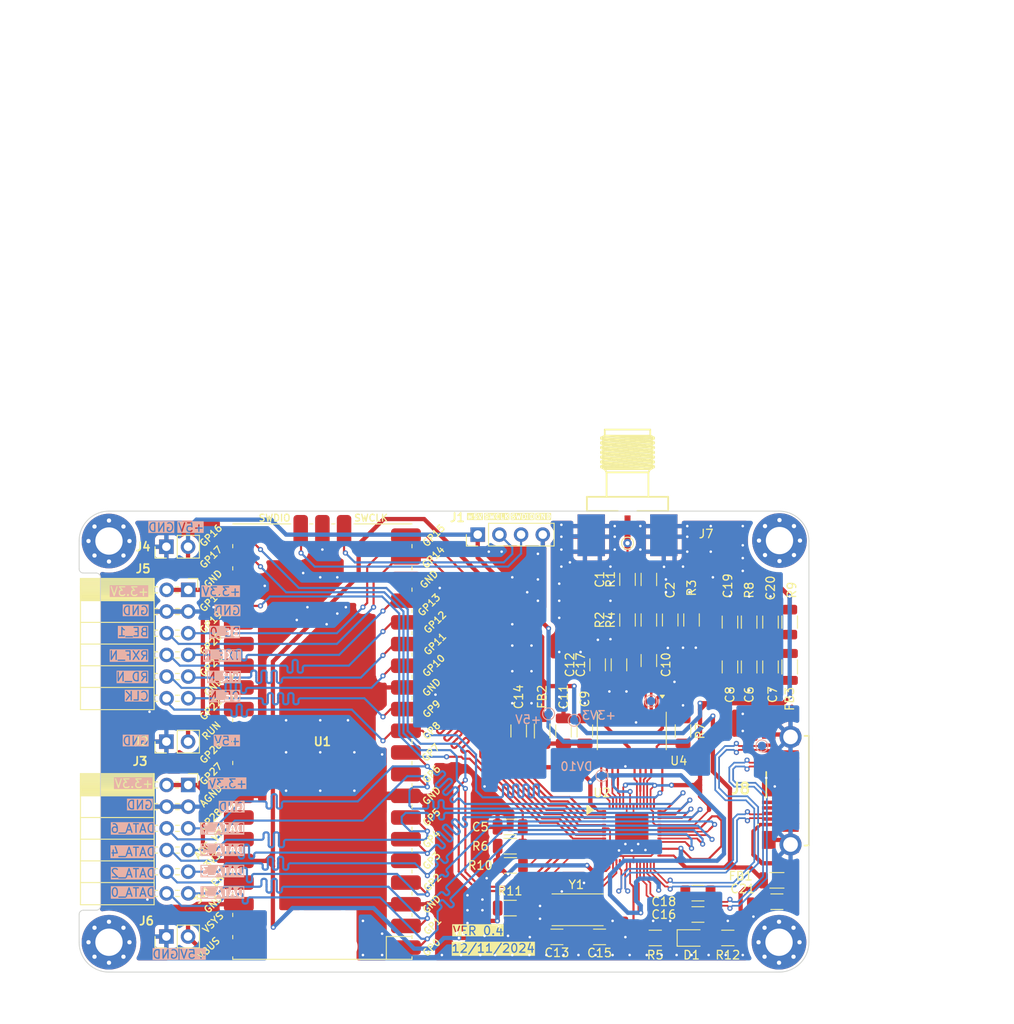
<source format=kicad_pcb>
(kicad_pcb (version 20240108) (generator "pcbnew") (generator_version "8.0")
  (layers (0 "F.Cu" signal) (31 "B.Cu" signal) (34 "B.Paste" user) (35 "F.Paste" user) (36 "B.SilkS" user "B.Silkscreen") (37 "F.SilkS" user "F.Silkscreen") (38 "B.Mask" user) (39 "F.Mask" user) (44 "Edge.Cuts" user))
  (net 0 "")
  (net 1 "+3.3V")
  (net 2 "DATA_5")
  (net 3 "BE_0")
  (net 4 "DATA_9")
  (net 5 "DATA_13")
  (net 6 "+5V")
  (net 7 "DATA_4")
  (net 8 "DATA_10")
  (net 9 "DATA_14")
  (net 10 "BE_1")
  (net 11 "DATA_12")
  (net 12 "SSRX-")
  (net 13 "TXE_N")
  (net 14 "SWCLK")
  (net 15 "SWDIO")
  (net 16 "GPIO0")
  (net 17 "DATA_15")
  (net 18 "CLK")
  (net 19 "DATA_2")
  (net 20 "DATA_7")
  (net 21 "~{RESET_N}")
  (net 22 "D-")
  (net 23 "DATA_11")
  (net 24 "GPIO1")
  (net 25 "RXF_N")
  (net 26 "D+")
  (net 27 "WR_N")
  (net 28 "DATA_8")
  (net 29 "DATA_6")
  (net 30 "DATA_3")
  (net 31 "DATA_0")
  (net 32 "SSRX+")
  (net 33 "GNDD")
  (net 34 "GNDA")
  (net 39 "RD_N")
  (net 40 "DATA_1")
  (net 41 "OE_N")
  (net 42 "Net-(J7-In)")
  (net 43 "SSTX-")
  (net 51 "Net-(U4-PD)")
  (net 52 "Net-(U4-VIN)")
  (net 53 "/VA")
  (net 54 "/VRT")
  (net 55 "/DRVD")
  (net 56 "Net-(U4-VRM)")
  (net 57 "Net-(C1-Pad2)")
  (net 58 "Net-(C2-Pad2)")
  (net 59 "SSTX+")
  (net 60 "Net-(C21-Pad2)")
  (net 62 "Net-(U2-XI)")
  (net 63 "Net-(U2-AVDD)")
  (net 64 "Net-(U2-XO)")
  (net 65 "Net-(U2-RREF)")
  (net 66 "Net-(U2-WAKEUP_N)")
  (net 67 "Net-(U2-SIWU_N)")
  (net 68 "Net-(D1-A)")
  (net 70 "/TODN")
  (net 71 "/TODP")
  (footprint "Capacitor_SMD:C_1206_3216Metric" (layer "F.Cu") (at 175.5 85.5 180)
    (property "Reference" "C5")
    (property "Value" "100nF")
  )
  (footprint "SamacSys_Parts:ZX360DB10P30" (layer "F.Cu") (at 208 81.25 90)
    (property "Reference" "J8")
    (property "Value" "ZX360D-B-10P_30_" (hide yes))
  )
  (footprint "LED_SMD:LED_0805_2012Metric" (layer "F.Cu") (at 196.75 98.5)
    (property "Reference" "D1")
    (property "Value" "LED")
  )
  (footprint "MountingHole:MountingHole_3.2mm_M3_Pad_Via" (layer "F.Cu") (at 128.5 99)
    (property "Reference" "REF**" (hide yes))
    (property "Value" "MountingHole_3.2mm_M3_Pad_Via")
  )
  (footprint "Resistor_SMD:R_1206_3216Metric" (layer "F.Cu") (at 201 98.5)
    (property "Reference" "R12")
    (property "Value" "470R")
  )
  (footprint "ICTAMKY_V8:RPi_Pico_SMD" (layer "F.Cu") (at 153.5 75.5 180)
    (property "Reference" "U1")
    (property "Value" "Pico")
  )
  (footprint "Capacitor_SMD:C_1206_3216Metric" (layer "F.Cu") (at 180.975 98.375 180)
    (property "Reference" "C13")
    (property "Value" "18pF")
  )
  (footprint "Resistor_SMD:R_1206_3216Metric" (layer "F.Cu") (at 175.5375 90 180)
    (property "Reference" "R10")
    (property "Value" "10K")
  )
  (footprint "Connector_PinHeader_2.54mm:PinHeader_1x02_P2.54mm_Vertical" (layer "F.Cu") (at 135.225 52.67 90)
    (property "Reference" "J4")
    (property "Value" "22-23-2021")
  )
  (footprint "Crystal:Crystal_SMD_Abracon_ABM7-2Pin_6.0x3.5mm" (layer "F.Cu") (at 183.4 95.2)
    (property "Reference" "Y1")
    (property "Value" "30Mhz")
  )
  (footprint "Resistor_SMD:R_1206_3216Metric" (layer "F.Cu") (at 191.75 56.5 90)
    (property "Reference" "R1")
    (property "Value" "56")
  )
  (footprint "Resistor_SMD:R_1206_3216Metric" (layer "F.Cu") (at 175.5 95 180)
    (property "Reference" "R11")
    (property "Value" "10K")
  )
  (footprint "Connector_PinSocket_2.54mm:PinSocket_2x06_P2.54mm_Horizontal" (layer "F.Cu") (at 137.79 80.58)
    (property "Reference" "J3")
    (property "Value" "90122-0126")
  )
  (footprint "Resistor_SMD:R_1206_3216Metric" (layer "F.Cu") (at 191.75 61.25 90)
    (property "Reference" "R4")
    (property "Value" "220")
  )
  (footprint "MountingHole:MountingHole_3.2mm_M3_Pad_Via" (layer "F.Cu") (at 207.052944 51.947056)
    (property "Reference" "REF**" (hide yes))
    (property "Value" "MountingHole_3.2mm_M3_Pad_Via")
  )
  (footprint "Capacitor_SMD:C_1206_3216Metric" (layer "F.Cu") (at 184.25 74.25 90)
    (property "Reference" "C9")
    (property "Value" "22uF")
  )
  (footprint "Capacitor_SMD:C_1206_3216Metric" (layer "F.Cu") (at 185.75 66.5 90)
    (property "Reference" "C12")
    (property "Value" "100nF")
  )
  (footprint "ICTAMKY_V8:AMPHENOL_132357-11" (layer "F.Cu") (at 189.25 49.75 -90)
    (property "Reference" "J7")
    (property "Value" "Conn_Coaxial" (hide yes))
  )
  (footprint "TestPoint:TestPoint_THTPad_D1.0mm_Drill0.5mm" (layer "F.Cu") (at 189.25 52.25)
    (property "Reference" "REF**" (hide yes))
    (property "Value" "TestPoint_THTPad_D1.0mm_Drill0.5mm" (hide yes))
  )
  (footprint "Resistor_SMD:R_1206_3216Metric" (layer "F.Cu") (at 195.75 74.25 90)
    (property "Reference" "R7")
    (property "Value" "10K")
  )
  (footprint "ICTAMKY_V8:FT600Q-B-T" (layer "F.Cu") (at 189.75 86.25)
    (property "Reference" "U2")
    (property "Value" "FT600Q-B-T")
  )
  (footprint "Inductor_SMD:L_1206_3216Metric" (layer "F.Cu") (at 206.75 91.75)
    (property "Reference" "FB1")
    (property "Value" "FerriteBead_Small")
  )
  (footprint "Resistor_SMD:R_1206_3216Metric" (layer "F.Cu") (at 192.5 98.5 180)
    (property "Reference" "R5")
    (property "Value" "1.6K")
  )
  (footprint "Capacitor_SMD:C_1206_3216Metric" (layer "F.Cu") (at 191.75 66 90)
    (property "Reference" "C10")
    (property "Value" "100nF")
  )
  (footprint "Capacitor_SMD:C_1206_3216Metric" (layer "F.Cu") (at 185.975 98.375)
    (property "Reference" "C15")
    (property "Value" "18pF")
  )
  (footprint "Capacitor_SMD:C_1206_3216Metric" (layer "F.Cu") (at 181.75 74.25 90)
    (property "Reference" "C11")
    (property "Value" "100nF")
  )
  (footprint "Capacitor_SMD:C_1206_3216Metric" (layer "F.Cu") (at 197.5 95.75 180)
    (property "Reference" "C16")
    (property "Value" "100nF")
  )
  (footprint "Capacitor_SMD:C_1206_3216Metric" (layer "F.Cu") (at 197.5 93.25 180)
    (property "Reference" "C18")
    (property "Value" "100nF")
  )
  (footprint "Capacitor_SMD:C_1206_3216Metric" (layer "F.Cu") (at 188.25 66.5 90)
    (property "Reference" "C17")
    (property "Value" "100nF")
  )
  (footprint "Package_SO:TSSOP-24_4.4x7.8mm_P0.65mm" (layer "F.Cu") (at 189.75 74.25 -90)
    (property "Reference" "U4")
    (property "Value" "ADC08100CIMTCX/NOPB(TSSOP-24)")
  )
  (footprint "Inductor_SMD:L_1206_3216Metric" (layer "F.Cu") (at 208.25 66.75 90)
    (property "Reference" "FB3")
    (property "Value" "FerriteBead_Small")
  )
  (footprint "Capacitor_SMD:C_1206_3216Metric" (layer "F.Cu") (at 206 61.5 90)
    (property "Reference" "C20")
    (property "Value" "100nF")
  )
  (footprint "Resistor_SMD:R_1206_3216Metric" (layer "F.Cu") (at 203.5 61.5 -90)
    (property "Reference" "R8")
    (property "Value" "220")
  )
  (footprint "Capacitor_SMD:C_1206_3216Metric" (layer "F.Cu") (at 203.5 66.75 -90)
    (property "Reference" "C6")
    (property "Value" "22uF")
  )
  (footprint "MountingHole:MountingHole_3.2mm_M3_Pad_Via" (layer "F.Cu") (at 128.5 52)
    (property "Reference" "REF**" (hide yes))
    (property "Value" "MountingHole_3.2mm_M3_Pad_Via")
  )
  (footprint "Capacitor_SMD:C_1206_3216Metric" (layer "F.Cu") (at 176.5 74.25 90)
    (property "Reference" "C14")
    (property "Value" "4.7uF")
  )
  (footprint "MountingHole:MountingHole_3.2mm_M3_Pad_Via" (layer "F.Cu") (at 207 99)
    (property "Reference" "REF**" (hide yes))
    (property "Value" "MountingHole_3.2mm_M3_Pad_Via")
  )
  (footprint "Resistor_SMD:R_1206_3216Metric" (layer "F.Cu") (at 208.25 61.5 -90)
    (property "Reference" "R9")
    (property "Value" "110")
  )
  (footprint "Resistor_SMD:R_1206_3216Metric" (layer "F.Cu") (at 175.5 87.75 180)
    (property "Reference" "R6")
    (property "Value" "4.7K")
  )
  (footprint "Resistor_SMD:R_1206_3216Metric" (layer "F.Cu") (at 189.25 61.25 -90)
    (property "Reference" "R2")
    (property "Value" "110")
  )
  (footprint "Capacitor_SMD:C_1206_3216Metric" (layer "F.Cu") (at 189.25 56.5 -90)
    (property "Reference" "C1")
    (property "Value" "1uF")
  )
  (footprint "Capacitor_SMD:C_1206_3216Metric" (layer "F.Cu") (at 206.75 94.25)
    (property "Reference" "C21")
    (property "Value" "100nF")
  )
  (footprint "Connector_PinSocket_2.54mm:PinSocket_2x06_P2.54mm_Horizontal" (layer "F.Cu") (at 137.79 57.72)
    (property "Reference" "J5")
    (property "Value" "90122-0126")
  )
  (footprint "Inductor_SMD:L_1206_3216Metric" (layer "F.Cu") (at 179.25 74.25 -90)
    (property "Reference" "FB2")
    (property "Value" "FerriteBead_Small")
  )
  (footprint "Capacitor_SMD:C_1206_3216Metric" (layer "F.Cu") (at 201.25 66.75 -90)
    (property "Reference" "C8")
    (property "Value" "100nF")
  )
  (footprint "Resistor_SMD:R_1206_3216Metric" (layer "F.Cu") (at 196.75 61.25 -90)
    (property "Reference" "R3")
    (property "Value" "110")
  )
  (footprint "Connector_PinHeader_2.54mm:PinHeader_1x02_P2.54mm_Vertical" (layer "F.Cu") (at 135.225 98.33 90)
    (property "Reference" "J6")
    (property "Value" "22-23-2021")
  )
  (footprint "Capacitor_SMD:C_1206_3216Metric" (layer "F.Cu") (at 201.25 61.5 90)
    (property "Reference" "C19")
    (property "Value" "1uF")
  )
  (footprint "Capacitor_SMD:C_1206_3216Metric" (layer "F.Cu") (at 194.25 61.25 90)
    (property "Reference" "C2")
    (property "Value" "1uF")
  )
  (footprint "Capacitor_SMD:C_1206_3216Metric" (layer "F.Cu") (at 206 66.75 -90)
    (property "Reference" "C7")
    (property "Value" "22uF")
  )
  (footprint "Connector_PinHeader_2.54mm:PinHeader_1x04_P2.54mm_Vertical" (layer "F.Cu") (at 171.7 51.25 90)
    (property "Reference" "J1")
    (property "Value" "Conn_01x04")
  )
  (footprint "Connector_PinHeader_2.54mm:PinHeader_1x02_P2.54mm_Vertical" (layer "F.Cu") (at 135.225 75.5 90)
    (property "Reference" "J2")
    (property "Value" "22-23-2021")
  )
  (footprint "NetTie:NetTie-2_SMD_Pad2.0mm" (layer "B.Cu") (at 204.75 71 90)
    (property "Reference" "NT1" (hide yes))
    (property "Value" "NetTie_2" (hide yes))
  )
  (footprint "TestPoint:TestPoint_Pad_D1.0mm" (layer "B.Cu") (at 183 73 180)
    (property "Reference" "REF**" (hide yes))
    (property "Value" "TestPoint_Pad_D1.0mm" (hide yes))
  )
  (footprint "TestPoint:TestPoint_Pad_D1.0mm" (layer "B.Cu") (at 180 72.25 180)
    (property "Reference" "REF**" (hide yes))
    (property "Value" "TestPoint_Pad_D1.0mm" (hide yes))
  )
  (footprint "TestPoint:TestPoint_Pad_D1.0mm" (layer "B.Cu") (at 186.25 79.5 180)
    (property "Reference" "REF**" (hide yes))
    (property "Value" "TestPoint_Pad_D1.0mm" (hide yes))
  )
  (footprint "TestPoint:TestPoint_Pad_D1.0mm" (layer "B.Cu") (at 192 70.75 180)
    (property "Reference" "REF**" (hide yes))
    (property "Value" "TestPoint_Pad_D1.0mm" (hide yes))
  )
  (footprint "TestPoint:TestPoint_Pad_D1.0mm" (layer "B.Cu") (at 205 76 180)
    (property "Reference" "REF**" (hide yes))
    (property "Value" "TestPoint_Pad_D1.0mm" (hide yes))
  )
  (gr_poly (pts (xy 185.25 83.5) (xy 184.5 83) (xy 184.5 84)) (stroke (width 0.15)) (fill solid) (layer "F.SilkS"))
  (gr_arc (start 127 55.75) (mid 127.353553 55.896447) (end 127.5 56.25) (stroke (width 0.1)) (layer "Edge.Cuts"))
  (gr_line (start 125 99) (end 125 95.75) (stroke (width 0.1)) (layer "Edge.Cuts"))
  (gr_line (start 125 52) (end 125 55.25) (stroke (width 0.1)) (layer "Edge.Cuts"))
  (gr_arc (start 128.5 102.5) (mid 126.025126 101.474874) (end 125 99) (stroke (width 0.1)) (layer "Edge.Cuts"))
  (gr_arc (start 127.5 94.75) (mid 127.353553 95.103553) (end 127 95.25) (stroke (width 0.1)) (layer "Edge.Cuts"))
  (gr_arc (start 125 95.75) (mid 125.146447 95.396447) (end 125.5 95.25) (stroke (width 0.1)) (layer "Edge.Cuts"))
  (gr_line (start 127.5 56.25) (end 127.5 94.75) (stroke (width 0.1)) (layer "Edge.Cuts"))
  (gr_arc (start 125 52) (mid 126.025126 49.525126) (end 128.5 48.5) (stroke (width 0.1)) (layer "Edge.Cuts"))
  (gr_arc (start 207 48.5) (mid 209.474874 49.525126) (end 210.5 52) (stroke (width 0.1)) (layer "Edge.Cuts"))
  (gr_line (start 128.5 48.5) (end 207 48.5) (stroke (width 0.1)) (layer "Edge.Cuts"))
  (gr_line (start 207 102.5) (end 128.5 102.5) (stroke (width 0.1)) (layer "Edge.Cuts"))
  (gr_arc (start 210.5 99) (mid 209.474874 101.474874) (end 207 102.5) (stroke (width 0.1)) (layer "Edge.Cuts"))
  (gr_line (start 210.5 52) (end 210.5 99) (stroke (width 0.1)) (layer "Edge.Cuts"))
  (gr_arc (start 125.5 55.75) (mid 125.146447 55.603553) (end 125 55.25) (stroke (width 0.1)) (layer "Edge.Cuts"))
  (gr_line (start 125.5 55.75) (end 127 55.75) (stroke (width 0.1)) (layer "Edge.Cuts"))
  (gr_line (start 127 95.25) (end 125.5 95.25) (stroke (width 0.1)) (layer "Edge.Cuts"))
  (gr_text "+3.3V" (at 144 58.5 0) (layer "B.SilkS" knockout) (effects (font (size 1 1)) (justify left bottom mirror)))
  (gr_text "DATA_5" (at 144.5 88.75 0) (layer "B.SilkS" knockout) (effects (font (size 1 1)) (justify left bottom mirror)))
  (gr_text "+3V3" (at 188 73 0) (layer "B.SilkS") (effects (font (size 1 1)) (justify left bottom mirror)))
  (gr_text "DATA_6" (at 134 86.25 0) (layer "B.SilkS" knockout) (effects (font (size 1 1)) (justify left bottom mirror)))
  (gr_text "WR_N" (at 144 68.5 0) (layer "B.SilkS" knockout) (effects (font (size 1 1)) (justify left bottom mirror)))
  (gr_text "DATA_3" (at 144.5 91.25 0) (layer "B.SilkS" knockout) (effects (font (size 1 1)) (justify left bottom mirror)))
  (gr_text "+5V" (at 139.75 51 0) (layer "B.SilkS" knockout) (effects (font (size 1 1)) (justify left bottom mirror)))
  (gr_text "DATA_2" (at 134 91.5 0) (layer "B.SilkS" knockout) (effects (font (size 1 1)) (justify left bottom mirror)))
  (gr_text "GND" (at 133.75 83.5 0) (layer "B.SilkS" knockout) (effects (font (size 1 1)) (justify left bottom mirror)))
  (gr_text "GND" (at 144 60.75 0) (layer "B.SilkS" knockout) (effects (font (size 1 1)) (justify left bottom mirror)))
  (gr_text "GND" (at 144.5 83.75 0) (layer "B.SilkS" knockout) (effects (font (size 1 1)) (justify left bottom mirror)))
  (gr_text "BE_1" (at 133.25 63.25 0) (layer "B.SilkS" knockout) (effects (font (size 1 1)) (justify left bottom mirror)))
  (gr_text "DV10" (at 185.25 79 0) (layer "B.SilkS") (effects (font (size 1 1)) (justify left bottom mirror)))
  (gr_text "+3.3V" (at 133.25 58.5 0) (layer "B.SilkS" knockout) (effects (font (size 1 1)) (justify left bottom mirror)))
  (gr_text "+5V" (at 140 101 0) (layer "B.SilkS" knockout) (effects (font (size 1 1)) (justify left bottom mirror)))
  (gr_text "GND" (at 136.25 51 0) (layer "B.SilkS" knockout) (effects (font (size 1 1)) (justify left bottom mirror)))
  (gr_text "DATA_0" (at 134 93.75 0) (layer "B.SilkS" knockout) (effects (font (size 1 1)) (justify left bottom mirror)))
  (gr_text "BE_0" (at 144 63.25 0) (layer "B.SilkS" knockout) (effects (font (size 1 1)) (justify left bottom mirror)))
  (gr_text "+5V" (at 179.25 73.5 0) (layer "B.SilkS") (effects (font (size 1 1)) (justify left bottom mirror)))
  (gr_text "GND" (at 136.75 101 0) (layer "B.SilkS" knockout) (effects (font (size 1 1)) (justify left bottom mirror)))
  (gr_text "GND" (at 133.25 60.75 0) (layer "B.SilkS" knockout) (effects (font (size 1 1)) (justify left bottom mirror)))
  (gr_text "+3.3V" (at 144.75 81 0) (layer "B.SilkS" knockout) (effects (font (size 1 1)) (justify left bottom mirror)))
  (gr_text "OE_N" (at 144 70.75 0) (layer "B.SilkS" knockout) (effects (font (size 1 1)) (justify left bottom mirror)))
  (gr_text "GND" (at 133.25 76 0) (layer "B.SilkS" knockout) (effects (font (size 1 1)) (justify left bottom mirror)))
  (gr_text "CLK" (at 133.25 70.75 0) (layer "B.SilkS" knockout) (effects (font (size 1 1)) (justify left bottom mirror)))
  (gr_text "DATA_7" (at 144.5 86.25 0) (layer "B.SilkS" knockout) (effects (font (size 1 1)) (justify left bottom mirror)))
  (gr_text "DATA_1" (at 144.5 93.75 0) (layer "B.SilkS" knockout) (effects (font (size 1 1)) (justify left bottom mirror)))
  (gr_text "TXE_N" (at 144 66 0) (layer "B.SilkS" knockout) (effects (font (size 1 1)) (justify left bottom mirror)))
  (gr_text "RD_N" (at 133.25 68.5 0) (layer "B.SilkS" knockout) (effects (font (size 1 1)) (justify left bottom mirror)))
  (gr_text "+3.3V" (at 133.75 81 0) (layer "B.SilkS" knockout) (effects (font (size 1 1)) (justify left bottom mirror)))
  (gr_text "+5V" (at 144 76 0) (layer "B.SilkS" knockout) (effects (font (size 1 1)) (justify left bottom mirror)))
  (gr_text "DATA_4" (at 134 89 0) (layer "B.SilkS" knockout) (effects (font (size 1 1)) (justify left bottom mirror)))
  (gr_text "RXF_N" (at 133.25 66 0) (layer "B.SilkS" knockout) (effects (font (size 1 1)) (justify left bottom mirror)))
  (gr_text "VER 0.4" (at 168.7 98.25 0) (layer "F.SilkS" knockout) (effects (font (size 1 1)) (justify left bottom)))
  (gr_text "+5V" (at 170.35 49.5 0) (layer "F.SilkS" knockout) (effects (font (size 0.6 0.6) (thickness 0.1) (bold yes)) (justify left bottom)))
  (gr_text "SWDIO" (at 175.5 49.5 0) (layer "F.SilkS" knockout) (effects (font (size 0.6 0.6) (thickness 0.1) (bold yes)) (justify left bottom)))
  (gr_text "12/11/2024" (at 168.55 100.3 0) (layer "F.SilkS" knockout) (effects (font (size 1 1)) (justify left bottom)))
  (gr_text "SWCLK" (at 172.4 49.5 0) (layer "F.SilkS" knockout) (effects (font (size 0.6 0.6) (thickness 0.1) (bold yes)) (justify left bottom)))
  (gr_text "GND" (at 178.4 49.5 0) (layer "F.SilkS" knockout) (effects (font (size 0.6 0.6) (thickness 0.1) (bold yes)) (justify left bottom)))
  (segment (start 187.4 88.9) (end 187.15 89.15) (width 0.2) (layer "F.Cu") (net 1))
  (segment (start 197.75 80.6) (end 196.9 80.6) (width 0.5) (layer "F.Cu") (net 1))
  (segment (start 197.75 71.75) (end 198.5 71) (width 0.5) (layer "F.Cu") (net 1))
  (segment (start 147.07 89.28) (end 147.7 88.65) (width 0.5) (layer "F.Cu") (net 1))
  (segment (start 139.5 80.25) (end 139.17 80.58) (width 0.5) (layer "F.Cu") (net 1))
  (segment (start 135.25 80.58) (end 137.79 80.58) (width 0.5) (layer "F.Cu") (net 1))
  (segment (start 138.83 80.58) (end 139.5 81.25) (width 0.5) (layer "F.Cu") (net 1))
  (segment (start 147.705 89.47) (end 147.7 89.465) (width 0.5) (layer "F.Cu") (net 1))
  (segment (start 179.25 69.75) (end 179.25 68.25) (width 0.5) (layer "F.Cu") (net 1))
  (segment (start 192.425 80.625) (end 191.95 81.1) (width 0.2) (layer "F.Cu") (net 1))
  (segment (start 175.25 91) (end 175.075 91) (width 0.5) (layer "F.Cu") (net 1))
  (segment (start 139.5 57.765) (end 139.5 79.25) (width 0.5) (layer "F.Cu") (net 1))
  (segment (start 198.75 61.25) (end 198.75 58.75) (width 0.5) (layer "F.Cu") (net 1))
  (segment (start 192.5 85.25) (end 193 85.25) (width 0.2) (layer "F.Cu") (net 1))
  (segment (start 206.75 57) (end 208.25 58.5) (width 0.5) (layer "F.Cu") (net 1))
  (segment (start 197.1 85.25) (end 193 85.25) (width 0.2) (layer "F.Cu") (net 1))
  (segment (start 147.075 89.47) (end 147.07 89.47) (width 0.5) (layer "F.Cu") (net 1))
  (segment (start 197.75 80.6) (end 197.75 79.95) (width 0.5) (layer "F.Cu") (net 1))
  (segment (start 189 80.6) (end 188.75 80.85) (width 0.2) (layer "F.Cu") (net 1))
  (segment (start 196.75 62.7125) (end 197.2875 62.7125) (width 0.5) (layer "F.Cu") (net 1))
  (segment (start 139.5 87.6) (end 139.5 81.25) (width 0.5) (layer "F.Cu") (net 1))
  (segment (start 186.75 90.65) (end 187.15 90.25) (width 0.2) (layer "F.Cu") (net 1))
  (segment (start 197.1 80.6) (end 197.75 79.95) (width 0.5) (layer "F.Cu") (net 1))
  (segment (start 174.0375 88.2875) (end 174.0375 87.75) (width 0.5) (layer "F.Cu") (net 1))
  (segment (start 185.95 90.65) (end 185.15 90.65) (width 0.5) (layer "F.Cu") (net 1))
  (segment (start 174.0375 96.4625) (end 174.0375 95) (width 0.5) (layer "F.Cu") (net 1))
  (segment (start 139.17 80.58) (end 137.79 80.58) (width 0.5) (layer "F.Cu") (net 1))
  (segment (start 147.07 89.47) (end 147.7 90.1) (width 0.5) (layer "F.Cu") (net 1))
  (segment (start 144.61 89.47) (end 146.75 89.47) (width 0.5) (layer "F.Cu") (net 1))
  (segment (start 147.075 89.47) (end 147.705 89.47) (width 0.5) (layer "F.Cu") (net 1))
  (segment (start 147.7 89.465) (end 147.7 88.65) (width 0.5) (layer "F.Cu") (net 1))
  (segment (start 197.2875 62.7125) (end 198.75 61.25) (width 0.5) (layer "F.Cu") (net 1))
  (segment (start 137.79 57.72) (end 139.545 57.72) (width 0.5) (layer "F.Cu") (net 1))
  (segment (start 179.25 69) (end 179.25 70.5) (width 0.5) (layer "F.Cu") (net 1))
  (segment (start 180 69) (end 179.25 69) (width 0.5) (layer "F.Cu") (net 1))
  (segment (start 197.75 81.9) (end 198.8 82.95) (width 0.5) (layer "F.Cu") (net 1))
  (segment (start 139.5 80) (end 139.5 79.25) (width 0.5) (layer "F.Cu") (net 1))
  (segment (start 187.15 90.25) (end 187.15 89.8) (width 0.2) (layer "F.Cu") (net 1))
  (segment (start 188.75 80.85) (end 188.75 83) (width 0.2) (layer "F.Cu") (net 1))
  (segment (start 180 69) (end 179.25 68.25) (width 0.5) (layer "F.Cu") (net 1))
  (segment (start 174.075 88.325) (end 174.0375 88.2875) (width 0.5) (layer "F.Cu") (net 1))
  (segment (start 174 96.5) (end 174.0375 96.4625) (width 0.5) (layer "F.Cu") (net 1))
  (segment (start 179.25 71.5) (end 179.25 70.25) (width 0.5) (layer "F.Cu") (net 1))
  (segment (start 147.7 89.475) (end 147.7 90.1) (width 0.5) (layer "F.Cu") (net 1))
  (segment (start 189.95 88.9) (end 192 88.9) (width 0.2) (layer "F.Cu") (net 1))
  (segment (start 183 69) (end 180 69) (width 0.5) (layer "F.Cu") (net 1))
  (segment (start 196.9 80.6) (end 194.4 80.6) (width 0.5) (layer "F.Cu") (net 1))
  (segment (start 189.95 88.9) (end 188.75 88.9) (width 0.2) (layer "F.Cu") (net 1))
  (segment (start 139.545 57.72) (end 139.5 57.765) (width 0.5) (layer "F.Cu") (net 1))
  (segment (start 146.75 89.47) (end 147.07 89.47) (width 0.5) (layer "F.Cu") (net 1))
  (segment (start 192.25 85) (end 192.5 85.25) (width 0.2) (layer "F.Cu") (net 1))
  (segment (start 208.25 70.25) (end 208.25 68.325) (width 0.5) (layer "F.Cu") (net 1))
  (segment (start 147.07 89.47) (end 147.07 89.28) (width 0.5) (layer "F.Cu") (net 1))
  (segment (start 147.75 97.25) (end 147.7 97.2) (width 0.5) (layer "F.Cu") (net 1))
  (segment (start 170.5 98.5) (end 169.5 98.5) (width 0.5) (layer "F.Cu") (net 1))
  (segment (start 137.79 80.58) (end 138.83 80.58) (width 0.5) (layer "F.Cu") (net 1))
  (segment (start 185.15 90.65) (end 184.5 90) (width 0.5) (layer "F.Cu") (net 1))
  (segment (start 135.25 57.72) (end 137.79 57.72) (width 0.5) (layer "F.Cu") (net 1))
  (segment (start 147.705 89.47) (end 147.7 89.475) (width 0.5) (layer "F.Cu") (net 1))
  (segment (start 138.9 80.58) (end 139.23 80.58) (width 0.5) (layer "F.Cu") (net 1))
  (segment (start 197.2 80.6) (end 197.75 81.15) (width 0.5) (layer "F.Cu") (net 1))
  (segment (start 179.25 63.25) (end 165.425 49.425) (width 0.5) (layer "F.Cu") (net 1))
  (segment (start 175.075 91) (end 174.075 90) (width 0.5) (layer "F.Cu") (net 1))
  (segment (start 196.9 80.6) (end 197.1 80.6) (width 0.5) (layer "F.Cu") (net 1))
  (segment (start 187.15 89.8) (end 187.15 89.7) (width 0.25) (layer "F.Cu") (net 1))
  (segment (start 198.5 71) (end 207.5 71) (width 0.5) (layer "F.Cu") (net 1))
  (segment (start 157.75 52.375) (end 157.75 56.075) (width 0.5) (layer "F.Cu") (net 1))
  (segment (start 174.075 90) (end 174.075 88.325) (width 0.5) (layer "F.Cu") (net 1))
  (segment (start 172.5 96.5) (end 170.5 98.5) (width 0.5) (layer "F.Cu") (net 1))
  (segment (start 179.25 70.5) (end 179.25 69.75) (width 0.5) (layer "F.Cu") (net 1))
  (segment (start 139.5 81.25) (end 139.5 80) (width 0.5) (layer "F.Cu") (net 1))
  (segment (start 192 88.9) (end 192.45 88.45) (width 0.2) (layer "F.Cu") (net 1))
  (segment (start 197.75 80.6) (end 197.75 81.15) (width 0.5) (layer "F.Cu") (net 1))
  (segment (start 160.7 49.425) (end 157.75 52.375) (width 0.5) (layer "F.Cu") (net 1))
  (segment (start 191.95 83.410296) (end 192.25 83.710296) (width 0.2) (layer "F.Cu") (net 1))
  (segment (start 197.75 71) (end 198.5 71) (width 0.5) (layer "F.Cu") (net 1))
  (segment (start 189.95 89.5) (end 189.95 88.9) (width 0.2) (layer "F.Cu") (net 1))
  (segment (start 141.37 89.47) (end 139.5 87.6) (width 0.5) (layer "F.Cu") (net 1))
  (segment (start 139.275 80.58) (end 138.9 80.58) (width 0.5) (layer "F.Cu") (net 1))
  (segment (start 198.75 58.75) (end 200.5 57) (width 0.5) (layer "F.Cu") (net 1))
  (segment (start 147.7 97.2) (end 147.7 90.1) (width 0.5) (layer "F.Cu") (net 1))
  (segment (start 147.7 66.125) (end 147.7 88.65) (width 0.5) (layer "F.Cu") (net 1))
  (segment (start 185.95 90.65) (end 186.75 90.65) (width 0.25) (layer "F.Cu") (net 1))
  (segment (start 191.95 83) (end 191.95 83.410296) (width 0.2) (layer "F.Cu") (net 1))
  (segment (start 198.825 83.525) (end 197.1 85.25) (width 0.2) (layer "F.Cu") (net 1))
  (segment (start 144.61 89.47) (end 141.37 89.47) (width 0.5) (layer "F.Cu") (net 1))
  (segment (start 180 69) (end 179.25 69.75) (width 0.5) (layer "F.Cu") (net 1))
  (segment (start 165.425 49.425) (end 160.7 49.425) (width 0.5) (layer "F.Cu") (net 1))
  (segment (start 196.9 80.6) (end 197.2 80.6) (width 0.5) (layer "F.Cu") (net 1))
  (segment (start 200.5 57) (end 206.75 57) (width 0.5) (layer "F.Cu") (net 1))
  (segment (start 207.5 71) (end 208.25 70.25) (width 0.5) (layer "F.Cu") (net 1))
  (segment (start 197.75 81.15) (end 197.75 81.9) (width 0.5) (layer "F.Cu") (net 1))
  (segment (start 192.45 88.45) (end 193 88.45) (width 0.2) (layer "F.Cu") (net 1))
  (segment (start 146.75 89.47) (end 147.075 89.47) (width 0.5) (layer "F.Cu") (net 1))
  (segment (start 197.75 79.95) (end 197.75 71.75) (width 0.5) (layer "F.Cu") (net 1))
  (segment (start 197.75 71.75) (end 197.75 71) (width 0.5) (layer "F.Cu") (net 1))
  (segment (start 174 96.5) (end 172.5 96.5) (width 0.5) (layer "F.Cu") (net 1))
  (segment (start 198.8 82.95) (end 198.8 83.5) (width 0.5) (layer "F.Cu") (net 1))
  (segment (start 187.15 89.15) (end 187.15 89.5) (width 0.25) (layer "F.Cu") (net 1))
  (segment (start 192.25 83.710296) (end 192.25 85) (width 0.2) (layer "F.Cu") (net 1))
  (segment (start 208.25 58.5) (end 208.25 60.0375) (width 0.5) (layer "F.Cu") (net 1))
  (segment (start 188.75 88.9) (end 187.4 88.9) (width 0.2) (layer "F.Cu") (net 1))
  (segment (start 137.79 80.58) (end 138.92 80.58) (width 0.5) (layer "F.Cu") (net 1))
  (segment (start 179.25 71.5) (end 179.25 72.675) (width 0.5) (layer "F.Cu") (net 1))
  (segment (start 191.95 81.1) (end 191.95 83) (width 0.2) (layer "F.Cu") (net 1))
  (segment (start 179.25 70.5) (end 179.25 71.5) (width 0.5) (layer "F.Cu") (net 1))
  (segment (start 138.92 80.58) (end 139.5 80) (width 0.5) (layer "F.Cu") (net 1))
  (segment (start 187.15 89.6) (end 187.15 89.5) (width 0.2) (layer "F.Cu") (net 1))
  (segment (start 179.25 68.25) (end 179.25 63.25) (width 0.5) (layer "F.Cu") (net 1))
  (segment (start 157.75 56.075) (end 147.7 66.125) (width 0.5) (layer "F.Cu") (net 1))
  (segment (start 188.75 88.9) (end 188.75 89.5) (width 0.2) (layer "F.Cu") (net 1))
  (via (at 184.5 90) (size 0.6) (drill 0.3) (layers "F.Cu" "B.Cu") (net 1))
  (via (at 169.5 98.5) (size 0.6) (drill 0.3) (layers "F.Cu" "B.Cu") (net 1))
  (via (at 192.425 80.625) (size 0.6) (drill 0.3) (layers "F.Cu" "B.Cu") (net 1))
  (via (at 147.75 97.25) (size 0.6) (drill 0.3) (layers "F.Cu" "B.Cu") (net 1))
  (via (at 197.75 71) (size 0.6) (drill 0.3) (layers "F.Cu" "B.Cu") (net 1))
  (via (at 194.4 80.6) (size 0.6) (drill 0.3) (layers "F.Cu" "B.Cu") (net 1))
  (via (at 189 80.6) (size 0.6) (drill 0.3) (layers "F.Cu" "B.Cu") (net 1))
  (via (at 208.25 58.5) (size 0.6) (drill 0.3) (layers "F.Cu" "B.Cu") (net 1))
  (via (at 175.25 91) (size 0.6) (drill 0.3) (layers "F.Cu" "B.Cu") (net 1))
  (via (at 183 69) (size 0.6) (drill 0.3) (layers "F.Cu" "B.Cu") (net 1))
  (via (at 208.25 70.25) (size 0.6) (drill 0.3) (layers "F.Cu" "B.Cu") (net 1))
  (via (at 174 96.5) (size 0.6) (drill 0.3) (layers "F.Cu" "B.Cu") (net 1))
  (segment (start 194.375 80.625) (end 194.4 80.6) (width 0.3) (layer "B.Cu") (net 1))
  (segment (start 183 69) (end 183 73) (width 0.5) (layer "B.Cu") (net 1))
  (segment (start 192.25 80.45) (end 189.15 80.45) (width 0.3) (layer "B.Cu") (net 1))
  (segment (start 174 92.25) (end 174 96.5) (width 0.5) (layer "B.Cu") (net 1))
  (segment (start 175.25 91) (end 174 92.25) (width 0.5) (layer "B.Cu") (net 1))
  (segment (start 184.5 74.5) (end 195.75 74.5) (width 0.5) (layer "B.Cu") (net 1))
  (segment (start 164.25 99.75) (end 166.5 99.75) (width 0.5) (layer "B.Cu") (net 1))
  (segment (start 176.25 90) (end 184.5 90) (width 0.5) (layer "B.Cu") (net 1))
  (segment (start 147.75 97.25) (end 150 95) (width 0.5) (layer "B.Cu") (net 1))
  (segment (start 192.425 80.625) (end 192.25 80.45) (width 0.3) (layer "B.Cu") (net 1))
  (segment (start 197.75 72.5) (end 197.75 71) (width 0.5) (layer "B.Cu") (net 1))
  (segment (start 166.5 99.75) (end 167.75 98.5) (width 0.5) (layer "B.Cu") (net 1))
  (segment (start 167.75 98.5) (end 169.5 98.5) (width 0.5) (layer "B.Cu") (net 1))
  (segment (start 208.25 70.25) (end 208.25 58.5) (width 0.5) (layer "B.Cu") (net 1))
  (segment (start 192.425 80.625) (end 194.375 80.625) (width 0.3) (layer "B.Cu") (net 1))
  (segment (start 189.15 80.45) (end 189 80.6) (width 0.3) (layer "B.Cu") (net 1))
  (segment (start 159.5 95) (end 164.25 99.75) (width 0.5) (layer "B.Cu") (net 1))
  (segment (start 195.75 74.5) (end 197.75 72.5) (width 0.5) (layer "B.Cu") (net 1))
  (segment (start 183 73) (end 184.5 74.5) (width 0.5) (layer "B.Cu") (net 1))
  (segment (start 175.25 91) (end 176.25 90) (width 0.5) (layer "B.Cu") (net 1))
  (segment (start 150 95) (end 159.5 95) (width 0.5) (layer "B.Cu") (net 1))
  (segment (start 195.9125 84.1625) (end 196.675 83.4) (width 0.25) (layer "F.Cu") (net 2))
  (segment (start 195.9125 84.1625) (end 195.625 84.45) (width 0.2) (layer "F.Cu") (net 2))
  (segment (start 164.19 84.39) (end 162.39 84.39) (width 0.25) (layer "F.Cu") (net 2))
  (segment (start 195.625 84.45) (end 193 84.45) (width 0.2) (layer "F.Cu") (net 2))
  (segment (start 165.8 86) (end 164.19 84.39) (width 0.25) (layer "F.Cu") (net 2))
  (via (at 165.8 86) (size 0.6) (drill 0.3) (layers "F.Cu" "B.Cu") (net 2))
  (via (at 196.675 83.4) (size 0.6) (drill 0.3) (layers "F.Cu" "B.Cu") (net 2))
  (segment (start 148.41 87.628597) (end 148.41 87.24) (width 0.25) (layer "B.Cu") (net 2))
  (segment (start 163.8 86) (end 165.8 86) (width 0.25) (layer "B.Cu") (net 2))
  (segment (start 196.225 83.85) (end 168 83.85) (width 0.25) (layer "B.Cu") (net 2))
  (segment (start 165.96 84.430749) (end 165.96 84.09) (width 0.25) (layer "B.Cu") (net 2))
  (segment (start 167.16 84.380748) (end 167.16 84.09) (width 0.25) (layer "B.Cu") (net 2))
  (segment (start 147.81 87) (end 147.81 87.628597) (width 0.25) (layer "B.Cu") (net 2))
  (segment (start 147.57 87.868597) (end 147.45 87.868597) (width 0.25) (layer "B.Cu") (net 2))
  (segment (start 163.25 83.85) (end 162.8 84.3) (width 0.25) (layer "B.Cu") (net 2))
  (segment (start 146.61 86.371403) (end 146.61 86.76) (width 0.25) (layer "B.Cu") (net 2))
  (segment (start 166.92 83.85) (end 166.8 83.85) (width 0.25) (layer "B.Cu") (net 2))
  (segment (start 196.675 83.4) (end 196.225 83.85) (width 0.25) (layer "B.Cu") (net 2))
  (segment (start 167.76 84.09) (end 167.76 84.380748) (width 0.25) (layer "B.Cu") (net 2))
  (segment (start 146.25 87) (end 145.25 87) (width 0.25) (layer "B.Cu") (net 2))
  (segment (start 149.01 87.24) (end 149.01 87.628597) (width 0.25) (layer "B.Cu") (net 2))
  (segment (start 162.8 85) (end 163.8 86) (width 0.25) (layer "B.Cu") (net 2))
  (segment (start 147.81 86.371403) (end 147.81 87) (width 0.25) (layer "B.Cu") (net 2))
  (segment (start 167.52 84.620748) (end 167.4 84.620748) (width 0.25) (layer "B.Cu") (net 2))
  (segment (start 141.05 88.2) (end 137.79 88.2) (width 0.25) (layer "B.Cu") (net 2))
  (segment (start 146.97 86.131403) (end 146.85 86.131403) (width 0.25) (layer "B.Cu") (net 2))
  (segment (start 147.21 87) (end 147.21 86.76) (width 0.25) (layer "B.Cu") (net 2))
  (segment (start 165.6 83.85) (end 164.764856 83.85) (width 0.25) (layer "B.Cu") (net 2))
  (segment (start 147.21 86.76) (end 147.21 86.371403) (width 0.25) (layer "B.Cu") (net 2))
  (segment (start 145.25 87) (end 142.25 87) (width 0.25) (layer "B.Cu") (net 2))
  (segment (start 148.77 87.868597) (end 148.65 87.868597) (width 0.25) (layer "B.Cu") (net 2))
  (segment (start 148.17 86.131403) (end 148.05 86.131403) (width 0.25) (layer "B.Cu") (net 2))
  (segment (start 166.32 84.670749) (end 166.2 84.670749) (width 0.25) (layer "B.Cu") (net 2))
  (segment (start 148.41 87.24) (end 148.41 87) (width 0.25) (layer "B.Cu") (net 2))
  (segment (start 162.8 84.3) (end 162.8 85) (width 0.25) (layer "B.Cu") (net 2))
  (segment (start 165.5 87) (end 149.25 87) (width 0.25) (layer "B.Cu") (net 2))
  (segment (start 165.8 86.7) (end 165.8 86) (width 0.25) (layer "B.Cu") (net 2))
  (segment (start 165.8 86.7) (end 165.5 87) (width 0.25) (layer "B.Cu") (net 2))
  (segment (start 147.21 87.628597) (end 147.21 87) (width 0.25) (layer "B.Cu") (net 2))
  (segment (start 148.41 87) (end 148.41 86.371403) (width 0.25) (layer "B.Cu") (net 2))
  (segment (start 142.25 87) (end 141.05 88.2) (width 0.25) (layer "B.Cu") (net 2))
  (segment (start 165.72 83.85) (end 165.6 83.85) (width 0.25) (layer "B.Cu") (net 2))
  (segment (start 166.56 84.09) (end 166.56 84.430749) (width 0.25) (layer "B.Cu") (net 2))
  (segment (start 146.37 87) (end 146.25 87) (width 0.25) (layer "B.Cu") (net 2))
  (segment (start 164.764856 83.85) (end 163.25 83.85) (width 0.25) (layer "B.Cu") (net 2))
  (arc (start 149.01 87.628597) (mid 148.939706 87.798303) (end 148.77 87.868597) (width 0.25) (layer "B.Cu") (net 2))
  (arc (start 166.8 83.85) (mid 166.630294 83.920294) (end 166.56 84.09) (width 0.25) (layer "B.Cu") (net 2))
  (arc (start 167.16 84.09) (mid 167.089706 83.920294) (end 166.92 83.85) (width 0.25) (layer "B.Cu") (net 2))
  (arc (start 147.81 87.628597) (mid 147.739706 87.798303) (end 147.57 87.868597) (width 0.25) (layer "B.Cu") (net 2))
  (arc (start 148.41 86.371403) (mid 148.339706 86.201697) (end 148.17 86.131403) (width 0.25) (layer "B.Cu") (net 2))
  (arc (start 167.76 84.380748) (mid 167.689706 84.550454) (end 167.52 84.620748) (width 0.25) (layer "B.Cu") (net 2))
  (arc (start 166.2 84.670749) (mid 166.030294 84.600455) (end 165.96 84.430749) (width 0.25) (layer "B.Cu") (net 2))
  (arc (start 149.25 87) (mid 149.080294 87.070294) (end 149.01 87.24) (width 0.25) (layer "B.Cu") (net 2))
  (arc (start 165.96 84.09) (mid 165.889706 83.920294) (end 165.72 83.85) (width 0.25) (layer "B.Cu") (net 2))
  (arc (start 147.45 87.868597) (mid 147.280294 87.798303) (end 147.21 87.628597) (width 0.25) (layer "B.Cu") (net 2))
  (arc (start 166.56 84.430749) (mid 166.489706 84.600455) (end 166.32 84.670749) (width 0.25) (layer "B.Cu") (net 2))
  (arc (start 146.61 86.76) (mid 146.539706 86.929706) (end 146.37 87) (width 0.25) (layer "B.Cu") (net 2))
  (arc (start 148.65 87.868597) (mid 148.480294 87.798303) (end 148.41 87.628597) (width 0.25) (layer "B.Cu") (net 2))
  (arc (start 168 83.85) (mid 167.830294 83.920294) (end 167.76 84.09) (width 0.25) (layer "B.Cu") (net 2))
  (arc (start 167.4 84.620748) (mid 167.230294 84.550454) (end 167.16 84.380748) (width 0.25) (layer "B.Cu") (net 2))
  (arc (start 148.05 86.131403) (mid 147.880294 86.201697) (end 147.81 86.371403) (width 0.25) (layer "B.Cu") (net 2))
  (arc (start 146.85 86.131403) (mid 146.680294 86.201697) (end 146.61 86.371403) (width 0.25) (layer "B.Cu") (net 2))
  (arc (start 147.21 86.371403) (mid 147.139706 86.201697) (end 146.97 86.131403) (width 0.25) (layer "B.Cu") (net 2))
  (segment (start 174.5 60.2) (end 165.67 51.37) (width 0.25) (layer "F.Cu") (net 3))
  (segment (start 180.5 82) (end 174.5 76) (width 0.25) (layer "F.Cu") (net 3))
  (segment (start 174.5 76) (end 174.5 60.2) (width 0.25) (layer "F.Cu") (net 3))
  (segment (start 184.4 83.9) (end 182.5 82) (width 0.25) (layer "F.Cu") (net 3))
  (segment (start 158.75 55.01) (end 162.39 51.37) (width 0.25) (layer "F.Cu") (net 3))
  (segment (start 182.5 82) (end 180.5 82) (width 0.25) (layer "F.Cu") (net 3))
  (segment (start 158.75 59.25) (end 158.75 55.01) (width 0.25) (layer "F.Cu") (net 3))
  (segment (start 184.55 84.05) (end 186.5 84.05) (width 0.2) (layer "F.Cu") (net 3))
  (segment (start 165.67 51.37) (end 162.39 51.37) (width 0.25) (layer "F.Cu") (net 3))
  (segment (start 184.4 83.9) (end 184.55 84.05) (width 0.2) (layer "F.Cu") (net 3))
  (segment (start 158.25 59.75) (end 158.75 59.25) (width 0.25) (layer "F.Cu") (net 3))
  (via (at 158.25 59.75) (size 0.6) (drill 0.3) (layers "F.Cu" "B.Cu") (net 3))
  (segment (start 141.97 62.111281) (end 141.85 62.111281) (width 0.25) (layer "B.Cu") (net 3))
  (segment (start 141.25 62.8) (end 140.3 62.8) (width 0.25) (layer "B.Cu") (net 3))
  (segment (start 142.630874 63.219126) (end 142.419563 63.219126) (width 0.25) (layer "B.Cu") (net 3))
  (segment (start 142.21 63.009563) (end 142.21 62.8) (width 0.25) (layer "B.Cu") (net 3))
  (segment (start 142.21 62.56) (end 142.21 62.351281) (width 0.25) (layer "B.Cu") (net 3))
  (segment (start 141.37 62.8) (end 141.25 62.8) (width 0.25) (layer "B.Cu") (net 3))
  (segment (start 141.61 62.351281) (end 141.61 62.56) (width 0.25) (layer "B.Cu") (net 3))
  (segment (start 155.2 62.8) (end 143.05 62.8) (width 0.25) (layer "B.Cu") (net 3))
  (segment (start 142.21 62.8) (end 142.21 62.56) (width 0.25) (layer "B.Cu") (net 3))
  (segment (start 140.3 62.8) (end 137.79 62.8) (width 0.25) (layer "B.Cu") (net 3))
  (segment (start 158.25 59.75) (end 155.2 62.8) (width 0.25) (layer "B.Cu") (net 3))
  (arc (start 142.840437 63.009563) (mid 142.779057 63.157746) (end 142.630874 63.219126) (width 0.25) (layer "B.Cu") (net 3))
  (arc (start 143.05 62.8) (mid 142.901817 62.86138) (end 142.840437 63.009563) (width 0.25) (layer "B.Cu") (net 3))
  (arc (start 141.61 62.56) (mid 141.539706 62.729706) (end 141.37 62.8) (width 0.25) (layer "B.Cu") (net 3))
  (arc (start 142.21 62.351281) (mid 142.139706 62.181575) (end 141.97 62.111281) (width 0.25) (layer "B.Cu") (net 3))
  (arc (start 141.85 62.111281) (mid 141.680294 62.181575) (end 141.61 62.351281) (width 0.25) (layer "B.Cu") (net 3))
  (arc (start 142.419563 63.219126) (mid 142.27138 63.157746) (end 142.21 63.009563) (width 0.25) (layer "B.Cu") (net 3))
  (segment (start 191.375 79.725) (end 191.15 79.95) (width 0.2) (layer "F.Cu") (net 4))
  (segment (start 191.375 79.25) (end 191.375 77.1125) (width 0.25) (layer "F.Cu") (net 4))
  (segment (start 191.375 79.25) (end 191.375 79.725) (width 0.2) (layer "F.Cu") (net 4))
  (segment (start 191.15 79.95) (end 191.15 83) (width 0.2) (layer "F.Cu") (net 4))
  (segment (start 187.95 82) (end 187.95 83) (width 0.2) (layer "F.Cu") (net 5))
  (segment (start 187.475 81.525) (end 187.95 82) (width 0.2) (layer "F.Cu") (net 5))
  (segment (start 187.475 80.6) (end 187.475 81.525) (width 0.2) (layer "F.Cu") (net 5))
  (segment (start 187.475 80.6) (end 187.475 77.1125) (width 0.25) (layer "F.Cu") (net 5))
  (segment (start 199.25 79) (end 199.25 72.5) (width 0.5) (layer "F.Cu") (net 6))
  (segment (start 202.5 98.4625) (end 202.4625 98.5) (width 0.5) (layer "F.Cu") (net 6))
  (segment (start 131.6 73.325) (end 131.625 73.3) (width 0.5) (layer "F.Cu") (net 6))
  (segment (start 200 79.75) (end 199.25 79) (width 0.5) (layer "F.Cu") (net 6))
  (segment (start 195.2 89.4) (end 194.65 88.85) (width 0.25) (layer "F.Cu") (net 6))
  (segment (start 201.25 81) (end 200 79.75) (width 0.5) (layer "F.Cu") (net 6))
  (segment (start 131.625 73.3) (end 132.575 73.3) (width 0.5) (layer "F.Cu") (net 6))
  (segment (start 201.9 90.25) (end 203.65 90.25) (width 0.5) (layer "F.Cu") (net 6))
  (segment (start 203.65 90.25) (end 205.15 91.75) (width 0.5) (layer "F.Cu") (net 6))
  (segment (start 201.25 89.45) (end 201.25 89.6) (width 0.5) (layer "F.Cu") (net 6))
  (segment (start 137.1 73.3) (end 137.765 73.965) (width 0.5) (layer "F.Cu") (net 6))
  (segment (start 202.5 93.25) (end 202.5 98.4625) (width 0.5) (layer "F.Cu") (net 6))
  (segment (start 132.325 73.3) (end 131.6 74.025) (width 0.5) (layer "F.Cu") (net 6))
  (segment (start 131.6 56.6) (end 131.6 72.525) (width 0.5) (layer "F.Cu") (net 6))
  (segment (start 132.575 73.3) (end 132.325 73.3) (width 0.5) (layer "F.Cu") (net 6))
  (segment (start 133.4 96.25) (end 131.6 94.45) (width 0.5) (layer "F.Cu") (net 6))
  (segment (start 137.765 54.06) (end 136.5 55.325) (width 0.5) (layer "F.Cu") (net 6))
  (segment (start 137.765 52.67) (end 137.765 54.06) (width 0.5) (layer "F.Cu") (net 6))
  (segment (start 201.25 90.25) (end 201.25 89.45) (width 0.5) (layer "F.Cu") (net 6))
  (segment (start 201.25 89.45) (end 201.25 81) (width 0.5) (layer "F.Cu") (net 6))
  (segment (start 180 62.25) (end 171.7 53.95) (width 0.5) (layer "F.Cu") (net 6))
  (segment (start 132.575 73.3) (end 137.1 73.3) (width 0.5) (layer "F.Cu") (net 6))
  (segment (start 132.875 55.325) (end 131.6 56.6) (width 0.5) (layer "F.Cu") (net 6))
  (segment (start 132.575 73.3) (end 132.4 73.3) (width 0.5) (layer "F.Cu") (net 6))
  (segment (start 201.25 90.25) (end 201.9 90.25) (width 0.5) (layer "F.Cu") (net 6))
  (segment (start 139.065 99.63) (end 137.765 98.33) (width 0.5) (layer "F.Cu") (net 6))
  (segment (start 205.15 91.75) (end 205.175 91.75) (width 0.5) (layer "F.Cu") (net 6))
  (segment (start 136.5 55.325) (end 132.875 55.325) (width 0.5) (layer "F.Cu") (net 6))
  (segment (start 200.65 90.25) (end 201.25 90.25) (width 0.5) (layer "F.Cu") (net 6))
  (segment (start 137.765 98.33) (end 137.765 96.89) (width 0.5) (layer "F.Cu") (net 6))
  (segment (start 131.6 74.025) (end 131.6 72.525) (width 0.5) (layer "F.Cu") (net 6))
  (segment (start 196.05 90.25) (end 200.65 90.25) (width 0.5) (layer "F.Cu") (net 6))
  (segment (start 194.65 88.85) (end 193 88.85) (width 0.25) (layer "F.Cu") (net 6))
  (segment (start 131.625 72.525) (end 131.6 72.525) (width 0.5) (layer "F.Cu") (net 6))
  (segment (start 195.2 89.4) (end 196.05 90.25) (width 0.5) (layer "F.Cu") (net 6))
  (segment (start 201.25 89.65) (end 200.65 90.25) (width 0.5) (layer "F.Cu") (net 6))
  (segment (start 137.125 96.25) (end 133.4 96.25) (width 0.5) (layer "F.Cu") (net 6))
  (segment (start 144.61 99.63) (end 139.065 99.63) (width 0.5) (layer "F.Cu") (net 6))
  (segment (start 137.765 73.965) (end 137.765 75.5) (width 0.5) (layer "F.Cu") (net 6))
  (segment (start 201.25 89.6) (end 201.9 90.25) (width 0.5) (layer "F.Cu") (net 6))
  (segment (start 132.4 73.3) (end 131.625 72.525) (width 0.5) (layer "F.Cu") (net 6))
  (segment (start 131.6 94.45) (end 131.6 74.025) (width 0.5) (layer "F.Cu") (net 6))
  (segment (start 203 92.75) (end 202.5 93.25) (width 0.5) (layer "F.Cu") (net 6))
  (segment (start 137.765 96.89) (end 137.125 96.25) (width 0.5) (layer "F.Cu") (net 6))
  (segment (start 201.25 89.45) (end 201.25 89.65) (width 0.5) (layer "F.Cu") (net 6))
  (segment (start 205.175 91.75) (end 204.175 92.75) (width 0.5) (layer "F.Cu") (net 6))
  (segment (start 171.7 53.95) (end 171.7 51.25) (width 0.5) (layer "F.Cu") (net 6))
  (segment (start 204.175 92.75) (end 203 92.75) (width 0.5) (layer "F.Cu") (net 6))
  (via (at 180 62.25) (size 0.6) (drill 0.3) (layers "F.Cu" "B.Cu") (net 6))
  (via (at 199.25 72.5) (size 0.6) (drill 0.3) (layers "F.Cu" "B.Cu") (net 6))
  (segment (start 138.75 49.5) (end 137.765 50.485) (width 0.5) (layer "B.Cu") (net 6))
  (segment (start 181.75 75.5) (end 196.25 75.5) (width 0.5) (layer "B.Cu") (net 6))
  (segment (start 171.7 51.25) (end 149.25 51.25) (width 0.5) (layer "B.Cu") (net 6))
  (segment (start 196.25 75.5) (end 199.25 72.5) (width 0.5) (layer "B.Cu") (net 6))
  (segment (start 180 62.25) (end 180 73.75) (width 0.5) (layer "B.Cu") (net 6))
  (segment (start 147.5 49.5) (end 138.75 49.5) (width 0.5) (layer "B.Cu") (net 6))
  (segment (start 149.25 51.25) (end 147.5 49.5) (width 0.5) (layer "B.Cu") (net 6))
  (segment (start 180 73.75) (end 181.75 75.5) (width 0.5) (layer "B.Cu") (net 6))
  (segment (start 137.765 50.485) (end 137.765 52.67) (width 0.5) (layer "B.Cu") (net 6))
  (segment (start 164.13 86.93) (end 162.39 86.93) (width 0.25) (layer "F.Cu") (net 7))
  (segment (start 196.35 84.85) (end 193 84.85) (width 0.2) (layer "F.Cu") (net 7))
  (segment (start 197.75 83.45) (end 196.55 84.65) (width 0.25) (layer "F.Cu") (net 7))
  (segment (start 196.55 84.65) (end 196.35 84.85) (width 0.2) (layer "F.Cu") (net 7))
  (segment (start 165.8 88.6) (end 164.13 86.93) (width 0.25) (layer "F.Cu") (net 7))
  (via (at 197.75 83.45) (size 0.6) (drill 0.3) (layers "F.Cu" "B.Cu") (net 7))
  (via (at 165.8 88.6) (size 0.6) (drill 0.3) (layers "F.Cu" "B.Cu") (net 7))
  (segment (start 143.47 88.5) (end 143.35 88.5) (width 0.25) (layer "B.Cu") (net 7))
  (segment (start 136.95 89.45) (end 135.7 88.2) (width 0.25) (layer "B.Cu") (net 7))
  (segment (start 165.800001 88.6) (end 165.8 88.6) (width 0.25) (layer "B.Cu") (net 7))
  (segment (start 144.67 87.559785) (end 144.55 87.559785) (width 0.25) (layer "B.Cu") (net 7))
  (segment (start 142.5 88.5) (end 142 88.5) (width 0.25) (layer "B.Cu") (net 7))
  (segment (start 168.255461 87.137513) (end 167.758975 86.641027) (width 0.25) (layer "B.Cu") (net 7))
  (segment (start 144.31 88.5) (end 144.31 88.74) (width 0.25) (layer "B.Cu") (net 7))
  (segment (start 142 88.5) (end 141.05 89.45) (width 0.25) (layer "B.Cu") (net 7))
  (segment (start 169.625736 85.113679) (end 169.45603 84.943973) (width 0.25) (layer "B.Cu") (net 7))
  (segment (start 168.183238 86.216762) (end 168.679725 86.713249) (width 0.25) (layer "B.Cu") (net 7))
  (segment (start 170.25 84.35) (end 170.05 84.35) (width 0.25) (layer "B.Cu") (net 7))
  (segment (start 167.795849 87.865841) (end 167.710994 87.950697) (width 0.25) (layer "B.Cu") (net 7))
  (segment (start 169.528252 86.204133) (end 169.443401 86.288985) (width 0.25) (layer "B.Cu") (net 7))
  (segment (start 145.51 88.74) (end 145.51 88.950215) (width 0.25) (layer "B.Cu") (net 7))
  (segment (start 169.952516 85.440459) (end 169.625736 85.113679) (width 0.25) (layer "B.Cu") (net 7))
  (segment (start 169.45603 84.94397) (end 169.171672 84.659612) (width 0.25) (layer "B.Cu") (net 7))
  (segment (start 166.655886 87.744115) (end 165.800001 88.6) (width 0.25) (layer "B.Cu") (net 7))
  (segment (start 170.05 84.689412) (end 170.376781 85.016193) (width 0.25) (layer "B.Cu") (net 7))
  (segment (start 145.27 89.190215) (end 145.15 89.190215) (width 0.25) (layer "B.Cu") (net 7))
  (segment (start 169.103989 86.288985) (end 168.607503 85.792499) (width 0.25) (layer "B.Cu") (net 7))
  (segment (start 144.31 87.799785) (end 144.31 88.5) (width 0.25) (layer "B.Cu") (net 7))
  (segment (start 144.07 89.190215) (end 143.95 89.190215) (width 0.25) (layer "B.Cu") (net 7))
  (segment (start 144.91 88.74) (end 144.91 88.5) (width 0.25) (layer "B.Cu") (net 7))
  (segment (start 196.85 84.35) (end 170.25 84.35) (width 0.25) (layer "B.Cu") (net 7))
  (segment (start 135.7 88.2) (end 135.25 88.2) (width 0.25) (layer "B.Cu") (net 7))
  (segment (start 167.758975 86.641027) (end 167.758974 86.641026) (width 0.25) (layer "B.Cu") (net 7))
  (segment (start 170.376781 85.355605) (end 170.291928 85.440459) (width 0.25) (layer "B.Cu") (net 7))
  (segment (start 168.747408 85.083876) (end 169.031765 85.368233) (width 0.25) (layer "B.Cu") (net 7))
  (segment (start 145.75 88.5) (end 165.7 88.5) (width 0.25) (layer "B.Cu") (net 7))
  (segment (start 166.923076 86.144539) (end 166.838223 86.229391) (width 0.25) (layer "B.Cu") (net 7))
  (segment (start 165.7 88.5) (end 165.8 88.6) (width 0.25) (layer "B.Cu") (net 7))
  (segment (start 167.334709 87.065289) (end 167.795849 87.526429) (width 0.25) (layer "B.Cu") (net 7))
  (segment (start 141.05 89.45) (end 136.95 89.45) (width 0.25) (layer "B.Cu") (net 7))
  (segment (start 168.607502 85.792498) (end 168.110983 85.295979) (width 0.25) (layer "B.Cu") (net 7))
  (segment (start 144.91 88.5) (end 144.91 87.799785) (width 0.25) (layer "B.Cu") (net 7))
  (segment (start 168.607503 85.792499) (end 168.607502 85.792498) (width 0.25) (layer "B.Cu") (net 7))
  (segment (start 167.758974 86.641026) (end 167.262487 86.144539) (width 0.25) (layer "B.Cu") (net 7))
  (segment (start 167.686719 85.720243) (end 168.183237 86.216761) (width 0.25) (layer "B.Cu") (net 7))
  (segment (start 197.75 83.45) (end 196.85 84.35) (width 0.25) (layer "B.Cu") (net 7))
  (segment (start 167.371584 87.950696) (end 167.080151 87.659263) (width 0.25) (layer "B.Cu") (net 7))
  (segment (start 166.838223 86.568803) (end 167.334709 87.065289) (width 0.25) (layer "B.Cu") (net 7))
  (segment (start 144.31 88.74) (end 144.31 88.950215) (width 0.25) (layer "B.Cu") (net 7))
  (segment (start 169.031765 85.368233) (end 169.031766 85.368234) (width 0.25) (layer "B.Cu") (net 7))
  (segment (start 167.771572 85.295979) (end 167.686719 85.380831) (width 0.25) (layer "B.Cu") (net 7))
  (segment (start 166.740739 87.659264) (end 166.655886 87.744115) (width 0.25) (layer "B.Cu") (net 7))
  (segment (start 169.45603 84.943973) (end 169.45603 84.94397) (width 0.25) (layer "B.Cu") (net 7))
  (segment (start 143.71 88.950215) (end 143.71 88.74) (width 0.25) (layer "B.Cu") (net 7))
  (segment (start 169.031766 85.368234) (end 169.528253 85.864721) (width 0.25) (layer "B.Cu") (net 7))
  (segment (start 143.35 88.5) (end 142.5 88.5) (width 0.25) (layer "B.Cu") (net 7))
  (segment (start 168.832261 84.659612) (end 168.747408 84.744464) (width 0.25) (layer "B.Cu") (net 7))
  (segment (start 168.183237 86.216761) (end 168.183238 86.216762) (width 0.25) (layer "B.Cu") (net 7))
  (segment (start 168.679724 87.052661) (end 168.594873 87.137513) (width 0.25) (layer "B.Cu") (net 7))
  (segment (start 144.91 88.950215) (end 144.91 88.74) (width 0.25) (layer "B.Cu") (net 7))
  (arc (start 143.95 89.190215) (mid 143.780294 89.119921) (end 143.71 88.950215) (width 0.25) (layer "B.Cu") (net 7))
  (arc (start 169.528253 85.864721) (mid 169.598548 86.034426) (end 169.528252 86.204133) (width 0.25) (layer "B.Cu") (net 7))
  (arc (start 145.51 88.950215) (mid 145.439706 89.119921) (end 145.27 89.190215) (width 0.25) (layer "B.Cu") (net 7))
  (arc (start 167.686719 85.380831) (mid 167.616424 85.550537) (end 167.686719 85.720243) (width 0.25) (layer "B.Cu") (net 7))
  (arc (start 168.594873 87.137513) (mid 168.425166 87.207809) (end 168.255461 87.137513) (width 0.25) (layer "B.Cu") (net 7))
  (arc (start 168.110983 85.295979) (mid 167.941278 85.225684) (end 167.771572 85.295979) (width 0.25) (layer "B.Cu") (net 7))
  (arc (start 167.710994 87.950697) (mid 167.54129 88.02099) (end 167.371584 87.950696) (width 0.25) (layer "B.Cu") (net 7))
  (arc (start 144.55 87.559785) (mid 144.380294 87.630079) (end 144.31 87.799785) (width 0.25) (layer "B.Cu") (net 7))
  (arc (start 168.747408 84.744464) (mid 168.677113 84.91417) (end 168.747408 85.083876) (width 0.25) (layer "B.Cu") (net 7))
  (arc (start 144.91 87.799785) (mid 144.839706 87.630079) (end 144.67 87.559785) (width 0.25) (layer "B.Cu") (net 7))
  (arc (start 167.080151 87.659263) (mid 166.910445 87.588969) (end 166.740739 87.659264) (width 0.25) (layer "B.Cu") (net 7))
  (arc (start 169.443401 86.288985) (mid 169.273694 86.359281) (end 169.103989 86.288985) (width 0.25) (layer "B.Cu") (net 7))
  (arc (start 143.71 88.74) (mid 143.639706 88.570294) (end 143.47 88.5) (width 0.25) (layer "B.Cu") (net 7))
  (arc (start 167.795849 87.526429) (mid 167.866143 87.696136) (end 167.795849 87.865841) (width 0.25) (layer "B.Cu") (net 7))
  (arc (start 169.171672 84.659612) (mid 169.001967 84.589317) (end 168.832261 84.659612) (width 0.25) (layer "B.Cu") (net 7))
  (arc (start 167.262487 86.144539) (mid 167.092782 86.074244) (end 166.923076 86.144539) (width 0.25) (layer "B.Cu") (net 7))
  (arc (start 170.376781 85.016193) (mid 170.447075 85.1859) (end 170.376781 85.355605) (width 0.25) (layer "B.Cu") (net 7))
  (arc (start 168.679725 86.713249) (mid 168.75002 86.882954) (end 168.679724 87.052661) (width 0.25) (layer "B.Cu") (net 7))
  (arc (start 145.75 88.5) (mid 145.580294 88.570294) (end 145.51 88.74) (width 0.25) (layer "B.Cu") (net 7))
  (arc (start 145.15 89.190215) (mid 144.980294 89.119921) (end 144.91 88.950215) (width 0.25) (layer "B.Cu") (net 7))
  (arc (start 170.05 84.35) (mid 169.979704 84.519707) (end 170.05 84.689412) (width 0.25) (layer "B.Cu") (net 7))
  (arc (start 144.31 88.950215) (mid 144.239706 89.119921) (end 144.07 89.190215) (width 0.25) (layer "B.Cu") (net 7))
  (arc (start 170.291928 85.440459) (mid 170.122223 85.510753) (end 169.952516 85.440459) (width 0.25) (layer "B.Cu") (net 7))
  (arc (start 166.838223 86.229391) (mid 166.767928 86.399097) (end 166.838223 86.568803) (width 0.25) (layer "B.Cu") (net 7))
  (segment (start 190.75 81.3) (end 190.75 77.1375) (width 0.25) (layer "F.Cu") (net 8))
  (segment (start 190.75 77.1375) (end 190.725 77.1125) (width 0.25) (layer "F.Cu") (net 8))
  (segment (start 190.75 82.7) (end 190.75 81.3) (width 0.2) (layer "F.Cu") (net 8))
  (segment (start 187.55 82.2) (end 187.55 83) (width 0.2) (layer "F.Cu") (net 9))
  (segment (start 186.825 77.1125) (end 186.825 80.65) (width 0.25) (layer "F.Cu") (net 9))
  (segment (start 186.825 81.475) (end 187.55 82.2) (width 0.2) (layer "F.Cu") (net 9))
  (segment (start 186.825 80.65) (end 186.825 81.475) (width 0.2) (layer "F.Cu") (net 9))
  (segment (start 159.5 59.75) (end 159.5 56.8) (width 0.25) (layer "F.Cu") (net 10))
  (segment (start 170.363185 57.850339) (end 170.276467 57.937056) (width 0.25) (layer "F.Cu") (net 10))
  (segment (start 180.25 82.5) (end 174 76.25) (width 0.25) (layer "F.Cu") (net 10))
  (segment (start 169.852204 57.852204) (end 169.25 57.25) (width 0.25) (layer "F.Cu") (net 10))
  (segment (start 170.359475 59.211701) (end 170.274619 59.126845) (width 0.25) (layer "F.Cu") (net 10))
  (segment (start 170.531027 58.531027) (end 170.700732 58.361321) (width 0.25) (layer "F.Cu") (net 10))
  (segment (start 186.5 84.45) (end 184.2 84.45) (width 0.2) (layer "F.Cu") (net 10))
  (segment (start 165.91 53.91) (end 162.39 53.91) (width 0.25) (layer "F.Cu") (net 10))
  (segment (start 184.05 84.3) (end 182.25 82.5) (width 0.25) (layer "F.Cu") (net 10))
  (segment (start 174 62) (end 171.125 59.125) (width 0.25) (layer "F.Cu") (net 10))
  (segment (start 170.531025 58.531027) (end 170.531027 58.531027) (width 0.25) (layer "F.Cu") (net 10))
  (segment (start 182.25 82.5) (end 180.25 82.5) (width 0.25) (layer "F.Cu") (net 10))
  (segment (start 169.937056 57.937056) (end 169.852204 57.852204) (width 0.25) (layer "F.Cu") (net 10))
  (segment (start 170.700732 58.361321) (end 170.78745 58.274603) (width 0.25) (layer "F.Cu") (net 10))
  (segment (start 170.78745 57.935192) (end 170.702597 57.850339) (width 0.25) (layer "F.Cu") (net 10))
  (segment (start 169.25 57.25) (end 165.91 53.91) (width 0.25) (layer "F.Cu") (net 10))
  (segment (start 170.785588 59.125) (end 170.698885 59.2117) (width 0.25) (layer "F.Cu") (net 10))
  (segment (start 170.36132 58.700732) (end 170.531025 58.531027) (width 0.25) (layer "F.Cu") (net 10))
  (segment (start 170.274618 58.787433) (end 170.36132 58.700732) (width 0.25) (layer "F.Cu") (net 10))
  (segment (start 184.2 84.45) (end 184.05 84.3) (width 0.2) (layer "F.Cu") (net 10))
  (segment (start 159.5 56.8) (end 162.39 53.91) (width 0.25) (layer "F.Cu") (net 10))
  (segment (start 174 76.25) (end 174 62) (width 0.25) (layer "F.Cu") (net 10))
  (via (at 159.5 59.75) (size 0.6) (drill 0.3) (layers "F.Cu" "B.Cu") (net 10))
  (arc (start 171.125 59.125) (mid 170.955293 59.054704) (end 170.785588 59.125) (width 0.25) (layer "F.Cu") (net 10))
  (arc (start 170.698885 59.2117) (mid 170.52918 59.281996) (end 170.359475 59.211701) (width 0.25) (layer "F.Cu") (net 10))
  (arc (start 170.276467 57.937056) (mid 170.106761 58.007351) (end 169.937056 57.937056) (width 0.25) (layer "F.Cu") (net 10))
  (arc (start 170.78745 58.274603) (mid 170.857745 58.104897) (end 170.78745 57.935192) (width 0.25) (layer "F.Cu") (net 10))
  (arc (start 170.274619 59.126845) (mid 170.204324 58.95714) (end 170.274618 58.787433) (width 0.25) (layer "F.Cu") (net 10))
  (arc (start 170.702597 57.850339) (mid 170.532891 57.780044) (end 170.363185 57.850339) (width 0.25) (layer "F.Cu") (net 10))
  (segment (start 155.2 64.05) (end 136.65 64.05) (width 0.25) (layer "B.Cu") (net 10))
  (segment (start 159.5 59.75) (end 155.2 64.05) (width 0.25) (layer "B.Cu") (net 10))
  (segment (start 135.4 62.8) (end 135.25 62.8) (width 0.25) (layer "B.Cu") (net 10))
  (segment (start 136.65 64.05) (end 135.4 62.8) (width 0.25) (layer "B.Cu") (net 10))
  (segment (start 188.125 81.475) (end 188.35 81.7) (width 0.2) (layer "F.Cu") (net 11))
  (segment (start 188.125 77.1125) (end 188.125 80.6) (width 0.25) (layer "F.Cu") (net 11))
  (segment (start 188.35 81.7) (end 188.35 83) (width 0.2) (layer "F.Cu") (net 11))
  (segment (start 188.125 80.6) (end 188.125 81.475) (width 0.2) (layer "F.Cu") (net 11))
  (segment (start 202.299999 76.465001) (end 202 76.765) (width 0.2) (layer "F.Cu") (net 12))
  (segment (start 191.95 89.5) (end 191.95 90.7682) (width 0.2) (layer "F.Cu") (net 12))
  (segment (start 205.575001 76.465001) (end 202.299999 76.465001) (width 0.2) (layer "F.Cu") (net 12))
  (segment (start 193.950001 92.475001) (end 194.25 92.775) (width 0.2) (layer "F.Cu") (net 12))
  (segment (start 193.656801 92.475001) (end 193.950001 92.475001) (width 0.2) (layer "F.Cu") (net 12))
  (segment (start 205.675 76.565) (end 205.575001 76.465001) (width 0.2) (layer "F.Cu") (net 12))
  (segment (start 191.95 90.7682) (end 193.656801 92.475001) (width 0.2) (layer "F.Cu") (net 12))
  (via (at 194.25 92.775) (size 0.6) (drill 0.3) (layers "F.Cu" "B.Cu") (net 12))
  (via (at 202 76.765) (size 0.6) (drill 0.3) (layers "F.Cu" "B.Cu") (net 12))
  (segment (start 199.975 80.925) (end 199.975 77.3432) (width 0.2) (layer "B.Cu") (net 12))
  (segment (start 200.853199 76.465001) (end 201.700001 76.465001) (width 0.2) (layer "B.Cu") (net 12))
  (segment (start 194.25 92.775) (end 194.549999 92.475001) (width 0.2) (layer "B.Cu") (net 12))
  (segment (start 203.3 81.9) (end 200.95 81.9) (width 0.2) (layer "B.Cu") (net 12))
  (segment (start 194.549999 92.475001) (end 201.843199 92.475001) (width 0.2) (layer "B.Cu") (net 12))
  (segment (start 204.55 89.7682) (end 204.55 83.15) (width 0.2) (layer "B.Cu") (net 12))
  (segment (start 204.55 83.15) (end 203.3 81.9) (width 0.2) (layer "B.Cu") (net 12))
  (segment (start 201.843199 92.475001) (end 204.55 89.7682) (width 0.2) (layer "B.Cu") (net 12))
  (segment (start 199.975 77.3432) (end 200.853199 76.465001) (width 0.2) (layer "B.Cu") (net 12))
  (segment (start 200.95 81.9) (end 199.975 80.925) (width 0.2) (layer "B.Cu") (net 12))
  (segment (start 201.700001 76.465001) (end 202 76.765) (width 0.2) (layer "B.Cu") (net 12))
  (segment (start 183.7 84.7) (end 182 83) (width 0.25) (layer "F.Cu") (net 13))
  (segment (start 182 83) (end 180 83) (width 0.25) (layer "F.Cu") (net 13))
  (segment (start 170.765281 61.42587) (end 171.118003 61.073145) (width 0.25) (layer "F.Cu") (net 13))
  (segment (start 170.497429 62.881655) (end 170.582281 62.966507) (width 0.25) (layer "F.Cu") (net 13))
  (segment (start 180 83) (end 173.5 76.5) (width 0.25) (layer "F.Cu") (net 13))
  (segment (start 171.542267 61.49741) (end 171.189542 61.850132) (width 0.25) (layer "F.Cu") (net 13))
  (segment (start 186.5 84.85) (end 183.85 84.85) (width 0.2) (layer "F.Cu") (net 13))
  (segment (start 173.5 76.5) (end 173.5 64.5) (width 0.25) (layer "F.Cu") (net 13))
  (segment (start 171.4441 62.444099) (end 171.4441 62.4441) (width 0.25) (layer "F.Cu") (net 13))
  (segment (start 183.7 84.7) (end 183.85 84.85) (width 0.2) (layer "F.Cu") (net 13))
  (segment (start 172.038068 63.038068) (end 172.122921 63.122921) (width 0.25) (layer "F.Cu") (net 13))
  (segment (start 160.6 60.2) (end 161.81 58.99) (width 0.25) (layer "F.Cu") (net 13))
  (segment (start 173.5 64.5) (end 172.896985 63.896985) (width 0.25) (layer "F.Cu") (net 13))
  (segment (start 171.613804 62.274393) (end 171.966609 61.921588) (width 0.25) (layer "F.Cu") (net 13))
  (segment (start 171.4441 62.4441) (end 171.613804 62.274393) (width 0.25) (layer "F.Cu") (net 13))
  (segment (start 171.189542 61.850132) (end 171.019837 62.019837) (width 0.25) (layer "F.Cu") (net 13))
  (segment (start 172.390873 62.345853) (end 172.038069 62.698658) (width 0.25) (layer "F.Cu") (net 13))
  (segment (start 170.921693 62.966507) (end 171.4441 62.444099) (width 0.25) (layer "F.Cu") (net 13))
  (segment (start 172.122921 63.122921) (end 172.896985 63.896985) (width 0.25) (layer "F.Cu") (net 13))
  (segment (start 172.306021 61.921589) (end 172.390873 62.006441) (width 0.25) (layer "F.Cu") (net 13))
  (segment (start 161.81 58.99) (end 162.39 58.99) (width 0.25) (layer "F.Cu") (net 13))
  (segment (start 171.457415 61.073146) (end 171.542267 61.157998) (width 0.25) (layer "F.Cu") (net 13))
  (segment (start 171.019837 62.019837) (end 170.497429 62.542244) (width 0.25) (layer "F.Cu") (net 13))
  (segment (start 162.39 58.99) (end 167.99 58.99) (width 0.25) (layer "F.Cu") (net 13))
  (segment (start 167.99 58.99) (end 170.425869 61.425869) (width 0.25) (layer "F.Cu") (net 13))
  (via (at 160.6 60.2) (size 0.6) (drill 0.3) (layers "F.Cu" "B.Cu") (net 13))
  (arc (start 172.038069 62.698658) (mid 171.967774 62.868362) (end 172.038068 63.038068) (width 0.25) (layer "F.Cu") (net 13))
  (arc (start 171.966609 61.921588) (mid 172.136315 61.851295) (end 172.306021 61.921589) (width 0.25) (layer "F.Cu") (net 13))
  (arc (start 172.390873 62.006441) (mid 172.461169 62.176148) (end 172.390873 62.345853) (width 0.25) (layer "F.Cu") (net 13))
  (arc (start 171.118003 61.073145) (mid 171.287709 61.002852) (end 171.457415 61.073146) (width 0.25) (layer "F.Cu") (net 13))
  (arc (start 170.582281 62.966507) (mid 170.751987 63.036802) (end 170.921693 62.966507) (width 0.25) (layer "F.Cu") (net 13))
  (arc (start 171.542267 61.157998) (mid 171.612561 61.327703) (end 171.542267 61.49741) (width 0.25) (layer "F.Cu") (net 13))
  (arc (start 170.425869 61.425869) (mid 170.595575 61.496163) (end 170.765281 61.42587) (width 0.25) (layer "F.Cu") (net 13))
  (arc (start 170.497429 62.542244) (mid 170.427135 62.711949) (end 170.497429 62.881655) (width 0.25) (layer "F.Cu") (net 13))
  (segment (start 143.77 64.695256) (end 143.65 64.695256) (width 0.25) (layer "B.Cu") (net 13))
  (segment (start 143.17 65.984744) (end 143.05 65.984744) (width 0.25) (layer "B.Cu") (net 13))
  (segment (start 141.97 65.984747) (end 141.85 65.984747) (width 0.25) (layer "B.Cu") (net 13))
  (segment (start 140.77 65.34) (end 140.65 65.34) (width 0.25) (layer "B.Cu") (net 13))
  (segment (start 141.37 64.695249) (end 141.25 64.695249) (width 0.25) (layer "B.Cu") (net 13))
  (segment (start 144.37 65.984744) (end 144.25 65.984744) (width 0.25) (layer "B.Cu") (net 13))
  (segment (start 160.6 60.2) (end 155.46 65.34) (width 0.25) (layer "B.Cu") (net 13))
  (segment (start 143.41 64.935256) (end 143.41 65.34) (width 0.25) (layer "B.Cu") (net 13))
  (segment (start 141.61 65.34) (end 141.61 65.1) (width 0.25) (layer "B.Cu") (net 13))
  (segment (start 142.57 64.695256) (end 142.45 64.695256) (width 0.25) (layer "B.Cu") (net 13))
  (segment (start 144.01 65.744744) (end 144.01 65.58) (width 0.25) (layer "B.Cu") (net 13))
  (segment (start 141.61 65.744747) (end 141.61 65.34) (width 0.25) (layer "B.Cu") (net 13))
  (segment (start 141.61 65.1) (end 141.61 64.935249) (width 0.25) (layer "B.Cu") (net 13))
  (segment (start 140.65 65.34) (end 139.75 65.34) (width 0.25) (layer "B.Cu") (net 13))
  (segment (start 155.46 65.34) (end 144.85 65.34) (width 0.25) (layer "B.Cu") (net 13))
  (segment (start 142.81 65.34) (end 142.81 64.935256) (width 0.25) (layer "B.Cu") (net 13))
  (segment (start 143.41 65.34) (end 143.41 65.744744) (width 0.25) (layer "B.Cu") (net 13))
  (segment (start 142.81 65.744744) (end 142.81 65.34) (width 0.25) (layer "B.Cu") (net 13))
  (segment (start 139.75 65.34) (end 137.79 65.34) (width 0.25) (layer "B.Cu") (net 13))
  (segment (start 142.21 64.935256) (end 142.21 65.34) (width 0.25) (layer "B.Cu") (net 13))
  (segment (start 141.01 64.935249) (end 141.01 65.1) (width 0.25) (layer "B.Cu") (net 13))
  (segment (start 142.21 65.34) (end 142.21 65.744747) (width 0.25) (layer "B.Cu") (net 13))
  (segment (start 144.01 65.58) (end 144.01 65.34) (width 0.25) (layer "B.Cu") (net 13))
  (segment (start 144.61 65.58) (end 144.61 65.744744) (width 0.25) (layer "B.Cu") (net 13))
  (segment (start 144.01 65.34) (end 144.01 64.935256) (width 0.25) (layer "B.Cu") (net 13))
  (arc (start 141.01 65.1) (mid 140.939706 65.269706) (end 140.77 65.34) (width 0.25) (layer "B.Cu") (net 13))
  (arc (start 141.25 64.695249) (mid 141.080294 64.765543) (end 141.01 64.935249) (width 0.25) (layer "B.Cu") (net 13))
  (arc (start 142.21 65.744747) (mid 142.139706 65.914453) (end 141.97 65.984747) (width 0.25) (layer "B.Cu") (net 13))
  (arc (start 144.01 64.935256) (mid 143.939706 64.76555) (end 143.77 64.695256) (width 0.25) (layer "B.Cu") (net 13))
  (arc (start 143.05 65.984744) (mid 142.880294 65.91445) (end 142.81 65.744744) (width 0.25) (layer "B.Cu") (net 13))
  (arc (start 144.61 65.744744) (mid 144.539706 65.91445) (end 144.37 65.984744) (width 0.25) (layer "B.Cu") (net 13))
  (arc (start 141.61 64.935249) (mid 141.539706 64.765543) (end 141.37 64.695249) (width 0.25) (layer "B.Cu") (net 13))
  (arc (start 144.85 65.34) (mid 144.680294 65.410294) (end 144.61 65.58) (width 0.25) (layer "B.Cu") (net 13))
  (arc (start 143.41 65.744744) (mid 143.339706 65.91445) (end 143.17 65.984744) (width 0.25) (layer "B.Cu") (net 13))
  (arc (start 142.81 64.935256) (mid 142.739706 64.76555) (end 142.57 64.695256) (width 0.25) (layer "B.Cu") (net 13))
  (arc (start 143.65 64.695256) (mid 143.480294 64.76555) (end 143.41 64.935256) (width 0.25) (layer "B.Cu") (net 13))
  (arc (start 144.25 65.984744) (mid 144.080294 65.91445) (end 144.01 65.744744) (width 0.25) (layer "B.Cu") (net 13))
  (arc (start 141.85 65.984747) (mid 141.680294 65.914453) (end 141.61 65.744747) (width 0.25) (layer "B.Cu") (net 13))
  (arc (start 142.45 64.695256) (mid 142.280294 64.76555) (end 142.21 64.935256) (width 0.25) (layer "B.Cu") (net 13))
  (segment (start 156.04 53.24) (end 156.2 53.4) (width 0.25) (layer "F.Cu") (net 14))
  (segment (start 156.04 51.6) (end 156.04 53.24) (width 0.25) (layer "F.Cu") (net 14))
  (via (at 156.2 53.4) (size 0.6) (drill 0.3) (layers "F.Cu" "B.Cu") (net 14))
  (segment (start 175.75 53.5) (end 174.75 54.5) (width 0.25) (layer "B.Cu") (net 14))
  (segment (start 175.75 52.75) (end 175.75 53.5) (width 0.25) (layer "B.Cu") (net 14))
  (segment (start 174.25 51.25) (end 175.75 52.75) (width 0.25) (layer "B.Cu") (net 14))
  (segment (start 174.75 54.5) (end 157.3 54.5) (width 0.25) (layer "B.Cu") (net 14))
  (segment (start 157.3 54.5) (end 156.2 53.4) (width 0.25) (layer "B.Cu") (net 14))
  (segment (start 174.24 51.25) (end 174.25 51.25) (width 0.25) (layer "B.Cu") (net 14))
  (segment (start 151 51.64) (end 151 53.4) (width 0.25) (layer "F.Cu") (net 15))
  (segment (start 150.96 51.6) (end 151 51.64) (width 0.25) (layer "F.Cu") (net 15))
  (via (at 151 53.4) (size 0.6) (drill 0.3) (layers "F.Cu" "B.Cu") (net 15))
  (segment (start 152.6 55) (end 175.25 55) (width 0.25) (layer "B.Cu") (net 15))
  (segment (start 176.78 53.47) (end 176.78 51.25) (width 0.25) (layer "B.Cu") (net 15))
  (segment (start 151 53.4) (end 152.6 55) (width 0.25) (layer "B.Cu") (net 15))
  (segment (start 175.25 55) (end 176.78 53.47) (width 0.25) (layer "B.Cu") (net 15))
  (segment (start 146.25 55) (end 145.16 53.91) (width 0.25) (layer "F.Cu") (net 16))
  (segment (start 145.16 53.91) (end 144.61 53.91) (width 0.25) (layer "F.Cu") (net 16))
  (segment (start 177.05 92.5) (end 172 92.5) (width 0.25) (layer "F.Cu") (net 16))
  (segment (start 181.5 88.05) (end 186.5 88.05) (width 0.2) (layer "F.Cu") (net 16))
  (segment (start 181.125 88.425) (end 177.05 92.5) (width 0.25) (layer "F.Cu") (net 16))
  (segment (start 170.25 90.75) (end 170.25 81) (width 0.25) (layer "F.Cu") (net 16))
  (segment (start 181.125 88.425) (end 181.5 88.05) (width 0.2) (layer "F.Cu") (net 16))
  (segment (start 172 92.5) (end 170.25 90.75) (width 0.25) (layer "F.Cu") (net 16))
  (via (at 170.25 81) (size 0.6) (drill 0.3) (layers "F.Cu" "B.Cu") (net 16))
  (via (at 146.25 55) (size 0.6) (drill 0.3) (layers "F.Cu" "B.Cu") (net 16))
  (segment (start 165 76.5) (end 163 74.5) (width 0.25) (layer "B.Cu") (net 16))
  (segment (start 160.75 58) (end 149.25 58) (width 0.25) (layer "B.Cu") (net 16))
  (segment (start 169.25 77.25) (end 168.5 76.5) (width 0.25) (layer "B.Cu") (net 16))
  (segment (start 170.25 81) (end 169.25 80) (width 0.25) (layer "B.Cu") (net 16))
  (segment (start 163 60.25) (end 160.75 58) (width 0.25) (layer "B.Cu") (net 16))
  (segment (start 168.5 76.5) (end 165 76.5) (width 0.25) (layer "B.Cu") (net 16))
  (segment (start 149.25 58) (end 146.25 55) (width 0.25) (layer "B.Cu") (net 16))
  (segment (start 163 74.5) (end 163 60.25) (width 0.25) (layer "B.Cu") (net 16))
  (segment (start 169.25 80) (end 169.25 77.25) (width 0.25) (layer "B.Cu") (net 16))
  (segment (start 186.175 80.625) (end 186.175 81.475) (width 0.2) (layer "F.Cu") (net 17))
  (segment (start 187.15 82.45) (end 187.15 83) (width 0.2) (layer "F.Cu") (net 17))
  (segment (start 186.175 80.625) (end 186.175 77.1125) (width 0.25) (layer "F.Cu") (net 17))
  (segment (start 186.175 81.475) (end 187.15 82.45) (width 0.2) (layer "F.Cu") (net 17))
  (segment (start 193.325 81.225) (end 193.05 81.5) (width 0.25) (layer "F.Cu") (net 18))
  (segment (start 160.6 75.4) (end 161.77 74.23) (width 0.25) (layer "F.Cu") (net 18))
  (segment (start 192.35 82.225) (end 192.35 83) (width 0.2) (layer "F.Cu") (net 18))
  (segment (start 193.05 81.5) (end 193.05 81.525) (width 0.25) (layer "F.Cu") (net 18))
  (segment (start 165.23 74.23) (end 162.39 74.23) (width 0.25) (layer "F.Cu") (net 18))
  (segment (start 193.05 81.525) (end 192.35 82.225) (width 0.2) (layer "F.Cu") (net 18))
  (segment (start 165.75 74.75) (end 165.23 74.23) (width 0.25) (layer "F.Cu") (net 18))
  (segment (start 161.77 74.23) (end 162.39 74.23) (width 0.25) (layer "F.Cu") (net 18))
  (segment (start 193.325 77.1125) (end 193.325 81.225) (width 0.25) (layer "F.Cu") (net 18))
  (via (at 165.75 74.75) (size 0.6) (drill 0.3) (layers "F.Cu" "B.Cu") (net 18))
  (via (at 160.6 75.4) (size 0.6) (drill 0.3) (layers "F.Cu" "B.Cu") (net 18))
  (via (at 193.05 81.525) (size 0.6) (drill 0.3) (layers "F.Cu" "B.Cu") (net 18))
  (segment (start 174.289926 82.025) (end 172.275 82.025) (width 0.25) (layer "B.Cu") (net 18))
  (segment (start 193.05 81.525) (end 192.55 82.025) (width 0.25) (layer "B.Cu") (net 18))
  (segment (start 176.46 81.785) (end 176.46 80.764043) (width 0.25) (layer "B.Cu") (net 18))
  (segment (start 176.22 80.524043) (end 176.1 80.524043) (width 0.25) (layer "B.Cu") (net 18))
  (segment (start 178.02 82.025) (end 177.9 82.025) (width 0.25) (layer "B.Cu") (net 18))
  (segment (start 174.42 82.025) (end 174.3 82.025) (width 0.25) (layer "B.Cu") (net 18))
  (segment (start 136.15 71.75) (end 135.25 70.85) (width 0.25) (layer "B.Cu") (net 18))
  (segment (start 176.82 82.025) (end 176.7 82.025) (width 0.25) (layer "B.Cu") (net 18))
  (segment (start 142.86 72.322293) (end 142.86 71.99) (width 0.25) (layer "B.Cu") (net 18))
  (segment (start 135.25 70.85) (end 135.25 70.42) (width 0.25) (layer "B.Cu") (net 18))
  (segment (start 175.62 82.025) (end 175.5 82.025) (width 0.25) (layer "B.Cu") (net 18))
  (segment (start 140.85 71.75) (end 136.15 71.75) (width 0.25) (layer "B.Cu") (net 18))
  (segment (start 143.82 71.137688) (end 143.7 71.137688) (width 0.25) (layer "B.Cu") (net 18))
  (segment (start 178.86 81.785) (end 178.86 80.764043) (width 0.25) (layer "B.Cu") (net 18))
  (segment (start 143.46 71.75) (end 143.46 71.99) (width 0.25) (layer "B.Cu") (net 18))
  (segment (start 175.02 80.52405) (end 174.9 80.52405) (width 0.25) (layer "B.Cu") (net 18))
  (segment (start 177.06 80.764043) (end 177.06 81.785) (width 0.25) (layer "B.Cu") (net 18))
  (segment (start 142.5 71.75) (end 140.85 71.75) (width 0.25) (layer "B.Cu") (net 18))
  (segment (start 144.06 71.75) (end 144.06 71.377688) (width 0.25) (layer "B.Cu") (net 18))
  (segment (start 174.3 82.025) (end 174.289926 82.025) (width 0.25) (layer "B.Cu") (net 18))
  (segment (start 171.5 81.25) (end 171.5 77) (width 0.25) (layer "B.Cu") (net 18))
  (segment (start 169.25 74.75) (end 165.75 74.75) (width 0.25) (layer "B.Cu") (net 18))
  (segment (start 143.46 71.99) (end 143.46 72.322293) (width 0.25) (layer "B.Cu") (net 18))
  (segment (start 143.46 71.377688) (end 143.46 71.75) (width 0.25) (layer "B.Cu") (net 18))
  (segment (start 143.22 72.562293) (end 143.1 72.562293) (width 0.25) (layer "B.Cu") (net 18))
  (segment (start 174.66 80.76405) (end 174.66 81.785) (width 0.25) (layer "B.Cu") (net 18))
  (segment (start 172.275 82.025) (end 171.5 81.25) (width 0.25) (layer "B.Cu") (net 18))
  (segment (start 144.42 72.562316) (end 144.3 72.562316) (width 0.25) (layer "B.Cu") (net 18))
  (segment (start 175.86 80.764043) (end 175.86 81.785) (width 0.25) (layer "B.Cu") (net 18))
  (segment (start 144.06 72.322316) (end 144.06 71.99) (width 0.25) (layer "B.Cu") (net 18))
  (segment (start 192.55 82.025) (end 179.1 82.025) (width 0.25) (layer "B.Cu") (net 18))
  (segment (start 144.06 71.99) (end 144.06 71.75) (width 0.25) (layer "B.Cu") (net 18))
  (segment (start 175.26 81.785) (end 175.26 80.76405) (width 0.25) (layer "B.Cu") (net 18))
  (segment (start 178.62 80.524043) (end 178.5 80.524043) (width 0.25) (layer "B.Cu") (net 18))
  (segment (start 177.42 80.524043) (end 177.3 80.524043) (width 0.25) (layer "B.Cu") (net 18))
  (segment (start 156.95 71.75) (end 144.9 71.75) (width 0.25) (layer "B.Cu") (net 18))
  (segment (start 177.66 81.785) (end 177.66 80.764043) (width 0.25) (layer "B.Cu") (net 18))
  (segment (start 144.66 71.99) (end 144.66 72.322316) (width 0.25) (layer "B.Cu") (net 18))
  (segment (start 160.6 75.4) (end 156.95 71.75) (width 0.25) (layer "B.Cu") (net 18))
  (segment (start 178.26 80.764043) (end 178.26 81.785) (width 0.25) (layer "B.Cu") (net 18))
  (segment (start 171.5 77) (end 169.25 74.75) (width 0.25) (layer "B.Cu") (net 18))
  (segment (start 142.62 71.75) (end 142.5 71.75) (width 0.25) (layer "B.Cu") (net 18))
  (arc (start 144.9 71.75) (mid 144.730294 71.820294) (end 144.66 71.99) (width 0.25) (layer "B.Cu") (net 18))
  (arc (start 144.06 71.377688) (mid 143.989706 71.207982) (end 143.82 71.137688) (width 0.25) (layer "B.Cu") (net 18))
  (arc (start 143.7 71.137688) (mid 143.530294 71.207982) (end 143.46 71.377688) (width 0.25) (layer "B.Cu") (net 18))
  (arc (start 144.3 72.562316) (mid 144.130294 72.492022) (end 144.06 72.322316) (width 0.25) (layer "B.Cu") (net 18))
  (arc (start 177.3 80.524043) (mid 177.130294 80.594337) (end 177.06 80.764043) (width 0.25) (layer "B.Cu") (net 18))
  (arc (start 177.66 80.764043) (mid 177.589706 80.594337) (end 177.42 80.524043) (width 0.25) (layer "B.Cu") (net 18))
  (arc (start 176.1 80.524043) (mid 175.930294 80.594337) (end 175.86 80.764043) (width 0.25) (layer "B.Cu") (net 18))
  (arc (start 179.1 82.025) (mid 178.930294 81.954706) (end 178.86 81.785) (width 0.25) (layer "B.Cu") (net 18))
  (arc (start 178.5 80.524043) (mid 178.330294 80.594337) (end 178.26 80.764043) (width 0.25) (layer "B.Cu") (net 18))
  (arc (start 142.86 71.99) (mid 142.789706 71.820294) (end 142.62 71.75) (width 0.25) (layer "B.Cu") (net 18))
  (arc (start 175.86 81.785) (mid 175.789706 81.954706) (end 175.62 82.025) (width 0.25) (layer "B.Cu") (net 18))
  (arc (start 178.86 80.764043) (mid 178.789706 80.594337) (end 178.62 80.524043) (width 0.25) (layer "B.Cu") (net 18))
  (arc (start 174.9 80.52405) (mid 174.730294 80.594344) (end 174.66 80.76405) (width 0.25) (layer "B.Cu") (net 18))
  (arc (start 176.46 80.764043) (mid 176.389706 80.594337) (end 176.22 80.524043) (width 0.25) (layer "B.Cu") (net 18))
  (arc (start 144.66 72.322316) (mid 144.589706 72.492022) (end 144.42 72.562316) (width 0.25) (layer "B.Cu") (net 18))
  (arc (start 175.5 82.025) (mid 175.330294 81.954706) (end 175.26 81.785) (width 0.25) (layer "B.Cu") (net 18))
  (arc (start 178.26 81.785) (mid 178.189706 81.954706) (end 178.02 82.025) (width 0.25) (layer "B.Cu") (net 18))
  (arc (start 143.1 72.562293) (mid 142.930294 72.491999) (end 142.86 72.322293) (width 0.25) (layer "B.Cu") (net 18))
  (arc (start 177.9 82.025) (mid 177.730294 81.954706) (end 177.66 81.785) (width 0.25) (layer "B.Cu") (net 18))
  (arc (start 175.26 80.76405) (mid 175.189706 80.594344) (end 175.02 80.52405) (width 0.25) (layer "B.Cu") (net 18))
  (arc (start 176.7 82.025) (mid 176.530294 81.954706) (end 176.46 81.785) (width 0.25) (layer "B.Cu") (net 18))
  (arc (start 177.06 81.785) (mid 176.989706 81.954706) (end 176.82 82.025) (width 0.25) (layer "B.Cu") (net 18))
  (arc (start 143.46 72.322293) (mid 143.389706 72.491999) (end 143.22 72.562293) (width 0.25) (layer "B.Cu") (net 18))
  (arc (start 174.66 81.785) (mid 174.589706 81.954706) (end 174.42 82.025) (width 0.25) (layer "B.Cu") (net 18))
  (segment (start 164.41 92.01) (end 162.39 92.01) (width 0.25) (layer "F.Cu") (net 19))
  (segment (start 199.15 86.95) (end 198.75 86.55) (width 0.25) (layer "F.Cu") (net 19))
  (segment (start 165.8 93.4) (end 164.41 92.01) (width 0.25) (layer "F.Cu") (net 19))
  (segment (start 198.75 86.55) (end 198.65 86.45) (width 0.2) (layer "F.Cu") (net 19))
  (segment (start 198.65 86.45) (end 193 86.45) (width 0.2) (layer "F.Cu") (net 19))
  (via (at 165.8 93.4) (size 0.6) (drill 0.3) (layers "F.Cu" "B.Cu") (net 19))
  (via (at 199.15 86.95) (size 0.6) (drill 0.3) (layers "F.Cu" "B.Cu") (net 19))
  (segment (start 167.251471 91.24853) (end 167 91.5) (width 0.25) (layer "B.Cu") (net 19))
  (segment (start 144.06 90.518779) (end 144.06 90.76) (width 0.25) (layer "B.Cu") (net 19))
  (segment (start 141.25 92) (end 136.5 92) (width 0.25) (layer "B.Cu") (net 19))
  (segment (start 165.8 92.7) (end 165.8 93.4) (width 0.25) (layer "B.Cu") (net 19))
  (segment (start 167.760871 91.248813) (end 167.675737 91.163679) (width 0.25) (layer "B.Cu") (net 19))
  (segment (start 168.185135 91.163959) (end 168.100281 91.248814) (width 0.25) (layer "B.Cu") (net 19))
  (segment (start 164.65 93.4) (end 162.25 91) (width 0.25) (layer "B.Cu") (net 19))
  (segment (start 173.15 85.35) (end 168.1 90.4) (width 0.25) (layer "B.Cu") (net 19))
  (segment (start 145.26 91.24) (end 145.26 91.731228) (width 0.25) (layer "B.Cu") (net 19))
  (segment (start 162.25 91) (end 145.5 91) (width 0.25) (layer "B.Cu") (net 19))
  (segment (start 135.25 90.75) (end 135.25 90.74) (width 0.25) (layer "B.Cu") (net 19))
  (segment (start 168.1 90.739412) (end 168.185135 90.824547) (width 0.25) (layer "B.Cu") (net 19))
  (segment (start 199.15 86.95) (end 199.1 86.95) (width 0.25) (layer "B.Cu") (net 19))
  (segment (start 167 91.5) (end 165.8 92.7) (width 0.25) (layer "B.Cu") (net 19))
  (segment (start 143.7 91) (end 143 91) (width 0.25) (layer "B.Cu") (net 19))
  (segment (start 199.1 86.95) (end 197.5 85.35) (width 0.25) (layer "B.Cu") (net 19))
  (segment (start 197.5 85.35) (end 173.15 85.35) (width 0.25) (layer "B.Cu") (net 19))
  (segment (start 142.25 91) (end 141.25 92) (width 0.25) (layer "B.Cu") (net 19))
  (segment (start 144.66 91.731228) (end 144.66 91.24) (width 0.25) (layer "B.Cu") (net 19))
  (segment (start 144.42 90.278779) (end 144.3 90.278779) (width 0.25) (layer "B.Cu") (net 19))
  (segment (start 144.66 91.24) (end 144.66 90.518779) (width 0.25) (layer "B.Cu") (net 19))
  (segment (start 167.336325 91.163679) (end 167.251471 91.24853) (width 0.25) (layer "B.Cu") (net 19))
  (segment (start 136.5 92) (end 135.25 90.75) (width 0.25) (layer "B.Cu") (net 19))
  (segment (start 164.65 93.4) (end 165.8 93.4) (width 0.25) (layer "B.Cu") (net 19))
  (segment (start 143.82 91) (end 143.7 91) (width 0.25) (layer "B.Cu") (net 19))
  (segment (start 143 91) (end 142.25 91) (width 0.25) (layer "B.Cu") (net 19))
  (segment (start 145.02 91.971228) (end 144.9 91.971228) (width 0.25) (layer "B.Cu") (net 19))
  (arc (start 145.5 91) (mid 145.330294 91.070294) (end 145.26 91.24) (width 0.25) (layer "B.Cu") (net 19))
  (arc (start 168.1 90.4) (mid 168.029704 90.569707) (end 168.1 90.739412) (width 0.25) (layer "B.Cu") (net 19))
  (arc (start 144.3 90.278779) (mid 144.130294 90.349073) (end 144.06 90.518779) (width 0.25) (layer "B.Cu") (net 19))
  (arc (start 168.100281 91.248814) (mid 167.930577 91.319107) (end 167.760871 91.248813) (width 0.25) (layer "B.Cu") (net 19))
  (arc (start 145.26 91.731228) (mid 145.189706 91.900934) (end 145.02 91.971228) (width 0.25) (layer "B.Cu") (net 19))
  (arc (start 144.66 90.518779) (mid 144.589706 90.349073) (end 144.42 90.278779) (width 0.25) (layer "B.Cu") (net 19))
  (arc (start 144.06 90.76) (mid 143.989706 90.929706) (end 143.82 91) (width 0.25) (layer "B.Cu") (net 19))
  (arc (start 168.185135 90.824547) (mid 168.255429 90.994254) (end 168.185135 91.163959) (width 0.25) (layer "B.Cu") (net 19))
  (arc (start 144.9 91.971228) (mid 144.730294 91.900934) (end 144.66 91.731228) (width 0.25) (layer "B.Cu") (net 19))
  (arc (start 167.675737 91.163679) (mid 167.50603 91.093385) (end 167.336325 91.163679) (width 0.25) (layer "B.Cu") (net 19))
  (segment (start 193.8 83.45) (end 193.6 83.65) (width 0.2) (layer "F.Cu") (net 20))
  (segment (start 164.17 76.77) (end 162.39 76.77) (width 0.25) (layer "F.Cu") (net 20))
  (segment (start 193.8 83.45) (end 195.75 81.5) (width 0.25) (layer "F.Cu") (net 20))
  (segment (start 165.8 78.4) (end 164.17 76.77) (width 0.25) (layer "F.Cu") (net 20))
  (segment (start 193.6 83.65) (end 193 83.65) (width 0.2) (layer "F.Cu") (net 20))
  (via (at 195.75 81.5) (size 0.6) (drill 0.3) (layers "F.Cu" "B.Cu") (net 20))
  (via (at 165.8 78.4) (size 0.6) (drill 0.3) (layers "F.Cu" "B.Cu") (net 20))
  (segment (start 167.333961 79.933961) (end 167.503666 79.764255) (width 0.25) (layer "B.Cu") (net 20))
  (segment (start 168.606761 81.206761) (end 168.133361 81.680158) (width 0.25) (layer "B.Cu") (net 20))
  (segment (start 147.56 82.74) (end 147.56 83.102825) (width 0.25) (layer "B.Cu") (net 20))
  (segment (start 170.2 82.8) (end 169.625 82.225) (width 0.25) (layer "B.Cu") (net 20))
  (segment (start 147.56 81.897198) (end 147.56 82.5) (width 0.25) (layer "B.Cu") (net 20))
  (segment (start 168.182494 80.782494) (end 168.620559 80.344428) (width 0.25) (layer "B.Cu") (net 20))
  (segment (start 167.807365 79.121145) (end 167.722512 79.036292) (width 0.25) (layer "B.Cu") (net 20))
  (segment (start 148.52 83.342825) (end 148.4 83.342825) (width 0.25) (layer "B.Cu") (net 20))
  (segment (start 166.860544 80.407375) (end 167.33396 79.93396) (width 0.25) (layer "B.Cu") (net 20))
  (segment (start 157.65 82.5) (end 149 82.5) (width 0.25) (layer "B.Cu") (net 20))
  (segment (start 169.327668 80.994974) (end 169.242813 80.910119) (width 0.25) (layer "B.Cu") (net 20))
  (segment (start 167.3831 79.036292) (end 167.079401 79.33999) (width 0.25) (layer "B.Cu") (net 20))
  (segment (start 146.96 83.102825) (end 146.96 82.74) (width 0.25) (layer "B.Cu") (net 20))
  (segment (start 168.620559 80.005017) (end 168.535704 79.920162) (width 0.25) (layer "B.Cu") (net 20))
  (segment (start 166.655138 79.255138) (end 166.339228 78.939228) (width 0.25) (layer "B.Cu") (net 20))
  (segment (start 146.6 82.5) (end 145 82.5) (width 0.25) (layer "B.Cu") (net 20))
  (segment (start 195.75 81.5) (end 194.45 82.8) (width 0.25) (layer "B.Cu") (net 20))
  (segment (start 148.16 82.74) (end 148.16 82.5) (width 0.25) (layer "B.Cu") (net 20))
  (segment (start 169.031024 81.631025) (end 169.031027 81.631027) (width 0.25) (layer "B.Cu") (net 20))
  (segment (start 166.339228 78.939228) (end 165.8 78.4) (width 0.25) (layer "B.Cu") (net 20))
  (segment (start 140.84 85.66) (end 137.79 85.66) (width 0.25) (layer "B.Cu") (net 20))
  (segment (start 168.861318 81.800731) (end 169.031024 81.631025) (width 0.25) (layer "B.Cu") (net 20))
  (segment (start 148.16 82.5) (end 148.16 81.897198) (width 0.25) (layer "B.Cu") (net 20))
  (segment (start 167.758228 80.358228) (end 167.284811 80.831642) (width 0.25) (layer "B.Cu") (net 20))
  (segment (start 148.16 83.102825) (end 148.16 82.74) (width 0.25) (layer "B.Cu") (net 20))
  (segment (start 168.182491 80.782492) (end 168.182494 80.782494) (width 0.25) (layer "B.Cu") (net 20))
  (segment (start 147.92 81.657198) (end 147.8 81.657198) (width 0.25) (layer "B.Cu") (net 20))
  (segment (start 167.503666 79.764255) (end 167.807365 79.460556) (width 0.25) (layer "B.Cu") (net 20))
  (segment (start 168.903402 80.910119) (end 168.60676 81.20676) (width 0.25) (layer "B.Cu") (net 20))
  (segment (start 161.75 78.4) (end 165.8 78.4) (width 0.25) (layer "B.Cu") (net 20))
  (segment (start 194.45 82.8) (end 170.2 82.8) (width 0.25) (layer "B.Cu") (net 20))
  (segment (start 168.642445 82.528728) (end 168.557589 82.443872) (width 0.25) (layer "B.Cu") (net 20))
  (segment (start 169.031027 81.631027) (end 169.327668 81.334385) (width 0.25) (layer "B.Cu") (net 20))
  (segment (start 167.758227 80.358227) (end 167.758228 80.358228) (width 0.25) (layer "B.Cu") (net 20))
  (segment (start 148.76 82.74) (end 148.76 83.102825) (width 0.25) (layer "B.Cu") (net 20))
  (segment (start 169.285588 82.225) (end 168.981857 82.528728) (width 0.25) (layer "B.Cu") (net 20))
  (segment (start 145 82.5) (end 144 82.5) (width 0.25) (layer "B.Cu") (net 20))
  (segment (start 147.32 83.342825) (end 147.2 83.342825) (width 0.25) (layer "B.Cu") (net 20))
  (segment (start 167.709094 81.255892) (end 168.182491 80.782492) (width 0.25) (layer "B.Cu") (net 20))
  (segment (start 166.739989 79.33999) (end 166.655138 79.255138) (width 0.25) (layer "B.Cu") (net 20))
  (segment (start 168.60676 81.20676) (end 168.606761 81.206761) (width 0.25) (layer "B.Cu") (net 20))
  (segment (start 168.196293 79.920162) (end 167.758227 80.358227) (width 0.25) (layer "B.Cu") (net 20))
  (segment (start 167.793949 81.680158) (end 167.709093 81.595302) (width 0.25) (layer "B.Cu") (net 20))
  (segment (start 166.945401 80.831643) (end 166.860545 80.746787) (width 0.25) (layer "B.Cu") (net 20))
  (segment (start 147.56 82.5) (end 147.56 82.74) (width 0.25) (layer "B.Cu") (net 20))
  (segment (start 144 82.5) (end 140.84 85.66) (width 0.25) (layer "B.Cu") (net 20))
  (segment (start 146.72 82.5) (end 146.6 82.5) (width 0.25) (layer "B.Cu") (net 20))
  (segment (start 167.33396 79.93396) (end 167.333961 79.933961) (width 0.25) (layer "B.Cu") (net 20))
  (segment (start 168.55759 82.104462) (end 168.861318 81.800731) (width 0.25) (layer "B.Cu") (net 20))
  (segment (start 161.75 78.4) (end 157.65 82.5) (width 0.25) (layer "B.Cu") (net 20))
  (arc (start 149 82.5) (mid 148.830294 82.570294) (end 148.76 82.74) (width 0.25) (layer "B.Cu") (net 20))
  (arc (start 167.709093 81.595302) (mid 167.638798 81.425597) (end 167.709094 81.255892) (width 0.25) (layer "B.Cu") (net 20))
  (arc (start 148.4 83.342825) (mid 148.230294 83.272531) (end 148.16 83.102825) (width 0.25) (layer "B.Cu") (net 20))
  (arc (start 168.535704 79.920162) (mid 168.365999 79.849867) (end 168.196293 79.920162) (width 0.25) (layer "B.Cu") (net 20))
  (arc (start 169.242813 80.910119) (mid 169.073108 80.839824) (end 168.903402 80.910119) (width 0.25) (layer "B.Cu") (net 20))
  (arc (start 146.96 82.74) (mid 146.889706 82.570294) (end 146.72 82.5) (width 0.25) (layer "B.Cu") (net 20))
  (arc (start 167.079401 79.33999) (mid 166.909695 79.410285) (end 166.739989 79.33999) (width 0.25) (layer "B.Cu") (net 20))
  (arc (start 147.8 81.657198) (mid 147.630294 81.727492) (end 147.56 81.897198) (width 0.25) (layer "B.Cu") (net 20))
  (arc (start 166.860545 80.746787) (mid 166.79025 80.577082) (end 166.860544 80.407375) (width 0.25) (layer "B.Cu") (net 20))
  (arc (start 168.133361 81.680158) (mid 167.963656 81.750454) (end 167.793949 81.680158) (width 0.25) (layer "B.Cu") (net 20))
  (arc (start 168.557589 82.443872) (mid 168.487294 82.274167) (end 168.55759 82.104462) (width 0.25) (layer "B.Cu") (net 20))
  (arc (start 169.625 82.225) (mid 169.455293 82.154704) (end 169.285588 82.225) (width 0.25) (layer "B.Cu") (net 20))
  (arc (start 168.981857 82.528728) (mid 168.812152 82.599024) (end 168.642445 82.528728) (width 0.25) (layer "B.Cu") (net 20))
  (arc (start 167.284811 80.831642) (mid 167.115106 80.901938) (end 166.945401 80.831643) (width 0.25) (layer "B.Cu") (net 20))
  (arc (start 168.620559 80.344428) (mid 168.690854 80.174722) (end 168.620559 80.005017) (width 0.25) (layer "B.Cu") (net 20))
  (arc (start 169.327668 81.334385) (mid 169.397963 81.164679) (end 169.327668 80.994974) (width 0.25) (layer "B.Cu") (net 20))
  (arc (start 148.16 81.897198) (mid 148.089706 81.727492) (end 147.92 81.657198) (width 0.25) (layer "B.Cu") (net 20))
  (arc (start 167.722512 79.036292) (mid 167.552806 78.965997) (end 167.3831 79.036292) (width 0.25) (layer "B.Cu") (net 20))
  (arc (start 147.2 83.342825) (mid 147.030294 83.272531) (end 146.96 83.102825) (width 0.25) (layer "B.Cu") (net 20))
  (arc (start 167.807365 79.460556) (mid 167.87766 79.29085) (end 167.807365 79.121145) (width 0.25) (layer "B.Cu") (net 20))
  (arc (start 148.76 83.102825) (mid 148.689706 83.272531) (end 148.52 83.342825) (width 0.25) (layer "B.Cu") (net 20))
  (arc (start 147.56 83.102825) (mid 147.489706 83.272531) (end 147.32 83.342825) (width 0.25) (layer "B.Cu") (net 20))
  (segment (start 145.22 59.6) (end 144.61 58.99) (width 0.25) (layer "F.Cu") (net 21))
  (segment (start 169.775 77.275) (end 168.05 77.275) (width 0.25) (layer "F.Cu") (net 21))
  (segment (start 178.25 87.75) (end 176.9625 87.75) (width 0.2) (layer "F.Cu") (net 21))
  (segment (start 176.9625 85.5125) (end 176.9625 87.75) (width 0.25) (layer "F.Cu") (net 21))
  (segment (start 176.975 83.725) (end 170.75 77.5) (width 0.25) (layer "F.Cu") (net 21))
  (segment (start 146.25 59.6) (end 145.22 59.6) (width 0.25) (layer "F.Cu") (net 21))
  (segment (start 170 77.5) (end 169.775 77.275) (width 0.25) (layer "F.Cu") (net 21))
  (segment (start 186.5 87.25) (end 178.75 87.25) (width 0.2) (layer "F.Cu") (net 21))
  (segment (start 178.75 87.25) (end 178.25 87.75) (width 0.2) (layer "F.Cu") (net 21))
  (segment (start 176.975 85.5) (end 176.975 83.725) (width 0.25) (layer "F.Cu") (net 21))
  (segment (start 170.75 77.5) (end 170 77.5) (width 0.25) (layer "F.Cu") (net 21))
  (segment (start 176.975 85.5) (end 176.9625 85.5125) (width 0.25) (layer "F.Cu") (net 21))
  (via (at 168.05 77.275) (size 0.6) (drill 0.3) (layers "F.Cu" "B.Cu") (net 21))
  (via (at 146.25 59.6) (size 0.6) (drill 0.3) (layers "F.Cu" "B.Cu") (net 21))
  (segment (start 147.35 58.5) (end 146.25 59.6) (width 0.25) (layer "B.Cu") (net 21))
  (segment (start 168.05 77.275) (end 165.025 77.275) (width 0.25) (layer "B.Cu") (net 21))
  (segment (start 162.5 74.75) (end 162.5 60.5) (width 0.25) (layer "B.Cu") (net 21))
  (segment (start 165.025 77.275) (end 162.5 74.75) (width 0.25) (layer "B.Cu") (net 21))
  (segment (start 162.5 60.5) (end 160.5 58.5) (width 0.25) (layer "B.Cu") (net 21))
  (segment (start 160.5 58.5) (end 147.35 58.5) (width 0.25) (layer "B.Cu") (net 21))
  (segment (start 188.975 91.5) (end 188.975001 91.500001) (width 0.2) (layer "F.Cu") (net 22))
  (segment (start 189.15 90.400001) (end 188.975 90.575001) (width 0.2) (layer "F.Cu") (net 22))
  (segment (start 205.675 84.565) (end 205.575001 84.465001) (width 0.2) (layer "F.Cu") (net 22))
  (segment (start 189.15 89.7) (end 189.15 90.400001) (width 0.2) (layer "F.Cu") (net 22))
  (segment (start 188.975001 92.700001) (end 189.275 93) (width 0.2) (layer "F.Cu") (net 22))
  (segment (start 188.975001 91.500001) (end 188.975001 92.700001) (width 0.2) (layer "F.Cu") (net 22))
  (segment (start 205.575001 84.465001) (end 203.599999 84.465001) (width 0.2) (layer "F.Cu") (net 22))
  (segment (start 188.975 90.575001) (end 188.975 91.5) (width 0.2) (layer "F.Cu") (net 22))
  (segment (start 203.599999 84.465001) (end 203.3 84.765) (width 0.2) (layer "F.Cu") (net 22))
  (via (at 203.3 84.765) (size 0.6) (drill 0.3) (layers "F.Cu" "B.Cu") (net 22))
  (via (at 189.275 93) (size 0.6) (drill 0.3) (layers "F.Cu" "B.Cu") (net 22))
  (segment (start 200.7682 90.85) (end 189.5682 90.85) (width 0.2) (layer "B.Cu") (net 22))
  (segment (start 202.075 89.5432) (end 200.7682 90.85) (width 0.2) (layer "B.Cu") (net 22))
  (segment (start 203.3 84.765) (end 203 84.465) (width 0.2) (layer "B.Cu") (net 22))
  (segment (start 188.975001 91.443199) (end 188.975001 92.700001) (width 0.2) (layer "B.Cu") (net 22))
  (segment (start 202.3282 84.465) (end 202.075 84.7182) (width 0.2) (layer "B.Cu") (net 22))
  (segment (start 189.5682 90.85) (end 188.975001 91.443199) (width 0.2) (layer "B.Cu") (net 22))
  (segment (start 202.075 84.7182) (end 202.075 89.5432) (width 0.2) (layer "B.Cu") (net 22))
  (segment (start 188.975001 92.700001) (end 189.275 93) (width 0.2) (layer "B.Cu") (net 22))
  (segment (start 203 84.465) (end 202.3282 84.465) (width 0.2) (layer "B.Cu") (net 22))
  (segment (start 190.075 79.9) (end 190.075 77.1125) (width 0.25) (layer "F.Cu") (net 23))
  (segment (start 190.35 80.175) (end 190.35 83) (width 0.2) (layer "F.Cu") (net 23))
  (segment (start 190.075 79.9) (end 190.35 80.175) (width 0.2) (layer "F.Cu") (net 23))
  (segment (start 181.6 88.75) (end 181.9 88.45) (width 0.2) (layer "F.Cu") (net 24))
  (segment (start 146.25 53) (end 146.24 53) (width 0.25) (layer "F.Cu") (net 24))
  (segment (start 169.475 90.725) (end 171.75 93) (width 0.25) (layer "F.Cu") (net 24))
  (segment (start 181.9 88.45) (end 186.5 88.45) (width 0.2) (layer "F.Cu") (net 24))
  (segment (start 146.24 53) (end 144.61 51.37) (width 0.25) (layer "F.Cu") (net 24))
  (segment (start 169.475 80.775) (end 169.475 90.725) (width 0.25) (layer "F.Cu") (net 24))
  (segment (start 171.75 93) (end 177.35 93) (width 0.25) (layer "F.Cu") (net 24))
  (segment (start 170.25 80) (end 169.475 80.775) (width 0.25) (layer "F.Cu") (net 24))
  (segment (start 177.35 93) (end 181.6 88.75) (width 0.25) (layer "F.Cu") (net 24))
  (via (at 170.25 80) (size 0.6) (drill 0.3) (layers "F.Cu" "B.Cu") (net 24))
  (via (at 146.25 53) (size 0.6) (drill 0.3) (layers "F.Cu" "B.Cu") (net 24))
  (segment (start 165 75.75) (end 163.5 74.25) (width 0.25) (layer "B.Cu") (net 24))
  (segment (start 150.75 57.5) (end 146.25 53) (width 0.25) (layer "B.Cu") (net 24))
  (segment (start 163.5 74.25) (end 163.5 60) (width 0.25) (layer "B.Cu") (net 24))
  (segment (start 163.5 60) (end 161 57.5) (width 0.25) (layer "B.Cu") (net 24))
  (segment (start 169.25 75.75) (end 165 75.75) (width 0.25) (layer "B.Cu") (net 24))
  (segment (start 170.25 76.75) (end 169.25 75.75) (width 0.25) (layer "B.Cu") (net 24))
  (segment (start 170.25 80) (end 170.25 76.75) (width 0.25) (layer "B.Cu") (net 24))
  (segment (start 161 57.5) (end 150.75 57.5) (width 0.25) (layer "B.Cu") (net 24))
  (segment (start 169.698429 63.948429) (end 169.613577 63.863577) (width 0.25) (layer "F.Cu") (net 25))
  (segment (start 170.122693 64.712104) (end 169.893911 64.940886) (width 0.25) (layer "F.Cu") (net 25))
  (segment (start 170.716665 64.966665) (end 170.716666 64.966666) (width 0.25) (layer "F.Cu") (net 25))
  (segment (start 170.31814 65.365189) (end 170.716665 64.966665) (width 0.25) (layer "F.Cu") (net 25))
  (segment (start 170.716666 64.966666) (end 171.221252 64.462079) (width 0.25) (layer "F.Cu") (net 25))
  (segment (start 171.81976 66.409172) (end 171.590901 66.638028) (width 0.25) (layer "F.Cu") (net 25))
  (segment (start 172.069777 64.971209) (end 171.984922 64.886354) (width 0.25) (layer "F.Cu") (net 25))
  (segment (start 161.67 61.53) (end 162.39 61.53) (width 0.25) (layer "F.Cu") (net 25))
  (segment (start 171.645511 64.886354) (end 171.140932 65.390932) (width 0.25) (layer "F.Cu") (net 25))
  (segment (start 169.469648 64.516622) (end 169.698428 64.287839) (width 0.25) (layer "F.Cu") (net 25))
  (segment (start 171.140932 65.390932) (end 171.140933 65.390933) (width 0.25) (layer "F.Cu") (net 25))
  (segment (start 183.5 85.25) (end 183.35 85.1) (width 0.2) (layer "F.Cu") (net 25))
  (segment (start 171.221252 64.122668) (end 171.136397 64.037813) (width 0.25) (layer "F.Cu") (net 25))
  (segment (start 169.613577 63.863577) (end 167.28 61.53) (width 0.25) (layer "F.Cu") (net 25))
  (segment (start 173 76.75) (end 173 67.25) (width 0.25) (layer "F.Cu") (net 25))
  (segment (start 171.565196 65.815197) (end 171.565199 65.815199) (width 0.25) (layer "F.Cu") (net 25))
  (segment (start 186.5 85.25) (end 183.5 85.25) (width 0.2) (layer "F.Cu") (net 25))
  (segment (start 169.554501 64.940887) (end 169.469648 64.856034) (width 0.25) (layer "F.Cu") (net 25))
  (segment (start 170.2924 64.5424) (end 170.122693 64.712104) (width 0.25) (layer "F.Cu") (net 25))
  (segment (start 170.796986 64.037813) (end 170.292399 64.542399) (width 0.25) (layer "F.Cu") (net 25))
  (segment (start 183.35 85.1) (end 181.75 83.5) (width 0.25) (layer "F.Cu") (net 25))
  (segment (start 160.6 62.6) (end 161.67 61.53) (width 0.25) (layer "F.Cu") (net 25))
  (segment (start 167.28 61.53) (end 166.996255 61.53) (width 0.25) (layer "F.Cu") (net 25))
  (segment (start 171.166634 66.213762) (end 171.39549 65.984903) (width 0.25) (layer "F.Cu") (net 25))
  (segment (start 171.140933 65.390933) (end 170.742407 65.789456) (width 0.25) (layer "F.Cu") (net 25))
  (segment (start 181.75 83.5) (end 179.75 83.5) (width 0.25) (layer "F.Cu") (net 25))
  (segment (start 170.402997 65.789457) (end 170.318141 65.704601) (width 0.25) (layer "F.Cu") (net 25))
  (segment (start 179.75 83.5) (end 173 76.75) (width 0.25) (layer "F.Cu") (net 25))
  (segment (start 171.251489 66.638028) (end 171.166633 66.553172) (width 0.25) (layer "F.Cu") (net 25))
  (segment (start 170.292399 64.542399) (end 170.2924 64.5424) (width 0.25) (layer "F.Cu") (net 25))
  (segment (start 166.996255 61.53) (end 162.39 61.53) (width 0.25) (layer "F.Cu") (net 25))
  (segment (start 171.39549 65.984903) (end 171.565196 65.815197) (width 0.25) (layer "F.Cu") (net 25))
  (segment (start 173 67.25) (end 172.159172 66.409172) (width 0.25) (layer "F.Cu") (net 25))
  (segment (start 171.565199 65.815199) (end 172.069777 65.31062) (width 0.25) (layer "F.Cu") (net 25))
  (via (at 160.6 62.6) (size 0.6) (drill 0.3) (layers "F.Cu" "B.Cu") (net 25))
  (arc (start 171.590901 66.638028) (mid 171.421196 66.708324) (end 171.251489 66.638028) (width 0.25) (layer "F.Cu") (net 25))
  (arc (start 169.469648 64.856034) (mid 169.399352 64.686327) (end 169.469648 64.516622) (width 0.25) (layer "F.Cu") (net 25))
  (arc (start 171.221252 64.462079) (mid 171.291547 64.292373) (end 171.221252 64.122668) (width 0.25) (layer "F.Cu") (net 25))
  (arc (start 169.893911 64.940886) (mid 169.724206 65.011182) (end 169.554501 64.940887) (width 0.25) (layer "F.Cu") (net 25))
  (arc (start 171.166633 66.553172) (mid 171.096338 66.383467) (end 171.166634 66.213762) (width 0.25) (layer "F.Cu") (net 25))
  (arc (start 169.698428 64.287839) (mid 169.768724 64.118134) (end 169.698429 63.948429) (width 0.25) (layer "F.Cu") (net 25))
  (arc (start 170.742407 65.789456) (mid 170.572702 65.859752) (end 170.402997 65.789457) (width 0.25) (layer "F.Cu") (net 25))
  (arc (start 171.984922 64.886354) (mid 171.815217 64.816059) (end 171.645511 64.886354) (width 0.25) (layer "F.Cu") (net 25))
  (arc (start 172.159172 66.409172) (mid 171.989465 66.338876) (end 171.81976 66.409172) (width 0.25) (layer "F.Cu") (net 25))
  (arc (start 171.136397 64.037813) (mid 170.966692 63.967518) (end 170.796986 64.037813) (width 0.25) (layer "F.Cu") (net 25))
  (arc (start 172.069777 65.31062) (mid 172.140072 65.140914) (end 172.069777 64.971209) (width 0.25) (layer "F.Cu") (net 25))
  (arc (start 170.318141 65.704601) (mid 170.247846 65.534896) (end 170.31814 65.365189) (width 0.25) (layer "F.Cu") (net 25))
  (segment (start 160.6 62.6) (end 156.6 66.6) (width 0.25) (layer "B.Cu") (net 25))
  (segment (start 156.6 66.6) (end 151.45 66.6) (width 0.25) (layer "B.Cu") (net 25))
  (segment (start 150.61 66.6) (end 150.61 66.169866) (width 0.25) (layer "B.Cu") (net 25))
  (segment (start 150.37 65.929866) (end 150.25 65.929866) (width 0.25) (layer "B.Cu") (net 25))
  (segment (start 150.97 67.420137) (end 150.85 67.420137) (width 0.25) (layer "B.Cu") (net 25))
  (segment (start 150.61 67.180137) (end 150.61 66.84) (width 0.25) (layer "B.Cu") (net 25))
  (segment (start 149.77 67.420137) (end 149.65 67.420137) (width 0.25) (layer "B.Cu") (net 25))
  (segment (start 149.17 66.6) (end 149.05 66.6) (width 0.25) (layer "B.Cu") (net 25))
  (segment (start 149.05 66.6) (end 147.126791 66.6) (width 0.25) (layer "B.Cu") (net 25))
  (segment (start 136.8 66.6) (end 135.54 65.34) (width 0.25) (layer "B.Cu") (net 25))
  (segment (start 147.126791 66.6) (end 136.8 66.6) (width 0.25) (layer "B.Cu") (net 25))
  (segment (start 150.01 66.6) (end 150.01 66.84) (width 0.25) (layer "B.Cu") (net 25))
  (segment (start 150.01 66.169866) (end 150.01 66.6) (width 0.25) (layer "B.Cu") (net 25))
  (segment (start 135.54 65.34) (end 135.25 65.34) (width 0.25) (layer "B.Cu") (net 25))
  (segment (start 150.61 66.84) (end 150.61 66.6) (width 0.25) (layer "B.Cu") (net 25))
  (segment (start 151.21 66.84) (end 151.21 67.180137) (width 0.25) (layer "B.Cu") (net 25))
  (segment (start 150.01 66.84) (end 150.01 67.180137) (width 0.25) (layer "B.Cu") (net 25))
  (segment (start 149.41 67.180137) (end 149.41 66.84) (width 0.25) (layer "B.Cu") (net 25))
  (arc (start 151.45 66.6) (mid 151.280294 66.670294) (end 151.21 66.84) (width 0.25) (layer "B.Cu") (net 25))
  (arc (start 150.85 67.420137) (mid 150.680294 67.349843) (end 150.61 67.180137) (width 0.25) (layer "B.Cu") (net 25))
  (arc (start 149.65 67.420137) (mid 149.480294 67.349843) (end 149.41 67.180137) (width 0.25) (layer "B.Cu") (net 25))
  (arc (start 150.61 66.169866) (mid 150.539706 66.00016) (end 150.37 65.929866) (width 0.25) (layer "B.Cu") (net 25))
  (arc (start 150.25 65.929866) (mid 150.080294 66.00016) (end 150.01 66.169866) (width 0.25) (layer "B.Cu") (net 25))
  (arc (start 149.41 66.84) (mid 149.339706 66.670294) (end 149.17 66.6) (width 0.25) (layer "B.Cu") (net 25))
  (arc (start 150.01 67.180137) (mid 149.939706 67.349843) (end 149.77 67.420137) (width 0.25) (layer "B.Cu") (net 25))
  (arc (start 151.21 67.180137) (mid 151.139706 67.349843) (end 150.97 67.420137) (width 0.25) (layer "B.Cu") (net 25))
  (segment (start 188.525 90.575001) (end 188.525 91.5) (width 0.2) (layer "F.Cu") (net 26))
  (segment (start 188.35 89.7) (end 188.35 90.400001) (width 0.2) (layer "F.Cu") (net 26))
  (segment (start 188.524999 92.700001) (end 188.225 93) (width 0.2) (layer "F.Cu") (net 26))
  (segment (start 188.524999 91.500001) (end 188.524999 92.700001) (width 0.2) (layer "F.Cu") (net 26))
  (segment (start 188.525 91.5) (end 188.524999 91.500001) (width 0.2) (layer "F.Cu") (net 26))
  (segment (start 205.575001 84.014999) (end 203.599999 84.014999) (width 0.2) (layer "F.Cu") (net 26))
  (segment (start 205.675 83.915) (end 205.575001 84.014999) (width 0.2) (layer "F.Cu") (net 26))
  (segment (start 188.35 90.400001) (end 188.525 90.575001) (width 0.2) (layer "F.Cu") (net 26))
  (segment (start 203.599999 84.014999) (end 203.3 83.715) (width 0.2) (layer "F.Cu") (net 26))
  (via (at 188.225 93) (size 0.6) (drill 0.3) (layers "F.Cu" "B.Cu") (net 26))
  (via (at 203.3 83.715) (size 0.6) (drill 0.3) (layers "F.Cu" "B.Cu") (net 26))
  (segment (start 201.625 89.3568) (end 200.5818 90.4) (width 0.2) (layer "B.Cu") (net 26))
  (segment (start 200.5818 90.4) (end 189.3818 90.4) (width 0.2) (layer "B.Cu") (net 26))
  (segment (start 189.3818 90.4) (end 188.524999 91.256801) (width 0.2) (layer "B.Cu") (net 26))
  (segment (start 202.1418 84.015) (end 201.625 84.5318) (width 0.2) (layer "B.Cu") (net 26))
  (segment (start 188.524999 91.256801) (end 188.524999 92.700001) (width 0.2) (layer "B.Cu") (net 26))
  (segment (start 203 84.015) (end 202.1418 84.015) (width 0.2) (layer "B.Cu") (net 26))
  (segment (start 188.524999 92.700001) (end 188.225 93) (width 0.2) (layer "B.Cu") (net 26))
  (segment (start 201.625 84.5318) (end 201.625 89.3568) (width 0.2) (layer "B.Cu") (net 26))
  (segment (start 203.3 83.715) (end 203 84.015) (width 0.2) (layer "B.Cu") (net 26))
  (segment (start 172.5 70) (end 171.341284 68.841284) (width 0.25) (layer "F.Cu") (net 27))
  (segment (start 181.5 84) (end 179.5 84) (width 0.25) (layer "F.Cu") (net 27))
  (segment (start 171.227385 67.427825) (end 171.14253 67.34297) (width 0.25) (layer "F.Cu") (net 27))
  (segment (start 170.35209 69.151651) (end 170.267234 69.066795) (width 0.25) (layer "F.Cu") (net 27))
  (segment (start 168.570189 67.030299) (end 169.050242 66.550243) (width 0.25) (layer "F.Cu") (net 27))
  (segment (start 169.898778 67.398778) (end 170.378852 66.918703) (width 0.25) (layer "F.Cu") (net 27))
  (segment (start 170.577602 68.417015) (end 170.747308 68.247309) (width 0.25) (layer "F.Cu") (net 27))
  (segment (start 169.954586 66.494437) (end 169.474511 66.974511) (width 0.25) (layer "F.Cu") (net 27))
  (segment (start 168.655044 67.454565) (end 168.570188 67.369709) (width 0.25) (layer "F.Cu") (net 27))
  (segment (start 169.898775 67.398776) (end 169.898778 67.398778) (width 0.25) (layer "F.Cu") (net 27))
  (segment (start 186.5 86.05) (end 183.55 86.05) (width 0.2) (layer "F.Cu") (net 27))
  (segment (start 183.4 85.9) (end 181.5 84) (width 0.25) (layer "F.Cu") (net 27))
  (segment (start 169.474511 66.974511) (end 169.474512 66.974512) (width 0.25) (layer "F.Cu") (net 27))
  (segment (start 170.747308 68.247309) (end 170.747311 68.247311) (width 0.25) (layer "F.Cu") (net 27))
  (segment (start 170.323044 67.823044) (end 170.323045 67.823045) (width 0.25) (layer "F.Cu") (net 27))
  (segment (start 169.050242 66.550243) (end 169.050245 66.550245) (width 0.25) (layer "F.Cu") (net 27))
  (segment (start 179.5 84) (end 172.5 77) (width 0.25) (layer "F.Cu") (net 27))
  (segment (start 169.418686 67.878868) (end 169.898775 67.398776) (width 0.25) (layer "F.Cu") (net 27))
  (segment (start 170.803119 67.34297) (end 170.323044 67.823044) (width 0.25) (layer "F.Cu") (net 27))
  (segment (start 169.050245 66.550245) (end 169.21995 66.380539) (width 0.25) (layer "F.Cu") (net 27))
  (segment (start 169.503541 68.303134) (end 169.418685 68.218278) (width 0.25) (layer "F.Cu") (net 27))
  (segment (start 170.323045 67.823045) (end 169.842953 68.303134) (width 0.25) (layer "F.Cu") (net 27))
  (segment (start 160.6 65.4) (end 161.93 64.07) (width 0.25) (layer "F.Cu") (net 27))
  (segment (start 166.637416 64.137416) (end 166.57 64.07) (width 0.25) (layer "F.Cu") (net 27))
  (segment (start 169.474512 66.974512) (end 168.994456 67.454565) (width 0.25) (layer "F.Cu") (net 27))
  (segment (start 170.267235 68.727385) (end 170.577602 68.417015) (width 0.25) (layer "F.Cu") (net 27))
  (segment (start 172.5 77) (end 172.5 70) (width 0.25) (layer "F.Cu") (net 27))
  (segment (start 168.371422 65.871422) (end 166.637416 64.137416) (width 0.25) (layer "F.Cu") (net 27))
  (segment (start 169.21995 66.380539) (end 169.530352 66.070137) (width 0.25) (layer "F.Cu") (net 27))
  (segment (start 161.93 64.07) (end 162.39 64.07) (width 0.25) (layer "F.Cu") (net 27))
  (segment (start 169.530352 65.730726) (end 169.445499 65.645873) (width 0.25) (layer "F.Cu") (net 27))
  (segment (start 170.378852 66.579292) (end 170.293997 66.494437) (width 0.25) (layer "F.Cu") (net 27))
  (segment (start 171.001872 68.841284) (end 170.691502 69.151651) (width 0.25) (layer "F.Cu") (net 27))
  (segment (start 170.747311 68.247311) (end 171.227385 67.767236) (width 0.25) (layer "F.Cu") (net 27))
  (segment (start 168.456274 65.956274) (end 168.371422 65.871422) (width 0.25) (layer "F.Cu") (net 27))
  (segment (start 183.55 86.05) (end 183.4 85.9) (width 0.2) (layer "F.Cu") (net 27))
  (segment (start 166.57 64.07) (end 162.39 64.07) (width 0.25) (layer "F.Cu") (net 27))
  (segment (start 169.106087 65.645873) (end 168.795685 65.956274) (width 0.25) (layer "F.Cu") (net 27))
  (via (at 160.6 65.4) (size 0.6) (drill 0.3) (layers "F.Cu" "B.Cu") (net 27))
  (arc (start 169.418685 68.218278) (mid 169.34839 68.048573) (end 169.418686 67.878868) (width 0.25) (layer "F.Cu") (net 27))
  (arc (start 168.795685 65.956274) (mid 168.625979 66.026569) (end 168.456274 65.956274) (width 0.25) (layer "F.Cu") (net 27))
  (arc (start 170.293997 66.494437) (mid 170.124292 66.424142) (end 169.954586 66.494437) (width 0.25) (layer "F.Cu") (net 27))
  (arc (start 168.994456 67.454565) (mid 168.824751 67.524861) (end 168.655044 67.454565) (width 0.25) (layer "F.Cu") (net 27))
  (arc (start 171.227385 67.767236) (mid 171.29768 67.59753) (end 171.227385 67.427825) (width 0.25) (layer "F.Cu") (net 27))
  (arc (start 171.14253 67.34297) (mid 170.972825 67.272675) (end 170.803119 67.34297) (width 0.25) (layer "F.Cu") (net 27))
  (arc (start 169.842953 68.303134) (mid 169.673248 68.37343) (end 169.503541 68.303134) (width 0.25) (layer "F.Cu") (net 27))
  (arc (start 169.445499 65.645873) (mid 169.275793 65.575578) (end 169.106087 65.645873) (width 0.25) (layer "F.Cu") (net 27))
  (arc (start 169.530352 66.070137) (mid 169.600647 65.900431) (end 169.530352 65.730726) (width 0.25) (layer "F.Cu") (net 27))
  (arc (start 170.378852 66.918703) (mid 170.449147 66.748997) (end 170.378852 66.579292) (width 0.25) (layer "F.Cu") (net 27))
  (arc (start 171.341284 68.841284) (mid 171.171577 68.770988) (end 171.001872 68.841284) (width 0.25) (layer "F.Cu") (net 27))
  (arc (start 170.691502 69.151651) (mid 170.521797 69.221947) (end 170.35209 69.151651) (width 0.25) (layer "F.Cu") (net 27))
  (arc (start 170.267234 69.066795) (mid 170.196939 68.89709) (end 170.267235 68.727385) (width 0.25) (layer "F.Cu") (net 27))
  (arc (start 168.570188 67.369709) (mid 168.499893 67.200004) (end 168.570189 67.030299) (width 0.25) (layer "F.Cu") (net 27))
  (segment (start 143.483333 68) (end 137.91 68) (width 0.25) (layer "B.Cu") (net 27))
  (segment (start 147.56 68) (end 147.56 68.388093) (width 0.25) (layer "B.Cu") (net 27))
  (segment (start 148.16 68) (end 148.16 67.411928) (width 0.25) (layer "B.Cu") (net 27))
  (segment (start 148.52 68.628093) (end 148.4 68.628093) (width 0.25) (layer "B.Cu") (net 27))
  (segment (start 145.16 67.411908) (end 145.16 67.76) (width 0.25) (layer "B.Cu") (net 27))
  (segment (start 144.92 68) (end 144.8 68) (width 0.25) (layer "B.Cu") (net 27))
  (segment (start 148.16 68.388093) (end 148.16 68.24) (width 0.25) (layer "B.Cu") (net 27))
  (segment (start 146.96 68.388093) (end 146.96 68) (width 0.25) (layer "B.Cu") (net 27))
  (segment (start 158 68) (end 149 68) (width 0.25) (layer "B.Cu") (net 27))
  (segment (start 147.56 67.411928) (end 147.56 68) (width 0.25) (layer "B.Cu") (net 27))
  (segment (start 146.96 68) (end 146.96 67.411928) (width 0.25) (layer "B.Cu") (net 27))
  (segment (start 160.6 65.4) (end 158 68) (width 0.25) (layer "B.Cu") (net 27))
  (segment (start 144.8 68) (end 143.483333 68) (width 0.25) (layer "B.Cu") (net 27))
  (segment (start 145.76 68) (end 145.76 67.76) (width 0.25) (layer "B.Cu") (net 27))
  (segment (start 146.12 68.628093) (end 146 68.628093) (width 0.25) (layer "B.Cu") (net 27))
  (segment (start 137.91 68) (end 137.79 67.88) (width 0.25) (layer "B.Cu") (net 27))
  (segment (start 145.76 67.76) (end 145.76 67.411908) (width 0.25) (layer "B.Cu") (net 27))
  (segment (start 147.92 67.171928) (end 147.8 67.171928) (width 0.25) (layer "B.Cu") (net 27))
  (segment (start 146.36 68) (end 146.36 68.388093) (width 0.25) (layer "B.Cu") (net 27))
  (segment (start 147.32 68.628093) (end 147.2 68.628093) (width 0.25) (layer "B.Cu") (net 27))
  (segment (start 146.36 67.411928) (end 146.36 68) (width 0.25) (layer "B.Cu") (net 27))
  (segment (start 145.76 68.388093) (end 145.76 68) (width 0.25) (layer "B.Cu") (net 27))
  (segment (start 145.52 67.171908) (end 145.4 67.171908) (width 0.25) (layer "B.Cu") (net 27))
  (segment (start 148.76 68.24) (end 148.76 68.388093) (width 0.25) (layer "B.Cu") (net 27))
  (segment (start 146.72 67.171928) (end 146.6 67.171928) (width 0.25) (layer "B.Cu") (net 27))
  (segment (start 148.16 68.24) (end 148.16 68) (width 0.25) (layer "B.Cu") (net 27))
  (arc (start 148.4 68.628093) (mid 148.230294 68.557799) (end 148.16 68.388093) (width 0.25) (layer "B.Cu") (net 27))
  (arc (start 149 68) (mid 148.830294 68.070294) (end 148.76 68.24) (width 0.25) (layer "B.Cu") (net 27))
  (arc (start 145.76 67.411908) (mid 145.689706 67.242202) (end 145.52 67.171908) (width 0.25) (layer "B.Cu") (net 27))
  (arc (start 147.2 68.628093) (mid 147.030294 68.557799) (end 146.96 68.388093) (width 0.25) (layer "B.Cu") (net 27))
  (arc (start 146.6 67.171928) (mid 146.430294 67.242222) (end 146.36 67.411928) (width 0.25) (layer "B.Cu") (net 27))
  (arc (start 146 68.628093) (mid 145.830294 68.557799) (end 145.76 68.388093) (width 0.25) (layer "B.Cu") (net 27))
  (arc (start 147.56 68.388093) (mid 147.489706 68.557799) (end 147.32 68.628093) (width 0.25) (layer "B.Cu") (net 27))
  (arc (start 147.8 67.171928) (mid 147.630294 67.242222) (end 147.56 67.411928) (width 0.25) (layer "B.Cu") (net 27))
  (arc (start 146.96 67.411928) (mid 146.889706 67.242222) (end 146.72 67.171928) (width 0.25) (layer "B.Cu") (net 27))
  (arc (start 148.16 67.411928) (mid 148.089706 67.242222) (end 147.92 67.171928) (width 0.25) (layer "B.Cu") (net 27))
  (arc (start 145.16 67.76) (mid 145.089706 67.929706) (end 144.92 68) (width 0.25) (layer "B.Cu") (net 27))
  (arc (start 148.76 68.388093) (mid 148.689706 68.557799) (end 148.52 68.628093) (width 0.25) (layer "B.Cu") (net 27))
  (arc (start 145.4 67.171908) (mid 145.230294 67.242202) (end 145.16 67.411908) (width 0.25) (layer "B.Cu") (net 27))
  (arc (start 146.36 68.388093) (mid 146.289706 68.557799) (end 146.12 68.628093) (width 0.25) (layer "B.Cu") (net 27))
  (segment (start 192.025 79.3) (end 192.025 77.1125) (width 0.25) (layer "F.Cu") (net 28))
  (segment (start 192.025 79.3) (end 192.025 79.625) (width 0.2) (layer "F.Cu") (net 28))
  (segment (start 191.55 80.1) (end 191.55 83) (width 0.2) (layer "F.Cu") (net 28))
  (segment (start 192.025 79.625) (end 191.55 80.1) (width 0.2) (layer "F.Cu") (net 28))
  (segment (start 165.8 80.8) (end 164.31 79.31) (width 0.25) (layer "F.Cu") (net 29))
  (segment (start 194.85 84.05) (end 193 84.05) (width 0.2) (layer "F.Cu") (net 29))
  (segment (start 195.05 83.85) (end 194.85 84.05) (width 0.2) (layer "F.Cu") (net 29))
  (segment (start 195.05 83.85) (end 196.55 82.35) (width 0.25) (layer "F.Cu") (net 29))
  (segment (start 164.31 79.31) (end 162.39 79.31) (width 0.25) (layer "F.Cu") (net 29))
  (via (at 165.8 80.8) (size 0.6) (drill 0.3) (layers "F.Cu" "B.Cu") (net 29))
  (via (at 196.55 82.35) (size 0.6) (drill 0.3) (layers "F.Cu" "B.Cu") (net 29))
  (segment (start 164.356881 83.35) (end 164.05 83.35) (width 0.25) (layer "B.Cu") (net 29))
  (segment (start 165.8 79.8) (end 165.8 80.8) (width 0.25) (layer "B.Cu") (net 29))
  (segment (start 195.55 83.35) (end 167.95 83.35) (width 0.25) (layer "B.Cu") (net 29))
  (segment (start 167.47 82.358081) (end 167.35 82.358081) (width 0.25) (layer "B.Cu") (net 29))
  (segment (start 165.67 83.35) (end 165.55 83.35) (width 0.25) (layer "B.Cu") (net 29))
  (segment (start 163.7 83) (end 163.7 81.2) (width 0.25) (layer "B.Cu") (net 29))
  (segment (start 135.25 85.66) (end 136.54 86.95) (width 0.25) (layer "B.Cu") (net 29))
  (segment (start 165.55 83.35) (end 164.356881 83.35) (width 0.25) (layer "B.Cu") (net 29))
  (segment (start 164.05 83.35) (end 163.7 83) (width 0.25) (layer "B.Cu") (net 29))
  (segment (start 164.1 80.8) (end 165.8 80.8) (width 0.25) (layer "B.Cu") (net 29))
  (segment (start 143.25 84.75) (end 158.25 84.75) (width 0.25) (layer "B.Cu") (net 29))
  (segment (start 166.87 83.35) (end 166.75 83.35) (width 0.25) (layer "B.Cu") (net 29))
  (segment (start 196.55 82.35) (end 195.55 83.35) (width 0.25) (layer "B.Cu") (net 29))
  (segment (start 167.71 83.11) (end 167.71 82.598081) (width 0.25) (layer "B.Cu") (net 29))
  (segment (start 136.54 86.95) (end 141.05 86.95) (width 0.25) (layer "B.Cu") (net 29))
  (segment (start 165.91 82.598058) (end 165.91 83.11) (width 0.25) (layer "B.Cu") (net 29))
  (segment (start 163.7 81.2) (end 164.1 80.8) (width 0.25) (layer "B.Cu") (net 29))
  (segment (start 163.45 79.55) (end 165.55 79.55) (width 0.25) (layer "B.Cu") (net 29))
  (segment (start 166.27 82.358058) (end 166.15 82.358058) (width 0.25) (layer "B.Cu") (net 29))
  (segment (start 141.05 86.95) (end 143.25 84.75) (width 0.25) (layer "B.Cu") (net 29))
  (segment (start 158.25 84.75) (end 163.45 79.55) (width 0.25) (layer "B.Cu") (net 29))
  (segment (start 165.55 79.55) (end 165.8 79.8) (width 0.25) (layer "B.Cu") (net 29))
  (segment (start 166.51 83.11) (end 166.51 82.598058) (width 0.25) (layer "B.Cu") (net 29))
  (segment (start 167.11 82.598081) (end 167.11 83.11) (width 0.25) (layer "B.Cu") (net 29))
  (arc (start 166.15 82.358058) (mid 165.980294 82.428352) (end 165.91 82.598058) (width 0.25) (layer "B.Cu") (net 29))
  (arc (start 167.35 82.358081) (mid 167.180294 82.428375) (end 167.11 82.598081) (width 0.25) (layer "B.Cu") (net 29))
  (arc (start 167.95 83.35) (mid 167.780294 83.279706) (end 167.71 83.11) (width 0.25) (layer "B.Cu") (net 29))
  (arc (start 166.51 82.598058) (mid 166.439706 82.428352) (end 166.27 82.358058) (width 0.25) (layer "B.Cu") (net 29))
  (arc (start 167.11 83.11) (mid 167.039706 83.279706) (end 166.87 83.35) (width 0.25) (layer "B.Cu") (net 29))
  (arc (start 167.71 82.598081) (mid 167.639706 82.428375) (end 167.47 82.358081) (width 0.25) (layer "B.Cu") (net 29))
  (arc (start 165.91 83.11) (mid 165.839706 83.279706) (end 165.67 83.35) (width 0.25) (layer "B.Cu") (net 29))
  (arc (start 166.75 83.35) (mid 166.580294 83.279706) (end 166.51 83.11) (width 0.25) (layer "B.Cu") (net 29))
  (segment (start 198.85 85.8) (end 198.6 86.05) (width 0.2) (layer "F.Cu") (net 30))
  (segment (start 198.6 86.05) (end 193 86.05) (width 0.2) (layer "F.Cu") (net 30))
  (segment (start 198.85 85.8) (end 199.45 85.2) (width 0.25) (layer "F.Cu") (net 30))
  (segment (start 164.07 89.47) (end 162.39 89.47) (width 0.25) (layer "F.Cu") (net 30))
  (segment (start 165.8 91.2) (end 164.07 89.47) (width 0.25) (layer "F.Cu") (net 30))
  (via (at 165.8 91.2) (size 0.6) (drill 0.3) (layers "F.Cu" "B.Cu") (net 30))
  (via (at 199.45 85.2) (size 0.6) (drill 0.3) (layers "F.Cu" "B.Cu") (net 30))
  (segment (start 148.91 89.75) (end 148.91 89.243454) (width 0.25) (layer "B.Cu") (net 30))
  (segment (start 145.5 89.75) (end 142.24 89.75) (width 0.25) (layer "B.Cu") (net 30))
  (segment (start 147.71 90.256548) (end 147.71 89.75) (width 0.25) (layer "B.Cu") (net 30))
  (segment (start 149.51 89.99) (end 149.51 90.256546) (width 0.25) (layer "B.Cu") (net 30))
  (segment (start 141.25 90.74) (end 137.79 90.74) (width 0.25) (layer "B.Cu") (net 30))
  (segment (start 148.31 89.243454) (end 148.31 89.75) (width 0.25) (layer "B.Cu") (net 30))
  (segment (start 147.11 89.24345) (end 147.11 89.75) (width 0.25) (layer "B.Cu") (net 30))
  (segment (start 146.15 89.75) (end 145.5 89.75) (width 0.25) (layer "B.Cu") (net 30))
  (segment (start 199.1 84.85) (end 172.15 84.85) (width 0.25) (layer "B.Cu") (net 30))
  (segment (start 166.675 90.325) (end 165.8 91.2) (width 0.25) (layer "B.Cu") (net 30))
  (segment (start 148.07 90.496548) (end 147.95 90.496548) (width 0.25) (layer "B.Cu") (net 30))
  (segment (start 148.91 89.99) (end 148.91 89.75) (width 0.25) (layer "B.Cu") (net 30))
  (segment (start 199.45 85.2) (end 199.1 84.85) (width 0.25) (layer "B.Cu") (net 30))
  (segment (start 147.71 89.75) (end 147.71 89.24345) (width 0.25) (layer "B.Cu") (net 30))
  (segment (start 147.47 89.00345) (end 147.35 89.00345) (width 0.25) (layer "B.Cu") (net 30))
  (segment (start 147.11 89.75) (end 147.11 89.99) (width 0.25) (layer "B.Cu") (net 30))
  (segment (start 148.67 89.003454) (end 148.55 89.003454) (width 0.25) (layer "B.Cu") (net 30))
  (segment (start 166.941223 89.218578) (end 166.85637 89.30343) (width 0.25) (layer "B.Cu") (net 30))
  (segment (start 149.27 90.496546) (end 149.15 90.496546) (width 0.25) (layer "B.Cu") (net 30))
  (segment (start 147.11 89.99) (end 147.11 90.256546) (width 0.25) (layer "B.Cu") (net 30))
  (segment (start 166.852205 90.147794) (end 166.675 90.325) (width 0.25) (layer "B.Cu") (net 30))
  (segment (start 172.15 84.85) (end 168.125 88.875) (width 0.25) (layer "B.Cu") (net 30))
  (segment (start 148.31 89.75) (end 148.31 90.256548) (width 0.25) (layer "B.Cu") (net 30))
  (segment (start 146.27 89.75) (end 146.15 89.75) (width 0.25) (layer "B.Cu") (net 30))
  (segment (start 164.35 89.75) (end 165.8 91.2) (width 0.25) (layer "B.Cu") (net 30))
  (segment (start 167.700735 89.638679) (end 167.280634 89.218578) (width 0.25) (layer "B.Cu") (net 30))
  (segment (start 164.35 89.75) (end 149.75 89.75) (width 0.25) (layer "B.Cu") (net 30))
  (segment (start 167.710666 89.64861) (end 167.700735 89.638679) (width 0.25) (layer "B.Cu") (net 30))
  (segment (start 168.134931 89.563756) (end 168.050078 89.64861) (width 0.25) (layer "B.Cu") (net 30))
  (segment (start 166.937057 90.062941) (end 166.852205 90.147794) (width 0.25) (layer "B.Cu") (net 30))
  (segment (start 142.24 89.75) (end 141.25 90.74) (width 0.25) (layer "B.Cu") (net 30))
  (segment (start 168.125 89.214412) (end 168.134932 89.224344) (width 0.25) (layer "B.Cu") (net 30))
  (segment (start 146.51 90.256546) (end 146.51 89.99) (width 0.25) (layer "B.Cu") (net 30))
  (segment (start 146.87 90.496546) (end 146.75 90.496546) (width 0.25) (layer "B.Cu") (net 30))
  (segment (start 166.85637 89.642842) (end 166.937057 89.723529) (width 0.25) (layer "B.Cu") (net 30))
  (segment (start 148.91 90.256546) (end 148.91 89.99) (width 0.25) (layer "B.Cu") (net 30))
  (arc (start 146.51 89.99) (mid 146.439706 89.820294) (end 146.27 89.75) (width 0.25) (layer "B.Cu") (net 30))
  (arc (start 147.35 89.00345) (mid 147.180294 89.073744) (end 147.11 89.24345) (width 0.25) (layer "B.Cu") (net 30))
  (arc (start 168.125 88.875) (mid 168.054704 89.044707) (end 168.125 89.214412) (width 0.25) (layer "B.Cu") (net 30))
  (arc (start 148.31 90.256548) (mid 148.239706 90.426254) (end 148.07 90.496548) (width 0.25) (layer "B.Cu") (net 30))
  (arc (start 149.51 90.256546) (mid 149.439706 90.426252) (end 149.27 90.496546) (width 0.25) (layer "B.Cu") (net 30))
  (arc (start 148.55 89.003454) (mid 148.380294 89.073748) (end 148.31 89.243454) (width 0.25) (layer "B.Cu") (net 30))
  (arc (start 146.75 90.496546) (mid 146.580294 90.426252) (end 146.51 90.256546) (width 0.25) (layer "B.Cu") (net 30))
  (arc (start 148.91 89.243454) (mid 148.839706 89.073748) (end 148.67 89.003454) (width 0.25) (layer "B.Cu") (net 30))
  (arc (start 147.71 89.24345) (mid 147.639706 89.073744) (end 147.47 89.00345) (width 0.25) (layer "B.Cu") (net 30))
  (arc (start 167.280634 89.218578) (mid 167.110929 89.148283) (end 166.941223 89.218578) (width 0.25) (layer "B.Cu") (net 30))
  (arc (start 168.134932 89.224344) (mid 168.205227 89.394049) (end 168.134931 89.563756) (width 0.25) (layer "B.Cu") (net 30))
  (arc (start 147.11 90.256546) (mid 147.039706 90.426252) (end 146.87 90.496546) (width 0.25) (layer "B.Cu") (net 30))
  (arc (start 149.15 90.496546) (mid 148.980294 90.426252) (end 148.91 90.256546) (width 0.25) (layer "B.Cu") (net 30))
  (arc (start 166.937057 89.723529) (mid 167.007352 89.893235) (end 166.937057 90.062941) (width 0.25) (layer "B.Cu") (net 30))
  (arc (start 166.85637 89.30343) (mid 166.786075 89.473136) (end 166.85637 89.642842) (width 0.25) (layer "B.Cu") (net 30))
  (arc (start 149.75 89.75) (mid 149.580294 89.820294) (end 149.51 89.99) (width 0.25) (layer "B.Cu") (net 30))
  (arc (start 147.95 90.496548) (mid 147.780294 90.426254) (end 147.71 90.256548) (width 0.25) (layer "B.Cu") (net 30))
  (arc (start 168.050078 89.64861) (mid 167.880371 89.718906) (end 167.710666 89.64861) (width 0.25) (layer "B.Cu") (net 30))
  (segment (start 196.2 87.45) (end 196 87.25) (width 0.2) (layer "F.Cu") (net 31))
  (segment (start 196.75 88) (end 196.2 87.45) (width 0.25) (layer "F.Cu") (net 31))
  (segment (start 164.77 99.63) (end 162.39 99.63) (width 0.25) (layer "F.Cu") (net 31))
  (segment (start 165.8 98.6) (end 164.77 99.63) (width 0.25) (layer "F.Cu") (net 31))
  (segment (start 196 87.25) (end 193 87.25) (width 0.2) (layer "F.Cu") (net 31))
  (via (at 165.8 98.6) (size 0.6) (drill 0.3) (layers "F.Cu" "B.Cu") (net 31))
  (via (at 196.75 88) (size 0.6) (drill 0.3) (layers "F.Cu" "B.Cu") (net 31))
  (segment (start 168.575 94.164412) (end 168.832431 94.421843) (width 0.25) (layer "B.Cu") (net 31))
  (segment (start 196.75 88) (end 196.75 86.95) (width 0.25) (layer "B.Cu") (net 31))
  (segment (start 144.16 94.221126) (end 144.16 93.99) (width 0.25) (layer "B.Cu") (net 31))
  (segment (start 144.16 93.75) (end 144.16 93.523911) (width 0.25) (layer "B.Cu") (net 31))
  (segment (start 144.52 94.461126) (end 144.4 94.461126) (width 0.25) (layer "B.Cu") (net 31))
  (segment (start 165.1 98.6) (end 165.8 98.6) (width 0.25) (layer "B.Cu") (net 31))
  (segment (start 167 95.4) (end 167 97.5) (width 0.25) (layer "B.Cu") (net 31))
  (segment (start 168.83243 94.761255) (end 168.747579 94.846107) (width 0.25) (layer "B.Cu") (net 31))
  (segment (start 176.05 86.35) (end 168.575 93.825) (width 0.25) (layer "B.Cu") (net 31))
  (segment (start 135.53 93.28) (end 135.25 93.28) (width 0.25) (layer "B.Cu") (net 31))
  (segment (start 167.387059 95.012939) (end 167.302207 95.097792) (width 0.25) (layer "B.Cu") (net 31))
  (segment (start 142 93.75) (end 141 94.75) (width 0.25) (layer "B.Cu") (net 31))
  (segment (start 168.408167 94.846107) (end 168.150737 94.588677) (width 0.25) (layer "B.Cu") (net 31))
  (segment (start 160.25 93.75) (end 145 93.75) (width 0.25) (layer "B.Cu") (net 31))
  (segment (start 165.1 98.6) (end 160.25 93.75) (width 0.25) (layer "B.Cu") (net 31))
  (segment (start 196.75 86.95) (end 196.15 86.35) (width 0.25) (layer "B.Cu") (net 31))
  (segment (start 142.5 93.75) (end 142 93.75) (width 0.25) (layer "B.Cu") (net 31))
  (segment (start 167.355917 94.133268) (end 167.271064 94.21812) (width 0.25) (layer "B.Cu") (net 31))
  (segment (start 144.76 93.99) (end 144.76 94.221126) (width 0.25) (layer "B.Cu") (net 31))
  (segment (start 167.302207 95.097792) (end 167.171371 95.228629) (width 0.25) (layer "B.Cu") (net 31))
  (segment (start 143.333911 93.75) (end 143.2 93.75) (width 0.25) (layer "B.Cu") (net 31))
  (segment (start 168.150737 94.588677) (end 167.695328 94.133268) (width 0.25) (layer "B.Cu") (net 31))
  (segment (start 167.171371 95.228629) (end 167 95.4) (width 0.25) (layer "B.Cu") (net 31))
  (segment (start 143.933911 93.297822) (end 143.786089 93.297822) (width 0.25) (layer "B.Cu") (net 31))
  (segment (start 144.16 93.99) (end 144.16 93.75) (width 0.25) (layer "B.Cu") (net 31))
  (segment (start 167 97.5) (end 165.9 98.6) (width 0.25) (layer "B.Cu") (net 31))
  (segment (start 137 94.75) (end 135.53 93.28) (width 0.25) (layer "B.Cu") (net 31))
  (segment (start 141 94.75) (end 137 94.75) (width 0.25) (layer "B.Cu") (net 31))
  (segment (start 165.9 98.6) (end 165.8 98.6) (width 0.25) (layer "B.Cu") (net 31))
  (segment (start 143.2 93.75) (end 142.5 93.75) (width 0.25) (layer "B.Cu") (net 31))
  (segment (start 167.271064 94.557532) (end 167.387059 94.673527) (width 0.25) (layer "B.Cu") (net 31))
  (segment (start 196.15 86.35) (end 176.05 86.35) (width 0.25) (layer "B.Cu") (net 31))
  (arc (start 144.4 94.461126) (mid 144.230294 94.390832) (end 144.16 94.221126) (width 0.25) (layer "B.Cu") (net 31))
  (arc (start 143.786089 93.297822) (mid 143.62622 93.364042) (end 143.56 93.523911) (width 0.25) (layer "B.Cu") (net 31))
  (arc (start 168.575 93.825) (mid 168.504704 93.994707) (end 168.575 94.164412) (width 0.25) (layer "B.Cu") (net 31))
  (arc (start 167.695328 94.133268) (mid 167.525623 94.062973) (end 167.355917 94.133268) (width 0.25) (layer "B.Cu") (net 31))
  (arc (start 144.76 94.221126) (mid 144.689706 94.390832) (end 144.52 94.461126) (width 0.25) (layer "B.Cu") (net 31))
  (arc (start 144.16 93.523911) (mid 144.09378 93.364042) (end 143.933911 93.297822) (width 0.25) (layer "B.Cu") (net 31))
  (arc (start 143.56 93.523911) (mid 143.49378 93.68378) (end 143.333911 93.75) (width 0.25) (layer "B.Cu") (net 31))
  (arc (start 167.271064 94.21812) (mid 167.200769 94.387826) (end 167.271064 94.557532) (width 0.25) (layer "B.Cu") (net 31))
  (arc (start 145 93.75) (mid 144.830294 93.820294) (end 144.76 93.99) (width 0.25) (layer "B.Cu") (net 31))
  (arc (start 168.747579 94.846107) (mid 168.577872 94.916403) (end 168.408167 94.846107) (width 0.25) (layer "B.Cu") (net 31))
  (arc (start 168.832431 94.421843) (mid 168.902726 94.591548) (end 168.83243 94.761255) (width 0.25) (layer "B.Cu") (net 31))
  (arc (start 167.387059 94.673527) (mid 167.457354 94.843233) (end 167.387059 95.012939) (width 0.25) (layer "B.Cu") (net 31))
  (segment (start 205.675 75.915) (end 205.575001 76.014999) (width 0.2) (layer "F.Cu") (net 32))
  (segment (start 192.35 90.5318) (end 193.843199 92.024999) (width 0.2) (layer "F.Cu") (net 32))
  (segment (start 202.299999 76.014999) (end 202 75.715) (width 0.2) (layer "F.Cu") (net 32))
  (segment (start 205.575001 76.014999) (end 202.299999 76.014999) (width 0.2) (layer "F.Cu") (net 32))
  (segment (start 192.35 89.5) (end 192.35 90.5318) (width 0.2) (layer "F.Cu") (net 32))
  (segment (start 193.843199 92.024999) (end 193.950001 92.024999) (width 0.2) (layer "F.Cu") (net 32))
  (segment (start 193.950001 92.024999) (end 194.25 91.725) (width 0.2) (layer "F.Cu") (net 32))
  (via (at 194.25 91.725) (size 0.6) (drill 0.3) (layers "F.Cu" "B.Cu") (net 32))
  (via (at 202 75.715) (size 0.6) (drill 0.3) (layers "F.Cu" "B.Cu") (net 32))
  (segment (start 204.1 83.35) (end 203.125 82.375) (width 0.2) (layer "B.Cu") (net 32))
  (segment (start 199.525 81.175) (end 199.525 77.1568) (width 0.2) (layer "B.Cu") (net 32))
  (segment (start 201.700001 76.014999) (end 202 75.715) (width 0.2) (layer "B.Cu") (net 32))
  (segment (start 203.125 82.375) (end 200.725 82.375) (width 0.2) (layer "B.Cu") (net 32))
  (segment (start 204.1 89.5818) (end 204.1 83.35) (width 0.2) (layer "B.Cu") (net 32))
  (segment (start 201.656801 92.024999) (end 204.1 89.5818) (width 0.2) (layer "B.Cu") (net 32))
  (segment (start 200.666801 76.014999) (end 201.700001 76.014999) (width 0.2) (layer "B.Cu") (net 32))
  (segment (start 194.549999 92.024999) (end 201.656801 92.024999) (width 0.2) (layer "B.Cu") (net 32))
  (segment (start 199.525 77.1568) (end 200.666801 76.014999) (width 0.2) (layer "B.Cu") (net 32))
  (segment (start 200.725 82.375) (end 199.525 81.175) (width 0.2) (layer "B.Cu") (net 32))
  (segment (start 194.25 91.725) (end 194.549999 92.024999) (width 0.2) (layer "B.Cu") (net 32))
  (segment (start 207.815 87.015) (end 208.35 87.55) (width 0.5) (layer "F.Cu") (net 33))
  (segment (start 189.15 85.65) (end 189.75 86.25) (width 0.2) (layer "F.Cu") (net 33))
  (segment (start 167.25 57.5) (end 166.2 56.45) (width 0.5) (layer "F.Cu") (net 33))
  (segment (start 205.675 77.215) (end 208.15 77.215) (width 0.4) (layer "F.Cu") (net 33))
  (segment (start 204 96) (end 204.375 96) (width 0.5) (layer "F.Cu") (net 33))
  (segment (start 208.35 74.95) (end 208.35 72.5) (width 0.5) (layer "F.Cu") (net 33))
  (segment (start 208.065 74.665) (end 208.35 74.95) (width 0.5) (layer "F.Cu") (net 33))
  (segment (start 140.75 59.75) (end 140.75 57.25) (width 0.5) (layer "F.Cu") (net 33))
  (segment (start 205.8 74.665) (end 208.065 74.665) (width 0.5) (layer "F.Cu") (net 33))
  (segment (start 191.1 87.65) (end 191.075 87.65) (width 0.2) (layer "F.Cu") (net 33))
  (segment (start 164.85 81.85) (end 166.25 83.25) (width 1) (layer "F.Cu") (net 33))
  (segment (start 204.375 96) (end 205.275 95.1) (width 0.5) (layer "F.Cu") (net 33))
  (segment (start 208.35 82.715) (end 208.35 85.115) (width 0.5) (layer "F.Cu") (net 33))
  (segment (start 205.675 82.615) (end 208.25 82.615) (width 0.4) (layer "F.Cu") (net 33))
  (segment (start 205.8 87.015) (end 207.815 87.015) (width 0.5) (layer "F.Cu") (net 33))
  (segment (start 179.475 98.4) (end 179.5 98.375) (width 0.5) (layer "F.Cu") (net 33))
  (segment (start 146.375 81.85) (end 146.4 81.875) (width 0.5) (layer "F.Cu") (net 33))
  (segment (start 144.61 81.85) (end 141.35 81.85) (width 0.5) (layer "F.Cu") (net 33))
  (segment (start 208.35 79.915) (end 208.35 82.715) (width 0.5) (layer "F.Cu") (net 33))
  (segment (start 208.35 85.115) (end 208.35 87.55) (width 0.5) (layer "F.Cu") (net 33))
  (segment (start 162.39 81.85) (end 164.85 81.85) (width 1) (layer "F.Cu") (net 33))
  (segment (start 141.35 81.85) (end 140.75 81.25) (width 0.5) (layer "F.Cu") (net 33))
  (segment (start 191.4 87.65) (end 191.25 87.5) (width 0.2) (layer "F.Cu") (net 33))
  (segment (start 205.275 95.1) (end 205.275 94.25) (width 0.5) (layer "F.Cu") (net 33))
  (segment (start 177.8 98.4) (end 179.475 98.4) (width 0.5) (layer "F.Cu") (net 33))
  (segment (start 208.35 77.015) (end 208.15 77.215) (width 0.5) (layer "F.Cu") (net 33))
  (segment (start 153.5 51.6) (end 153.5 53) (width 0.5) (layer "F.Cu") (net 33))
  (segment (start 187.475 98.4) (end 187.45 98.375) (width 0.5) (layer "F.Cu") (net 33))
  (segment (start 176.5 72.775) (end 176.5 71.25) (width 0.5) (layer "F.Cu") (net 33))
  (segment (start 166.2 56.45) (end 162.39 56.45) (width 0.5) (layer "F.Cu") (net 33))
  (segment (start 189.95 83) (end 189.95 86.05) (width 0.2) (layer "F.Cu") (net 33))
  (segment (start 140.75 59.75) (end 140.75 70.25) (width 0.5) (layer "F.Cu") (net 33))
  (segment (start 208.15 77.215) (end 208.35 77.415) (width 0.5) (layer "F.Cu") (net 33))
  (segment (start 189.15 83) (end 189.15 85.65) (width 0.2) (layer "F.Cu") (net 33))
  (segment (start 141.55 56.45) (end 144.61 56.45) (width 0.5) (layer "F.Cu") (net 33))
  (segment (start 140.75 69.15) (end 144.61 69.15) (width 0.5) (layer "F.Cu") (net 33))
  (segment (start 189 98.4) (end 187.475 98.4) (width 0.5) (layer "F.Cu") (net 33))
  (segment (start 208.35 77.415) (end 208.35 79.915) (width 0.5) (layer "F.Cu") (net 33))
  (segment (start 162.39 69.15) (end 165.9 69.15) (width 0.5) (layer "F.Cu") (net 33))
  (segment (start 208.25 82.615) (end 208.35 82.715) (width 0.5) (layer "F.Cu") (net 33))
  (segment (start 193 87.65) (end 191.4 87.65) (width 0.25) (layer "F.Cu") (net 33))
  (segment (start 208.35 72.15) (end 208.5 72) (width 0.5) (layer "F.Cu") (net 33))
  (segment (start 144.61 81.85) (end 146.375 81.85) (width 0.5) (layer "F.Cu") (net 33))
  (segment (start 140.75 57.25) (end 141.55 56.45) (width 0.5) (layer "F.Cu") (net 33))
  (segment (start 165.9 69.15) (end 166.75 70) (width 0.5) (layer "F.Cu") (net 33))
  (segment (start 140.75 70.25) (end 140.75 69.15) (width 0.5) (layer "F.Cu") (net 33))
  (segment (start 189.95 86.05) (end 189.75 86.25) (width 0.2) (layer "F.Cu") (net 33))
  (segment (start 208.35 74.95) (end 208.35 77.015) (width 0.5) (layer "F.Cu") (net 33))
  (segment (start 162.39 81.85) (end 159.65 81.85) (width 1) (layer "F.Cu") (net 33))
  (segment (start 140.75 81.25) (end 140.75 70.25) (width 0.5) (layer "F.Cu") (net 33))
  (segment (start 191.25 87.5) (end 191.1 87.65) (width 0.2) (layer "F.Cu") (net 33))
  (via (at 157.25 76.75) (size 0.6) (drill 0.3) (layers "F.Cu" "B.Cu") (net 33))
  (via (at 206.5 80.75) (size 0.6) (drill 0.3) (layers "F.Cu" "B.Cu") (net 33))
  (via (at 153.5 53) (size 0.6) (drill 0.3) (layers "F.Cu" "B.Cu") (net 33))
  (via (at 169.75 100.5) (size 0.6) (drill 0.3) (layers "F.Cu" "B.Cu") (net 33))
  (via (at 149.25 81.25) (size 0.6) (drill 0.3) (layers "F.Cu" "B.Cu") (net 33))
  (via (at 177.5 58) (size 0.6) (drill 0.3) (layers "F.Cu" "B.Cu") (net 33))
  (via (at 150.5 61.25) (size 0.6) (drill 0.3) (layers "F.Cu" "B.Cu") (net 33))
  (via (at 204 96) (size 0.6) (drill 0.3) (layers "F.Cu" "B.Cu") (net 33))
  (via (at 160.5 77) (size 0.6) (drill 0.3) (layers "F.Cu" "B.Cu") (net 33))
  (via (at 193.25 100.5) (size 0.6) (drill 0.3) (layers "F.Cu" "B.Cu") (net 33))
  (via (at 202.75 100.5) (size 0.6) (drill 0.3) (layers "F.Cu" "B.Cu") (net 33))
  (via (at 177.8 98.4) (size 0.6) (drill 0.3) (layers "F.Cu" "B.Cu") (net 33))
  (via (at 153.25 76.75) (size 0.6) (drill 0.3) (layers "F.Cu" "B.Cu") (net 33))
  (via (at 146.75 57.25) (size 0.6) (drill 0.3) (layers "F.Cu" "B.Cu") (net 33))
  (via (at 178.75 53.5) (size 0.6) (drill 0.3) (layers "F.Cu" "B.Cu") (net 33))
  (via (at 188.25 88.25) (size 0.6) (drill 0.3) (layers "F.Cu" "B.Cu") (net 33))
  (via (at 187.5 96.5) (size 0.6) (drill 0.3) (layers "F.Cu" "B.Cu") (net 33))
  (via (at 167.5 100.5) (size 0.6) (drill 0.3) (layers "F.Cu" "B.Cu") (net 33))
  (via (at 157.25 81.25) (size 0.6) (drill 0.3) (layers "F.Cu" "B.Cu") (net 33))
  (via (at 172.25 95.25) (size 0.6) (drill 0.3) (layers "F.Cu" "B.Cu") (net 33))
  (via (at 160.5 100.5) (size 0.6) (drill 0.3) (layers "F.Cu" "B.Cu") (net 33))
  (via (at 187.5 100.5) (size 0.6) (drill 0.3) (layers "F.Cu" "B.Cu") (net 33))
  (via (at 156.5 73) (size 0.6) (drill 0.3) (layers "F.Cu" "B.Cu") (net 33))
  (via (at 178 64.25) (size 0.6) (drill 0.3) (layers "F.Cu" "B.Cu") (net 33))
  (via (at 175.75 56.25) (size 0.6) (drill 0.3) (layers "F.Cu" "B.Cu") (net 33))
  (via (at 160.5 98) (size 0.6) (drill 0.3) (layers "F.Cu" "B.Cu") (net 33))
  (via (at 133 94) (size 0.6) (drill 0.3) (layers "F.Cu" "B.Cu") (net 33))
  (via (at 178.75 56.5) (size 0.6) (drill 0.3) (layers "F.Cu" "B.Cu") (net 33))
  (via (at 190.5 87.5) (size 0.6) (drill 0.3) (layers "F.Cu" "B.Cu") (net 33))
  (via (at 178.75 59) (size 0.6) (drill 0.3) (layers "F.Cu" "B.Cu") (net 33))
  (via (at 175.25 98.25) (size 0.6) (drill 0.3) (layers "F.Cu" "B.Cu") (net 33))
  (via (at 202.75 72.25) (size 0.6) (drill 0.3) (layers "F.Cu" "B.Cu") (net 33))
  (via (at 174.5 53.25) (size 0.6) (drill 0.3) (layers "F.Cu" "B.Cu") (net 33))
  (via (at 183.5 100.5) (size 0.6) (drill 0.3) (layers "F.Cu" "B.Cu") (net 33))
  (via (at 191.5 100.5) (size 0.6) (drill 0.3) (layers "F.Cu" "B.Cu") (net 33))
  (via (at 189.75 88.25) (size 0.6) (drill 0.3) (layers "F.Cu" "B.Cu") (net 33))
  (via (at 175.75 61.75) (size 0.6) (drill 0.3) (layers "F.Cu" "B.Cu") (net 33))
  (via (at 155.25 56.25) (size 0.6) (drill 0.3) (layers "F.Cu" "B.Cu") (net 33))
  (via (at 149.25 76.75) (size 0.6) (drill 0.3) (layers "F.Cu" "B.Cu") (net 33))
  (via (at 178 71) (size 0.6) (drill 0.3) (layers "F.Cu" "B.Cu") (net 33))
  (via (at 166.75 70) (size 0.6) (drill 0.3) (layers "F.Cu" "B.Cu") (net 33))
  (via (at 175.75 100.5) (size 0.6) (drill 0.3) (layers "F.Cu" "B.Cu") (net 33))
  (via (at 158.25 96.5) (size 0.6) (drill 0.3) (layers "F.Cu" "B.Cu") (net 33))
  (via (at 173 53.25) (size 0.6) (drill 0.3) (layers "F.Cu" "B.Cu") (net 33))
  (via (at 158.25 100.5) (size 0.6) (drill 0.3) (layers "F.Cu" "B.Cu") (net 33))
  (via (at 202.75 74.25) (size 0.6) (drill 0.3) (layers "F.Cu" "B.Cu") (net 33))
  (via (at 151.25 55.75) (size 0.6) (drill 0.3) (layers "F.Cu" "B.Cu") (net 33))
  (via (at 200.75 100.5) (size 0.6) (drill 0.3) (layers "F.Cu" "B.Cu") (net 33))
  (via (at 149.25 73) (size 0.6) (drill 0.3) (layers "F.Cu" "B.Cu") (net 33))
  (via (at 184.15 92.05) (size 0.6) (drill 0.3) (layers "F.Cu" "B.Cu") (net 33))
  (via (at 205.5 79.75) (size 0.6) (drill 0.3) (layers "F.Cu" "B.Cu") (net 33))
  (via (at 170.5 95.25) (size 0.6) (drill 0.3) (layers "F.Cu" "B.Cu") (net 33))
  (via (at 178 67.25) (size 0.6) (drill 0.3) (layers "F.Cu" "B.Cu") (net 33))
  (via (at 179 96.25) (size 0.6) (drill 0.3) (layers "F.Cu" "B.Cu") (net 33))
  (via (at 181.55 93.05) (size 0.6) (drill 0.3) (layers "F.Cu" "B.Cu") (net 33))
  (via (at 201 96.5) (size 0.6) (drill 0.3) (layers "F.Cu" "B.Cu") (net 33))
  (via (at 172 100.5) (size 0.6) (drill 0.3) (layers "F.Cu" "B.Cu") (net 33))
  (via (at 198.75 100.5) (size 0.6) (drill 0.3) (layers "F.Cu" "B.Cu") (net 33))
  (via (at 172.25 94) (size 0.6) (drill 0.3) (layers "F.Cu" "B.Cu") (net 33))
  (via (at 177.75 100.5) (size 0.6) (drill 0.3) (layers "F.Cu" "B.Cu") (net 33))
  (via (at 179 94.75) (size 0.6) (drill 0.3) (layers "F.Cu" "B.Cu") (net 33))
  (via (at 191.35 88.2) (size 0.6) (drill 0.3) (layers "F.Cu" "B.Cu") (net 33))
  (via (at 192.25 96.5) (size 0.6) (drill 0.3) (layers "F.Cu" "B.Cu") (net 33))
  (via (at 175.75 64.25) (size 0.6) (drill 0.3) (layers "F.Cu" "B.Cu") (net 33))
  (via (at 151.75 59.75) (size 0.6) (drill 0.3) (layers "F.Cu" "B.Cu") (net 33))
  (via (at 179.75 100.5) (size 0.6) (drill 0.3) (layers "F.Cu" "B.Cu") (net 33))
  (via (at 181.75 100.5) (size 0.6) (drill 0.3) (layers "F.Cu" "B.Cu") (net 33))
  (via (at 185.5 100.5) (size 0.6) (drill 0.3) (layers "F.Cu" "B.Cu") (net 33))
  (via (at 189 98.4) (size 0.6) (drill 0.3) (layers "F.Cu" "B.Cu") (net 33))
  (via (at 133.25 72) (size 0.6) (drill 0.3) (layers "F.Cu" "B.Cu") (net 33))
  (via (at 175.75 67.25) (size 0.6) (drill 0.3) (layers "F.Cu" "B.Cu") (net 33))
  (via (at 154 61.75) (size 0.6) (drill 0.3) (layers "F.Cu" "B.Cu") (net 33))
  (via (at 195 100.5) (size 0.6) (drill 0.3) (layers "F.Cu" "B.Cu") (net 33))
  (via (at 170.5 93.5) (size 0.6) (drill 0.3) (layers "F.Cu" "B.Cu") (net 33))
  (via (at 153.25 81.25) (size 0.6) (drill 0.3) (layers "F.Cu" "B.Cu") (net 33))
  (via (at 153.25 56.25) (size 0.6) (drill 0.3) (layers "F.Cu" "B.Cu") (net 33))
  (via (at 189.5 100.5) (size 0.6) (drill 0.3) (layers "F.Cu" "B.Cu") (net 33))
  (via (at 172.5 80.75) (size 0.6) (drill 0.3) (layers "F.Cu" "B.Cu") (net 33))
  (via (at 196.75 100.5) (size 0.6) (drill 0.3) (layers "F.Cu" "B.Cu") (net 33))
  (via (at 175.75 71) (size 0.6) (drill 0.3) (layers "F.Cu" "B.Cu") (net 33))
  (via (at 189 87.5) (size 0.6) (drill 0.3) (layers "F.Cu" "B.Cu") (net 33))
  (via (at 140.75 59.75) (size 0.6) (drill 0.3) (layers "F.Cu" "B.Cu") (net 33))
  (via (at 170.5 96.75) (size 0.6) (drill 0.3) (layers "F.Cu" "B.Cu") (net 33))
  (via (at 167.25 57.5) (size 0.6) (drill 0.3) (layers "F.Cu" "B.Cu") (net 33))
  (via (at 194.25 96.5) (size 0.6) (drill 0.3) (layers "F.Cu" "B.Cu") (net 33))
  (via (at 172.5 98.25) (size 0.6) (drill 0.3) (layers "F.Cu" "B.Cu") (net 33))
  (via (at 156.25 59.75) (size 0.6) (drill 0.3) (layers "F.Cu" "B.Cu") (net 33))
  (via (at 172.75 91.5) (size 0.6) (drill 0.3) (layers "F.Cu" "B.Cu") (net 33))
  (via (at 153.25 73) (size 0.6) (drill 0.3) (layers "F.Cu" "B.Cu") (net 33))
  (via (at 155.25 60.5) (size 0.6) (drill 0.3) (layers "F.Cu" "B.Cu") (net 33))
  (via (at 173.75 100.5) (size 0.6) (drill 0.3) (layers "F.Cu" "B.Cu") (net 33))
  (segment (start 208.35 87.55) (end 208.35 90.475) (width 0.5) (layer "B.Cu") (net 33))
  (segment (start 208.35 87.55) (end 208.35 84.675) (width 0.5) (layer "B.Cu") (net 33))
  (segment (start 208.35 74.95) (end 208.35 72.575) (width 0.5) (layer "B.Cu") (net 33))
  (segment (start 208.35 74.95) (end 208.35 77.575) (width 0.5) (layer "B.Cu") (net 33))
  (segment (start 208.35 84.675) (end 208.525 84.5) (width 0.5) (layer "B.Cu") (net 33))
  (segment (start 208.35 72.575) (end 208.2 72.425) (width 0.5) (layer "B.Cu") (net 33))
  (segment (start 208.35 90.475) (end 208.3 90.525) (width 0.5) (layer "B.Cu") (net 33))
  (segment (start 187.5 73.25) (end 188.75 73.25) (width 0.4) (layer "F.Cu") (net 34))
  (segment (start 187.475 71.3875) (end 187.475 73.225) (width 0.4) (layer "F.Cu") (net 34))
  (segment (start 188.75 73.25) (end 189.25 73.25) (width 0.4) (layer "F.Cu") (net 34))
  (segment (start 206 68.225) (end 206 69.5) (width 0.5) (layer "F.Cu") (net 34))
  (segment (start 194.4125 51.5) (end 196.0875 51.5) (width 0.5) (layer "F.Cu") (net 34))
  (segment (start 187.125 69.625) (end 186.825 69.925) (width 0.4) (layer "F.Cu") (net 34))
  (segment (start 203.5 60.0375) (end 205.9875 60.0375) (width 0.5) (layer "F.Cu") (net 34))
  (segment (start 203.5 68.225) (end 206 68.225) (width 0.5) (layer "F.Cu") (net 34))
  (segment (start 184.25 72.775) (end 184.25 71) (width 0.5) (layer "F.Cu") (net 34))
  (segment (start 186.075 50.25) (end 185 51.325) (width 0.5) (layer "F.Cu") (net 34))
  (segment (start 187.125 69.625) (end 187.475 69.975) (width 0.4) (layer "F.Cu") (net 34))
  (segment (start 187.75 50.25) (end 186.075 50.25) (width 0.5) (layer "F.Cu") (net 34))
  (segment (start 189.425 69.925) (end 189.425 71.3875) (width 0.4) (layer "F.Cu") (net 34))
  (segment (start 189.425 73.075) (end 189.25 73.25) (width 0.4) (layer "F.Cu") (net 34))
  (segment (start 191.75 55.0375) (end 193.5125 55.0375) (width 0.5) (layer "F.Cu") (net 34))
  (segment (start 187.8375 53.25) (end 186.1625 53.25) (width 0.5) (layer "F.Cu") (net 34))
  (segment (start 189.125 69.625) (end 188.775 69.975) (width 0.4) (layer "F.Cu") (net 34))
  (segment (start 189.125 69.625) (end 189.425 69.925) (width 0.3) (layer "F.Cu") (net 34))
  (segment (start 203.5 68.225) (end 203.5 69.5) (width 0.5) (layer "F.Cu") (net 34))
  (segment (start 181.25 70.25) (end 181.75 70.75) (width 0.5) (layer "F.Cu") (net 34))
  (segment (start 184.1625 50.25) (end 182.4875 50.25) (width 0.5) (layer "F.Cu") (net 34))
  (segment (start 188.775 73.225) (end 188.75 73.25) (width 0.4) (layer "F.Cu") (net 34))
  (segment (start 188.775 69.975) (end 188.775 71.3875) (width 0.4) (layer "F.Cu") (net 34))
  (segment (start 195.75 72.7875) (end 195.75 71.25) (width 0.5) (layer "F.Cu") (net 34))
  (segment (start 187.475 69.975) (end 187.475 71.3875) (width 0.4) (layer "F.Cu") (net 34))
  (segment (start 184.0875 51.5) (end 182.4125 51.5) (width 0.5) (layer "F.Cu") (net 34))
  (segment (start 193.975 64.525) (end 194.25 64.25) (width 0.5) (layer "F.Cu") (net 34))
  (segment (start 194.63137 68.5) (end 192.675 70.45637) (width 0.4) (layer "F.Cu") (net 34))
  (segment (start 190.725 72.775) (end 190.725 71.3875) (width 0.4) (layer "F.Cu") (net 34))
  (segment (start 205.9875 60.0375) (end 206 60.025) (width 0.5) (layer "F.Cu") (net 34))
  (segment (start 186.825 69.925) (end 186.825 71.3875) (width 0.4) (layer "F.Cu") (net 34))
  (segment (start 188.775 78.175) (end 188.775 77.1125) (width 0.4) (layer "F.Cu") (net 34))
  (segment (start 181.75 72.775) (end 184.25 72.775) (width 0.5) (layer "F.Cu") (net 34))
  (segment (start 206 60.025) (end 206 58.5) (width 0.5) (layer "F.Cu") (net 34))
  (segment (start 193.5125 55.0375) (end 193.525 55.025) (width 0.5) (layer "F.Cu") (net 34))
  (segment (start 189 78.4) (end 188.775 78.175) (width 0.4) (layer "F.Cu") (net 34))
  (segment (start 188.775 71.3875) (end 188.775 73.225) (width 0.4) (layer "F.Cu") (net 34))
  (segment (start 203.4875 60.025) (end 203.5 60.0375) (width 0.5) (layer "F.Cu") (net 34))
  (segment (start 185.75 65.025) (end 185.75 63.6) (width 0.5) (layer "F.Cu") (net 34))
  (segment (start 184.0875 53.25) (end 182.4125 53.25) (width 0.5) (layer "F.Cu") (net 34))
  (segment (start 192.675 70.45637) (end 192.675 71.3875) (width 0.4) (layer "F.Cu") (net 34))
  (segment (start 201.25 60.025) (end 203.4875 60.025) (width 0.5) (layer "F.Cu") (net 34))
  (segment (start 194.75 68.5) (end 194.63137 68.5) (width 0.4) (layer "F.Cu") (net 34))
  (segment (start 190.25 73.25) (end 189.25 73.25) (width 0.4) (layer "F.Cu") (net 34))
  (segment (start 201.25 60.025) (end 201.25 58.45) (width 0.5) (layer "F.Cu") (net 34))
  (segment (start 196.3375 53.25) (end 194.6625 53.25) (width 0.5) (layer "F.Cu") (net 34))
  (segment (start 187.8375 51.5) (end 186.1625 51.5) (width 0.5) (layer "F.Cu") (net 34))
  (segment (start 193.5 54.8375) (end 193.5 53.1625) (width 0.5) (layer "F.Cu") (net 34))
  (segment (start 190.25 73.25) (end 190.725 72.775) (width 0.4) (layer "F.Cu") (net 34))
  (segment (start 193.975 64.525) (end 191.75 64.525) (width 0.5) (layer "F.Cu") (net 34))
  (segment (start 194.25 64.25) (end 194.25 62.725) (width 0.5) (layer "F.Cu") (net 34))
  (segment (start 194.4125 50.25) (end 196.0875 50.25) (width 0.5) (layer "F.Cu") (net 34))
  (segment (start 185.75 63.6) (end 185.775 63.575) (width 0.5) (layer "F.Cu") (net 34))
  (segment (start 190.9125 50.25) (end 192.5875 50.25) (width 0.5) (layer "F.Cu") (net 34))
  (segment (start 201.25 68.225) (end 203.5 68.225) (width 0.5) (layer "F.Cu") (net 34))
  (segment (start 186.825 72.575) (end 187.5 73.25) (width 0.4) (layer "F.Cu") (net 34))
  (segment (start 189.425 71.3875) (end 189.425 73.075) (width 0.4) (layer "F.Cu") (net 34))
  (segment (start 190.6625 51.5) (end 192.3375 51.5) (width 0.5) (layer "F.Cu") (net 34))
  (segment (start 186 53.1625) (end 186 54.8375) (width 0.5) (layer "F.Cu") (net 34))
  (segment (start 188.25 65.025) (end 185.75 65.025) (width 0.5) (layer "F.Cu") (net 34))
  (segment (start 181.75 71.5) (end 181.75 72.775) (width 0.5) (layer "F.Cu") (net 34))
  (segment (start 203.5 60.0375) (end 203.5 58.5) (width 0.5) (layer "F.Cu") (net 34))
  (segment (start 186.825 71.3875) (end 186.825 72.575) (width 0.4) (layer "F.Cu") (net 34))
  (segment (start 192.5875 53.25) (end 190.9125 53.25) (width 0.5) (layer "F.Cu") (net 34))
  (segment (start 187.475 73.225) (end 187.5 73.25) (width 0.4) (layer "F.Cu") (net 34))
  (segment (start 201.25 68.225) (end 201.25 69.5) (width 0.5) (layer "F.Cu") (net 34))
  (segment (start 194.75 54.8375) (end 194.75 53.1625) (width 0.5) (layer "F.Cu") (net 34))
  (segment (start 181.75 70.75) (end 181.75 71.5) (width 0.5) (layer "F.Cu") (net 34))
  (segment (start 184.25 53.1625) (end 184.25 54.8375) (width 0.5) (layer "F.Cu") (net 34))
  (via (at 199.25 56.25) (size 0.6) (drill 0.3) (layers "F.Cu" "B.Cu") (net 34))
  (via (at 181.5 55) (size 0.6) (drill 0.3) (layers "F.Cu" "B.Cu") (net 34))
  (via (at 181.25 61) (size 0.6) (drill 0.3) (layers "F.Cu" "B.Cu") (net 34))
  (via (at 193.525 55.025) (size 0.6) (drill 0.3) (layers "F.Cu" "B.Cu") (net 34))
  (via (at 203.5 58.5) (size 0.6) (drill 0.3) (layers "F.Cu" "B.Cu") (net 34))
  (via (at 181.25 65) (size 0.6) (drill 0.3) (layers "F.Cu" "B.Cu") (net 34))
  (via (at 189.125 69.625) (size 0.6) (drill 0.3) (layers "F.Cu" "B.Cu") (net 34))
  (via (at 199 53.25) (size 0.6) (drill 0.3) (layers "F.Cu" "B.Cu") (net 34))
  (via (at 187.25 63.5) (size 0.6) (drill 0.3) (layers "F.Cu" "B.Cu") (net 34))
  (via (at 202.75 52.5) (size 0.6) (drill 0.3) (layers "F.Cu" "B.Cu") (net 34))
  (via (at 181.25 59) (size 0.6) (drill 0.3) (layers "F.Cu" "B.Cu") (net 34))
  (via (at 195.75 64.5) (size 0.6) (drill 0.3) (layers "F.Cu" "B.Cu") (net 34))
  (via (at 183.75 65) (size 0.6) (drill 0.3) (layers "F.Cu" "B.Cu") (net 34))
  (via (at 195.75 55) (size 0.6) (drill 0.3) (layers "F.Cu" "B.Cu") (net 34))
  (via (at 197.25 64.5) (size 0.6) (drill 0.3) (layers "F.Cu" "B.Cu") (net 34))
  (via (at 187.75 50.25) (size 0.6) (drill 0.3) (layers "F.Cu" "B.Cu") (net 34))
  (via (at 193.75 56.5) (size 0.6) (drill 0.3) (layers "F.Cu" "B.Cu") (net 34))
  (via (at 190.75 53) (size 0.6) (drill 0.3) (layers "F.Cu" "B.Cu") (net 34))
  (via (at 181.5 53) (size 0.6) (drill 0.3) (layers "F.Cu" "B.Cu") (net 34))
  (via (at 196.25 53.25) (size 0.6) (drill 0.3) (layers "F.Cu" "B.Cu") (net 34))
  (via (at 187.25 61) (size 0.6) (drill 0.3) (layers "F.Cu" "B.Cu") (net 34))
  (via (at 206 58.5) (size 0.6) (drill 0.3) (layers "F.Cu" "B.Cu") (net 34))
  (via (at 201.25 69.5) (size 0.6) (drill 0.3) (layers "F.Cu" "B.Cu") (net 34))
  (via (at 196.25 50.25) (size 0.6) (drill 0.3) (layers "F.Cu" "B.Cu") (net 34))
  (via (at 185.775 63.575) (size 0.6) (drill 0.3) (layers "F.Cu" "B.Cu") (net 34))
  (via (at 187.125 69.625) (size 0.6) (drill 0.3) (layers "F.Cu" "B.Cu") (net 34))
  (via (at 181.5 50.1) (size 0.6) (drill 0.3) (layers "F.Cu" "B.Cu") (net 34))
  (via (at 190.25 73.25) (size 0.6) (drill 0.3) (layers "F.Cu" "B.Cu") (net 34))
  (via (at 181.25 57) (size 0.6) (drill 0.3) (layers "F.Cu" "B.Cu") (net 34))
  (via (at 194.75 68.5) (size 0.6) (drill 0.3) (layers "F.Cu" "B.Cu") (net 34))
  (via (at 181.75 71.5) (size 0.6) (drill 0.3) (layers "F.Cu" "B.Cu") (net 34))
  (via (at 193.975 64.525) (size 0.6) (drill 0.3) (layers "F.Cu" "B.Cu") (net 34))
  (via (at 181.25 70.25) (size 0.6) (drill 0.3) (layers "F.Cu" "B.Cu") (net 34))
  (via (at 181.5 51.5) (size 0.6) (drill 0.3) (layers "F.Cu" "B.Cu") (net 34))
  (via (at 187.75 51.5) (size 0.6) (drill 0.3) (layers "F.Cu" "B.Cu") (net 34))
  (via (at 187.25 59) (size 0.6) (drill 0.3) (layers "F.Cu" "B.Cu") (net 34))
  (via (at 199 50.25) (size 0.6) (drill 0.3) (layers "F.Cu" "B.Cu") (net 34))
  (via (at 182.5 54.5) (size 0.6) (drill 0.3) (layers "F.Cu" "B.Cu") (net 34))
  (via (at 196.5 58) (size 0.6) (drill 0.3) (layers "F.Cu" "B.Cu") (net 34))
  (via (at 187.75 53) (size 0.6) (drill 0.3) (layers "F.Cu" "B.Cu") (net 34))
  (via (at 196.25 51.5) (size 0.6) (drill 0.3) (layers "F.Cu" "B.Cu") (net 34))
  (via (at 203.5 69.5) (size 0.6) (drill 0.3) (layers "F.Cu" "B.Cu") (net 34))
  (via (at 202.75 54) (size 0.6) (drill 0.3) (layers "F.Cu" "B.Cu") (net 34))
  (via (at 202.75 55.5) (size 0.6) (drill 0.3) (layers "F.Cu" "B.Cu") (net 34))
  (via (at 195.75 71.25) (size 0.6) (drill 0.3) (layers "F.Cu" "B.Cu") (net 34))
  (via (at 189 78.4) (size 0.6) (drill 0.3) (layers "F.Cu" "B.Cu") (net 34))
  (via (at 206 69.5) (size 0.6) (drill 0.3) (layers "F.Cu" "B.Cu") (net 34))
  (via (at 202.75 50.25) (size 0.6) (drill 0.3) (layers "F.Cu" "B.Cu") (net 34))
  (via (at 201.25 58.45) (size 0.6) (drill 0.3) (layers "F.Cu" "B.Cu") (net 34))
  (via (at 187.25 57) (size 0.6) (drill 0.3) (layers "F.Cu" "B.Cu") (net 34))
  (via (at 184.25 71) (size 0.6) (drill 0.3) (layers "F.Cu" "B.Cu") (net 34))
  (via (at 187.25 55) (size 0.6) (drill 0.3) (layers "F.Cu" "B.Cu") (net 34))
  (via (at 193.75 58) (size 0.6) (drill 0.3) (layers "F.Cu" "B.Cu") (net 34))
  (via (at 190.75 50.25) (size 0.6) (drill 0.3) (layers "F.Cu" "B.Cu") (net 34))
  (segment (start 182.434989 51.446262) (end 184.034989 51.446262) (width 0.5) (layer "B.Cu") (net 34))
  (segment (start 193.5 53.5) (end 193.5 55.1) (width 0.5) (layer "B.Cu") (net 34))
  (segment (start 184.25 54.8) (end 184.25 53.2) (width 0.5) (layer "B.Cu") (net 34))
  (segment (start 186.2 50.25) (end 187.8 50.25) (width 0.5) (layer "B.Cu") (net 34))
  (segment (start 196 50.25) (end 194.4 50.25) (width 0.5) (layer "B.Cu") (net 34))
  (segment (start 185.95 53.25) (end 187.55 53.25) (width 0.5) (layer "B.Cu") (net 34))
  (segment (start 186.2 51.5) (end 187.8 51.5) (width 0.5) (layer "B.Cu") (net 34))
  (segment (start 194.75 53.5) (end 194.75 55.1) (width 0.5) (layer "B.Cu") (net 34))
  (segment (start 192.55 53.25) (end 190.95 53.25) (width 0.5) (layer "B.Cu") (net 34))
  (segment (start 196 51.5) (end 194.4 51.5) (width 0.5) (layer "B.Cu") (net 34))
  (segment (start 186 54.8) (end 186 53.2) (width 0.5) (layer "B.Cu") (net 34))
  (segment (start 182.45 50.25) (end 184.05 50.25) (width 0.5) (layer "B.Cu") (net 34))
  (segment (start 196.25 53.25) (end 194.65 53.25) (width 0.5) (layer "B.Cu") (net 34))
  (segment (start 182.434989 53.25) (end 184.034989 53.25) (width 0.5) (layer "B.Cu") (net 34))
  (segment (start 192.55 50.25) (end 190.95 50.25) (width 0.5) (layer "B.Cu") (net 34))
  (segment (start 192.55 51.5) (end 190.95 51.5) (width 0.5) (layer "B.Cu") (net 34))
  (segment (start 169.457476 70.457476) (end 169.981264 69.933687) (width 0.25) (layer "F.Cu") (net 39))
  (segment (start 169.457473 70.457474) (end 169.457476 70.457476) (width 0.25) (layer "F.Cu") (net 39))
  (segment (start 168.354387 69.354387) (end 166.86338 67.86338) (width 0.25) (layer "F.Cu") (net 39))
  (segment (start 169.556998 69.509421) (end 169.033209 70.033209) (width 0.25) (layer "F.Cu") (net 39))
  (segment (start 168.863503 70.202914) (end 168.509452 70.556965) (width 0.25) (layer "F.Cu") (net 39))
  (segment (start 170.829813 70.442792) (end 170.744958 70.357937) (width 0.25) (layer "F.Cu") (net 39))
  (segment (start 168.93367 70.98128) (end 169.457473 70.457474) (width 0.25) (layer "F.Cu") (net 39))
  (segment (start 168.170042 70.556966) (end 168.085189 70.472113) (width 0.25) (layer "F.Cu") (net 39))
  (segment (start 168.085189 70.132701) (end 168.439238 69.778649) (width 0.25) (layer "F.Cu") (net 39))
  (segment (start 179.25 84.5) (end 172 77.25) (width 0.25) (layer "F.Cu") (net 39))
  (segment (start 170.405547 70.357937) (end 169.881742 70.881741) (width 0.25) (layer "F.Cu") (net 39))
  (segment (start 171.154539 72.15454) (end 171.154542 72.154542) (width 0.25) (layer "F.Cu") (net 39))
  (segment (start 161.79 66.61) (end 162.39 66.61) (width 0.25) (layer "F.Cu") (net 39))
  (segment (start 169.881742 70.881741) (end 169.881743 70.881743) (width 0.25) (layer "F.Cu") (net 39))
  (segment (start 170.730276 71.730276) (end 170.206486 72.254063) (width 0.25) (layer "F.Cu") (net 39))
  (segment (start 170.984833 72.324246) (end 171.154539 72.15454) (width 0.25) (layer "F.Cu") (net 39))
  (segment (start 169.018525 71.405546) (end 168.933669 71.32069) (width 0.25) (layer "F.Cu") (net 39))
  (segment (start 168.439239 69.439239) (end 168.354387 69.354387) (width 0.25) (layer "F.Cu") (net 39))
  (segment (start 170.630768 72.678314) (end 170.984833 72.324246) (width 0.25) (layer "F.Cu") (net 39))
  (segment (start 170.306009 71.306009) (end 170.829813 70.782204) (width 0.25) (layer "F.Cu") (net 39))
  (segment (start 171.67833 71.291342) (end 171.593475 71.206487) (width 0.25) (layer "F.Cu") (net 39))
  (segment (start 171.409103 72.748515) (end 171.055035 73.10258) (width 0.25) (layer "F.Cu") (net 39))
  (segment (start 169.881743 70.881743) (end 169.357937 71.405546) (width 0.25) (layer "F.Cu") (net 39))
  (segment (start 183.2 86.45) (end 183.05 86.3) (width 0.2) (layer "F.Cu") (net 39))
  (segment (start 160.6 67.8) (end 161.79 66.61) (width 0.25) (layer "F.Cu") (net 39))
  (segment (start 186.5 86.45) (end 183.2 86.45) (width 0.2) (layer "F.Cu") (net 39))
  (segment (start 170.730275 71.730275) (end 170.730276 71.730276) (width 0.25) (layer "F.Cu") (net 39))
  (segment (start 169.033209 70.033209) (end 169.03321 70.03321) (width 0.25) (layer "F.Cu") (net 39))
  (segment (start 171.154542 72.154542) (end 171.67833 71.630753) (width 0.25) (layer "F.Cu") (net 39))
  (segment (start 166.86338 67.86338) (end 165.61 66.61) (width 0.25) (layer "F.Cu") (net 39))
  (segment (start 165.61 66.61) (end 162.39 66.61) (width 0.25) (layer "F.Cu") (net 39))
  (segment (start 181.25 84.5) (end 179.25 84.5) (width 0.25) (layer "F.Cu") (net 39))
  (segment (start 170.715623 73.10258) (end 170.630767 73.017724) (width 0.25) (layer "F.Cu") (net 39))
  (segment (start 183.05 86.3) (end 181.25 84.5) (width 0.25) (layer "F.Cu") (net 39))
  (segment (start 169.03321 70.03321) (end 168.863503 70.202914) (width 0.25) (layer "F.Cu") (net 39))
  (segment (start 169.867076 72.254064) (end 169.78222 72.169208) (width 0.25) (layer "F.Cu") (net 39))
  (segment (start 169.981264 69.594276) (end 169.896409 69.509421) (width 0.25) (layer "F.Cu") (net 39))
  (segment (start 172 73) (end 171.748515 72.748515) (width 0.25) (layer "F.Cu") (net 39))
  (segment (start 172 77.25) (end 172 73) (width 0.25) (layer "F.Cu") (net 39))
  (segment (start 169.782219 71.829796) (end 170.306008 71.306008) (width 0.25) (layer "F.Cu") (net 39))
  (segment (start 170.306008 71.306008) (end 170.306009 71.306009) (width 0.25) (layer "F.Cu") (net 39))
  (segment (start 171.254064 71.206487) (end 170.730275 71.730275) (width 0.25) (layer "F.Cu") (net 39))
  (via (at 160.6 67.8) (size 0.6) (drill 0.3) (layers "F.Cu" "B.Cu") (net 39))
  (arc (start 168.933669 71.32069) (mid 168.863374 71.150985) (end 168.93367 70.98128) (width 0.25) (layer "F.Cu") (net 39))
  (arc (start 168.509452 70.556965) (mid 168.339747 70.627261) (end 168.170042 70.556966) (width 0.25) (layer "F.Cu") (net 39))
  (arc (start 168.085189 70.472113) (mid 168.014893 70.302406) (end 168.085189 70.132701) (width 0.25) (layer "F.Cu") (net 39))
  (arc (start 171.593475 71.206487) (mid 171.42377 71.136192) (end 171.254064 71.206487) (width 0.25) (layer "F.Cu") (net 39))
  (arc (start 168.439238 69.778649) (mid 168.509534 69.608944) (end 168.439239 69.439239) (width 0.25) (layer "F.Cu") (net 39))
  (arc (start 171.67833 71.630753) (mid 171.748625 71.461047) (end 171.67833 71.291342) (width 0.25) (layer "F.Cu") (net 39))
  (arc (start 169.981264 69.933687) (mid 170.051559 69.763981) (end 169.981264 69.594276) (width 0.25) (layer "F.Cu") (net 39))
  (arc (start 169.357937 71.405546) (mid 169.188232 71.475842) (end 169.018525 71.405546) (width 0.25) (layer "F.Cu") (net 39))
  (arc (start 171.748515 72.748515) (mid 171.578808 72.678219) (end 171.409103 72.748515) (width 0.25) (layer "F.Cu") (net 39))
  (arc (start 170.206486 72.254063) (mid 170.036781 72.324359) (end 169.867076 72.254064) (width 0.25) (layer "F.Cu") (net 39))
  (arc (start 169.78222 72.169208) (mid 169.711925 71.999503) (end 169.782219 71.829796) (width 0.25) (layer "F.Cu") (net 39))
  (arc (start 170.744958 70.357937) (mid 170.575253 70.287642) (end 170.405547 70.357937) (width 0.25) (layer "F.Cu") (net 39))
  (arc (start 171.055035 73.10258) (mid 170.88533 73.172876) (end 170.715623 73.10258) (width 0.25) (layer "F.Cu") (net 39))
  (arc (start 170.829813 70.782204) (mid 170.900108 70.612498) (end 170.829813 70.442792) (width 0.25) (layer "F.Cu") (net 39))
  (arc (start 170.630767 73.017724) (mid 170.560472 72.848019) (end 170.630768 72.678314) (width 0.25) (layer "F.Cu") (net 39))
  (arc (start 169.896409 69.509421) (mid 169.726704 69.439126) (end 169.556998 69.509421) (width 0.25) (layer "F.Cu") (net 39))
  (segment (start 143.12 69.803949) (end 143 69.803949) (width 0.25) (layer "B.Cu") (net 39))
  (segment (start 142.76 69.2) (end 142.76 68.836054) (width 0.25) (layer "B.Cu") (net 39))
  (segment (start 160.6 67.85) (end 159.25 69.2) (width 0.25) (layer "B.Cu") (net 39))
  (segment (start 142.52 68.596054) (end 142.4 68.596054) (width 0.25) (layer "B.Cu") (net 39))
  (segment (start 141.2 69.2) (end 140.1 69.2) (width 0.25) (layer "B.Cu") (net 39))
  (segment (start 135.68 67.88) (end 135.25 67.88) (width 0.25) (layer "B.Cu") (net 39))
  (segment (start 142.16 68.836054) (end 142.16 69.2) (width 0.25) (layer "B.Cu") (net 39))
  (segment (start 144.56 69.44) (end 144.56 69.563948) (width 0.25) (layer "B.Cu") (net 39))
  (segment (start 160.6 67.8) (end 160.6 67.85) (width 0.25) (layer "B.Cu") (net 39))
  (segment (start 143.96 69.44) (end 143.96 69.2) (width 0.25) (layer "B.Cu") (net 39))
  (segment (start 143.96 69.563948) (end 143.96 69.44) (width 0.25) (layer "B.Cu") (net 39))
  (segment (start 141.92 69.80395) (end 141.8 69.80395) (width 0.25) (layer "B.Cu") (net 39))
  (segment (start 159.25 69.2) (end 144.8 69.2) (width 0.25) (layer "B.Cu") (net 39))
  (segment (start 143.36 69.2) (end 143.36 69.563949) (width 0.25) (layer "B.Cu") (net 39))
  (segment (start 143.96 69.2) (end 143.96 68.83605) (width 0.25) (layer "B.Cu") (net 39))
  (segment (start 137 69.2) (end 135.68 67.88) (width 0.25) (layer "B.Cu") (net 39))
  (segment (start 142.16 69.44) (end 142.16 69.56395) (width 0.25) (layer "B.Cu") (net 39))
  (segment (start 142.16 69.2) (end 142.16 69.44) (width 0.25) (layer "B.Cu") (net 39))
  (segment (start 144.32 69.803948) (end 144.2 69.803948) (width 0.25) (layer "B.Cu") (net 39))
  (segment (start 141.32 69.2) (end 141.2 69.2) (width 0.25) (layer "B.Cu") (net 39))
  (segment (start 143.72 68.59605) (end 143.6 68.59605) (width 0.25) (layer "B.Cu") (net 39))
  (segment (start 140.1 69.2) (end 137 69.2) (width 0.25) (layer "B.Cu") (net 39))
  (segment (start 141.56 69.56395) (end 141.56 69.44) (width 0.25) (layer "B.Cu") (net 39))
  (segment (start 142.76 69.563949) (end 142.76 69.2) (width 0.25) (layer "B.Cu") (net 39))
  (segment (start 143.36 68.83605) (end 143.36 69.2) (width 0.25) (layer "B.Cu") (net 39))
  (arc (start 144.8 69.2) (mid 144.630294 69.270294) (end 144.56 69.44) (width 0.25) (layer "B.Cu") (net 39))
  (arc (start 144.2 69.803948) (mid 144.030294 69.733654) (end 143.96 69.563948) (width 0.25) (layer "B.Cu") (net 39))
  (arc (start 143 69.803949) (mid 142.830294 69.733655) (end 142.76 69.563949) (width 0.25) (layer "B.Cu") (net 39))
  (arc (start 143.6 68.59605) (mid 143.430294 68.666344) (end 143.36 68.83605) (width 0.25) (layer "B.Cu") (net 39))
  (arc (start 143.96 68.83605) (mid 143.889706 68.666344) (end 143.72 68.59605) (width 0.25) (layer "B.Cu") (net 39))
  (arc (start 144.56 69.563948) (mid 144.489706 69.733654) (end 144.32 69.803948) (width 0.25) (layer "B.Cu") (net 39))
  (arc (start 143.36 69.563949) (mid 143.289706 69.733655) (end 143.12 69.803949) (width 0.25) (layer "B.Cu") (net 39))
  (arc (start 141.56 69.44) (mid 141.489706 69.270294) (end 141.32 69.2) (width 0.25) (layer "B.Cu") (net 39))
  (arc (start 141.8 69.80395) (mid 141.630294 69.733656) (end 141.56 69.56395) (width 0.25) (layer "B.Cu") (net 39))
  (arc (start 142.4 68.596054) (mid 142.230294 68.666348) (end 142.16 68.836054) (width 0.25) (layer "B.Cu") (net 39))
  (arc (start 142.16 69.56395) (mid 142.089706 69.733656) (end 141.92 69.80395) (width 0.25) (layer "B.Cu") (net 39))
  (arc (start 142.76 68.836054) (mid 142.689706 68.666348) (end 142.52 68.596054) (width 0.25) (layer "B.Cu") (net 39))
  (segment (start 164.91 97.09) (end 162.39 97.09) (width 0.25) (layer "F.Cu") (net 40))
  (segment (start 198.05 87.5) (end 197.55 87) (width 0.25) (layer "F.Cu") (net 40))
  (segment (start 165.8 96.2) (end 164.91 97.09) (width 0.25) (layer "F.Cu") (net 40))
  (segment (start 197.55 87) (end 197.4 86.85) (width 0.2) (layer "F.Cu") (net 40))
  (segment (start 197.4 86.85) (end 193 86.85) (width 0.2) (layer "F.Cu") (net 40))
  (via (at 198.05 87.5) (size 0.6) (drill 0.3) (layers "F.Cu" "B.Cu") (net 40))
  (via (at 165.8 96.2) (size 0.6) (drill 0.3) (layers "F.Cu" "B.Cu") (net 40))
  (segment (start 146.12 92.5) (end 146 92.5) (width 0.25) (layer "B.Cu") (net 40))
  (segment (start 166.675 93.825) (end 165.8 94.7) (width 0.25) (layer "B.Cu") (net 40))
  (segment (start 146.96 92.936802) (end 146.96 92.5) (width 0.25) (layer "B.Cu") (net 40))
  (segment (start 165.8 94.7) (end 165.8 96.2) (width 0.25) (layer "B.Cu") (net 40))
  (segment (start 164.95 96.2) (end 165.8 96.2) (width 0.25) (layer "B.Cu") (net 40))
  (segment (start 146.36 91.813198) (end 146.36 92.26) (width 0.25) (layer "B.Cu") (net 40))
  (segment (start 164.95 96.2) (end 161.25 92.5) (width 0.25) (layer "B.Cu") (net 40))
  (segment (start 148.16 92.74) (end 148.16 92.5) (width 0.25) (layer "B.Cu") (net 40))
  (segment (start 168.309772 93.338597) (end 168.22492 93.42345) (width 0.25) (layer "B.Cu") (net 40))
  (segment (start 148.76 92.74) (end 148.76 92.936802) (width 0.25) (layer "B.Cu") (net 40))
  (segment (start 148.52 93.176802) (end 148.4 93.176802) (width 0.25) (layer "B.Cu") (net 40))
  (segment (start 146.96 92.5) (end 146.96 92.26) (width 0.25) (layer "B.Cu") (net 40))
  (segment (start 198.05 87.5) (end 198.05 86.9) (width 0.25) (layer "B.Cu") (net 40))
  (segment (start 148.16 92.5) (end 148.16 91.813198) (width 0.25) (layer "B.Cu") (net 40))
  (segment (start 142 92.5) (end 141.22 93.28) (width 0.25) (layer "B.Cu") (net 40))
  (segment (start 147.32 93.176802) (end 147.2 93.176802) (width 0.25) (layer "B.Cu") (net 40))
  (segment (start 167.226471 93.27353) (end 166.675 93.825) (width 0.25) (layer "B.Cu") (net 40))
  (segment (start 174.65 85.85) (end 168.075 92.425) (width 0.25) (layer "B.Cu") (net 40))
  (segment (start 167.311326 93.188678) (end 167.226471 93.27353) (width 0.25) (layer "B.Cu") (net 40))
  (segment (start 145.25 92.5) (end 142 92.5) (width 0.25) (layer "B.Cu") (net 40))
  (segment (start 161.25 92.5) (end 149 92.5) (width 0.25) (layer "B.Cu") (net 40))
  (segment (start 168.075 92.764412) (end 168.309773 92.999185) (width 0.25) (layer "B.Cu") (net 40))
  (segment (start 148.16 92.936802) (end 148.16 92.74) (width 0.25) (layer "B.Cu") (net 40))
  (segment (start 146 92.5) (end 145.25 92.5) (width 0.25) (layer "B.Cu") (net 40))
  (segment (start 147.56 91.813198) (end 147.56 92.5) (width 0.25) (layer "B.Cu") (net 40))
  (segment (start 141.22 93.28) (end 137.79 93.28) (width 0.25) (layer "B.Cu") (net 40))
  (segment (start 147.92 91.573198) (end 147.8 91.573198) (width 0.25) (layer "B.Cu") (net 40))
  (segment (start 197 85.85) (end 174.65 85.85) (width 0.25) (layer "B.Cu") (net 40))
  (segment (start 198.05 86.9) (end 197 85.85) (width 0.25) (layer "B.Cu") (net 40))
  (segment (start 146.96 92.26) (end 146.96 91.813198) (width 0.25) (layer "B.Cu") (net 40))
  (segment (start 167.885508 93.423451) (end 167.650736 93.188679) (width 0.25) (layer "B.Cu") (net 40))
  (segment (start 146.72 91.573198) (end 146.6 91.573198) (width 0.25) (layer "B.Cu") (net 40))
  (segment (start 147.56 92.5) (end 147.56 92.936802) (width 0.25) (layer "B.Cu") (net 40))
  (arc (start 147.56 92.936802) (mid 147.489706 93.106508) (end 147.32 93.176802) (width 0.25) (layer "B.Cu") (net 40))
  (arc (start 168.22492 93.42345) (mid 168.055214 93.493745) (end 167.885508 93.423451) (width 0.25) (layer "B.Cu") (net 40))
  (arc (start 149 92.5) (mid 148.830294 92.570294) (end 148.76 92.74) (width 0.25) (layer "B.Cu") (net 40))
  (arc (start 147.8 91.573198) (mid 147.630294 91.643492) (end 147.56 91.813198) (width 0.25) (layer "B.Cu") (net 40))
  (arc (start 168.075 92.425) (mid 168.004704 92.594707) (end 168.075 92.764412) (width 0.25) (layer "B.Cu") (net 40))
  (arc (start 148.76 92.936802) (mid 148.689706 93.106508) (end 148.52 93.176802) (width 0.25) (layer "B.Cu") (net 40))
  (arc (start 167.650736 93.188679) (mid 167.48103 93.118385) (end 167.311326 93.188678) (width 0.25) (layer "B.Cu") (net 40))
  (arc (start 148.4 93.176802) (mid 148.230294 93.106508) (end 148.16 92.936802) (width 0.25) (layer "B.Cu") (net 40))
  (arc (start 147.2 93.176802) (mid 147.030294 93.106508) (end 146.96 92.936802) (width 0.25) (layer "B.Cu") (net 40))
  (arc (start 146.6 91.573198) (mid 146.430294 91.643492) (end 146.36 91.813198) (width 0.25) (layer "B.Cu") (net 40))
  (arc (start 168.309773 92.999185) (mid 168.380068 93.16889) (end 168.309772 93.338597) (width 0.25) (layer "B.Cu") (net 40))
  (arc (start 146.36 92.26) (mid 146.289706 92.429706) (end 146.12 92.5) (width 0.25) (layer "B.Cu") (net 40))
  (arc (start 146.96 91.813198) (mid 146.889706 91.643492) (end 146.72 91.573198) (width 0.25) (layer "B.Cu") (net 40))
  (arc (start 148.16 91.813198) (mid 148.089706 91.643492) (end 147.92 91.573198) (width 0.25) (layer "B.Cu") (net 40))
  (segment (start 168.373507 74.373507) (end 168.373508 74.373508) (width 0.25) (layer "F.Cu") (net 41))
  (segment (start 167.100708 73.100708) (end 167.100709 73.100709) (width 0.25) (layer "F.Cu") (net 41))
  (segment (start 160.6 72.6) (end 161.51 71.69) (width 0.25) (layer "F.Cu") (net 41))
  (segment (start 170.592991 75.208745) (end 170.508136 75.12389) (width 0.25) (layer "F.Cu") (net 41))
  (segment (start 166.153995 73.198886) (end 166.676441 72.676441) (width 0.25) (layer "F.Cu") (net 41))
  (segment (start 169.222041 75.222041) (end 169.744502 74.699579) (width 0.25) (layer "F.Cu") (net 41))
  (segment (start 169.744502 74.360168) (end 169.659647 74.275313) (width 0.25) (layer "F.Cu") (net 41))
  (segment (start 181 85) (end 179 85) (width 0.25) (layer "F.Cu") (net 41))
  (segment (start 161.51 71.69) (end 162.39 71.69) (width 0.25) (layer "F.Cu") (net 41))
  (segment (start 169.830963 76.310183) (end 169.900866 76.240277) (width 0.25) (layer "F.Cu") (net 41))
  (segment (start 167.002545 74.047403) (end 167.524972 73.524973) (width 0.25) (layer "F.Cu") (net 41))
  (segment (start 168.784451 76.168753) (end 168.699595 76.083897) (width 0.25) (layer "F.Cu") (net 41))
  (segment (start 167.524975 73.524975) (end 168.047394 73.002555) (width 0.25) (layer "F.Cu") (net 41))
  (segment (start 167.949242 73.949242) (end 167.426812 74.471669) (width 0.25) (layer "F.Cu") (net 41))
  (segment (start 186.5 86.85) (end 182.85 86.85) (width 0.2) (layer "F.Cu") (net 41))
  (segment (start 170.070574 76.070574) (end 170.592991 75.548156) (width 0.25) (layer "F.Cu") (net 41))
  (segment (start 168.797775 74.797775) (end 168.275312 75.320235) (width 0.25) (layer "F.Cu") (net 41))
  (segment (start 169.915818 76.73445) (end 169.830963 76.649595) (width 0.25) (layer "F.Cu") (net 41))
  (segment (start 167.0874 74.471669) (end 167.002544 74.386813) (width 0.25) (layer "F.Cu") (net 41))
  (segment (start 166.082471 72.082471) (end 165.997619 71.997619) (width 0.25) (layer "F.Cu") (net 41))
  (segment (start 168.895956 73.511648) (end 168.811101 73.426793) (width 0.25) (layer "F.Cu") (net 41))
  (segment (start 170.070572 76.070571) (end 170.070574 76.070574) (width 0.25) (layer "F.Cu") (net 41))
  (segment (start 167.949241 73.949241) (end 167.949242 73.949242) (width 0.25) (layer "F.Cu") (net 41))
  (segment (start 169.646307 75.646307) (end 169.646308 75.646308) (width 0.25) (layer "F.Cu") (net 41))
  (segment (start 166.676442 72.676442) (end 166.846147 72.506736) (width 0.25) (layer "F.Cu") (net 41))
  (segment (start 168.47169 73.426793) (end 167.949241 73.949241) (width 0.25) (layer "F.Cu") (net 41))
  (segment (start 168.047394 72.663144) (end 167.962539 72.578289) (width 0.25) (layer "F.Cu") (net 41))
  (segment (start 170.168725 75.12389) (end 169.646307 75.646307) (width 0.25) (layer "F.Cu") (net 41))
  (segment (start 166.846147 72.506736) (end 167.198887 72.153996) (width 0.25) (layer "F.Cu") (net 41))
  (segment (start 167.935902 75.320236) (end 167.851046 75.23538) (width 0.25) (layer "F.Cu") (net 41))
  (segment (start 169.646308 75.646308) (end 169.123861 76.168752) (width 0.25) (layer "F.Cu") (net 41))
  (segment (start 165.69 71.69) (end 162.39 71.69) (width 0.25) (layer "F.Cu") (net 41))
  (segment (start 182.85 86.85) (end 182.7 86.7) (width 0.2) (layer "F.Cu") (net 41))
  (segment (start 166.774622 71.729732) (end 166.421882 72.082471) (width 0.25) (layer "F.Cu") (net 41))
  (segment (start 182.7 86.7) (end 181 85) (width 0.25) (layer "F.Cu") (net 41))
  (segment (start 179 85) (end 170.664546 76.664546) (width 0.25) (layer "F.Cu") (net 41))
  (segment (start 167.198887 71.814585) (end 167.114034 71.729732) (width 0.25) (layer "F.Cu") (net 41))
  (segment (start 168.699594 75.744485) (end 169.22204 75.22204) (width 0.25) (layer "F.Cu") (net 41))
  (segment (start 169.22204 75.22204) (end 169.222041 75.222041) (width 0.25) (layer "F.Cu") (net 41))
  (segment (start 167.851045 74.895968) (end 168.373507 74.373507) (width 0.25) (layer "F.Cu") (net 41))
  (segment (start 165.997619 71.997619) (end 165.69 71.69) (width 0.25) (layer "F.Cu") (net 41))
  (segment (start 169.320236 74.275313) (end 168.797774 74.797774) (width 0.25) (layer "F.Cu") (net 41))
  (segment (start 167.524972 73.524973) (end 167.524975 73.524975) (width 0.25) (layer "F.Cu") (net 41))
  (segment (start 168.797774 74.797774) (end 168.797775 74.797775) (width 0.25) (layer "F.Cu") (net 41))
  (segment (start 170.325134 76.664546) (end 170.255228 76.734449) (width 0.25) (layer "F.Cu") (net 41))
  (segment (start 166.676441 72.676441) (end 166.676442 72.676442) (width 0.25) (layer "F.Cu") (net 41))
  (segment (start 166.238852 73.623154) (end 166.153996 73.538298) (width 0.25) (layer "F.Cu") (net 41))
  (segment (start 168.373508 74.373508) (end 168.895956 73.851059) (width 0.25) (layer "F.Cu") (net 41))
  (segment (start 169.900866 76.240277) (end 170.070572 76.070571) (width 0.25) (layer "F.Cu") (net 41))
  (segment (start 167.623128 72.578289) (end 167.100708 73.100708) (width 0.25) (layer "F.Cu") (net 41))
  (segment (start 167.100709 73.100709) (end 166.578262 73.623153) (width 0.25) (layer "F.Cu") (net 41))
  (via (at 160.6 72.6) (size 0.6) (drill 0.3) (layers "F.Cu" "B.Cu") (net 41))
  (arc (start 166.421882 72.082471) (mid 166.252176 72.152766) (end 166.082471 72.082471) (width 0.25) (layer "F.Cu") (net 41))
  (arc (start 169.123861 76.168752) (mid 168.954156 76.239048) (end 168.784451 76.168753) (width 0.25) (layer "F.Cu") (net 41))
  (arc (start 170.255228 76.734449) (mid 170.085523 76.804745) (end 169.915818 76.73445) (width 0.25) (layer "F.Cu") (net 41))
  (arc (start 168.275312 75.320235) (mid 168.105607 75.390531) (end 167.935902 75.320236) (width 0.25) (layer "F.Cu") (net 41))
  (arc (start 169.659647 74.275313) (mid 169.489942 74.205018) (end 169.320236 74.275313) (width 0.25) (layer "F.Cu") (net 41))
  (arc (start 167.114034 71.729732) (mid 166.944328 71.659437) (end 166.774622 71.729732) (width 0.25) (layer "F.Cu") (net 41))
  (arc (start 166.578262 73.623153) (mid 166.408557 73.693449) (end 166.238852 73.623154) (width 0.25) (layer "F.Cu") (net 41))
  (arc (start 170.664546 76.664546) (mid 170.494839 76.59425) (end 170.325134 76.664546) (width 0.25) (layer "F.Cu") (net 41))
  (arc (start 168.047394 73.002555) (mid 168.117689 72.832849) (end 168.047394 72.663144) (width 0.25) (layer "F.Cu") (net 41))
  (arc (start 170.592991 75.548156) (mid 170.663286 75.37845) (end 170.592991 75.208745) (width 0.25) (layer "F.Cu") (net 41))
  (arc (start 167.962539 72.578289) (mid 167.792834 72.507994) (end 167.623128 72.578289) (width 0.25) (layer "F.Cu") (net 41))
  (arc (start 168.895956 73.851059) (mid 168.966251 73.681353) (end 168.895956 73.511648) (width 0.25) (layer "F.Cu") (net 41))
  (arc (start 169.830963 76.649595) (mid 169.760667 76.479888) (end 169.830963 76.310183) (width 0.25) (layer "F.Cu") (net 41))
  (arc (start 167.002544 74.386813) (mid 166.932249 74.217108) (end 167.002545 74.047403) (width 0.25) (layer "F.Cu") (net 41))
  (arc (start 167.851046 75.23538) (mid 167.780751 75.065675) (end 167.851045 74.895968) (width 0.25) (layer "F.Cu") (net 41))
  (arc (start 168.699595 76.083897) (mid 168.6293 75.914192) (end 168.699594 75.744485) (width 0.25) (layer "F.Cu") (net 41))
  (arc (start 167.198887 72.153996) (mid 167.269182 71.98429) (end 167.198887 71.814585) (width 0.25) (layer "F.Cu") (net 41))
  (arc (start 166.153996 73.538298) (mid 166.083701 73.368593) (end 166.153995 73.198886) (width 0.25) (layer "F.Cu") (net 41))
  (arc (start 170.508136 75.12389) (mid 170.338431 75.053595) (end 170.168725 75.12389) (width 0.25) (layer "F.Cu") (net 41))
  (arc (start 168.811101 73.426793) (mid 168.641396 73.356498) (end 168.47169 73.426793) (width 0.25) (layer "F.Cu") (net 41))
  (arc (start 169.744502 74.699579) (mid 169.814797 74.529873) (end 169.744502 74.360168) (width 0.25) (layer "F.Cu") (net 41))
  (arc (start 167.426812 74.471669) (mid 167.257107 74.541965) (end 167.0874 74.471669) (width 0.25) (layer "F.Cu") (net 41))
  (segment (start 147.11 70.42) (end 147.11 70.66) (width 0.25) (layer "B.Cu") (net 41))
  (segment (start 150.71 70.66) (end 150.71 70.881657) (width 0.25) (layer "B.Cu") (net 41))
  (segment (start 149.87 69.818343) (end 149.75 69.818343) (width 0.25) (layer "B.Cu") (net 41))
  (segment (start 148.91 70.881657) (end 148.91 70.42) (width 0.25) (layer "B.Cu") (net 41))
  (segment (start 150.11 70.66) (end 150.11 70.42) (width 0.25) (layer "B.Cu") (net 41))
  (segment (start 147.71 70.88165) (end 147.71 70.42) (width 0.25) (layer "B.Cu") (net 41))
  (segment (start 150.11 70.881657) (end 150.11 70.66) (width 0.25) (layer "B.Cu") (net 41))
  (segment (start 148.31 70.05835) (end 148.31 70.42) (width 0.25) (layer "B.Cu") (net 41))
  (segment (start 149.51 70.058343) (end 149.51 70.42) (width 0.25) (layer "B.Cu") (net 41))
  (segment (start 150.11 70.42) (end 150.11 70.058343) (width 0.25) (layer "B.Cu") (net 41))
  (segment (start 147.11 70.058352) (end 147.11 70.42) (width 0.25) (layer "B.Cu") (net 41))
  (segment (start 160.6 72.6) (end 158.42 70.42) (width 0.25) (layer "B.Cu") (net 41))
  (segment (start 148.31 70.42) (end 148.31 70.88165) (width 0.25) (layer "B.Cu") (net 41))
  (segment (start 149.51 70.42) (end 149.51 70.881657) (width 0.25) (layer "B.Cu") (net 41))
  (segment (start 148.67 69.81835) (end 148.55 69.81835) (width 0.25) (layer "B.Cu") (net 41))
  (segment (start 148.07 71.12165) (end 147.95 71.12165) (width 0.25) (layer "B.Cu") (net 41))
  (segment (start 146.27 70.42) (end 146.15 70.42) (width 0.25) (layer "B.Cu") (net 41))
  (segment (start 145.4 70.42) (end 137.79 70.42) (width 0.25) (layer "B.Cu") (net 41))
  (segment (start 146.15 70.42) (end 145.4 70.42) (width 0.25) (layer "B.Cu") (net 41))
  (segment (start 146.51 70.881652) (end 146.51 70.66) (width 0.25) (layer "B.Cu") (net 41))
  (segment (start 149.27 71.121657) (end 149.15 71.121657) (width 0.25) (layer "B.Cu") (net 41))
  (segment (start 146.87 71.121652) (end 146.75 71.121652) (width 0.25) (layer "B.Cu") (net 41))
  (segment (start 158.42 70.42) (end 150.95 70.42) (width 0.25) (layer "B.Cu") (net 41))
  (segment (start 150.47 71.121657) (end 150.35 71.121657) (width 0.25) (layer "B.Cu") (net 41))
  (segment (start 147.11 70.66) (end 147.11 70.881652) (width 0.25) (layer "B.Cu") (net 41))
  (segment (start 147.71 70.42) (end 147.71 70.058352) (width 0.25) (layer "B.Cu") (net 41))
  (segment (start 148.91 70.42) (end 148.91 70.05835) (width 0.25) (layer "B.Cu") (net 41))
  (segment (start 147.47 69.818352) (end 147.35 69.818352) (width 0.25) (layer "B.Cu") (net 41))
  (arc (start 150.71 70.881657) (mid 150.639706 71.051363) (end 150.47 71.121657) (width 0.25) (layer "B.Cu") (net 41))
  (arc (start 150.35 71.121657) (mid 150.180294 71.051363) (end 150.11 70.881657) (width 0.25) (layer "B.Cu") (net 41))
  (arc (start 146.51 70.66) (mid 146.439706 70.490294) (end 146.27 70.42) (width 0.25) (layer "B.Cu") (net 41))
  (arc (start 147.35 69.818352) (mid 147.180294 69.888646) (end 147.11 70.058352) (width 0.25) (layer "B.Cu") (net 41))
  (arc (start 149.75 69.818343) (mid 149.580294 69.888637) (end 149.51 70.058343) (width 0.25) (layer "B.Cu") (net 41))
  (arc (start 150.11 70.058343) (mid 150.039706 69.888637) (end 149.87 69.818343) (width 0.25) (layer "B.Cu") (net 41))
  (arc (start 148.31 70.88165) (mid 148.239706 71.051356) (end 148.07 71.12165) (width 0.25) (layer "B.Cu") (net 41))
  (arc (start 147.11 70.881652) (mid 147.039706 71.051358) (end 146.87 71.121652) (width 0.25) (layer "B.Cu") (net 41))
  (arc (start 148.91 70.05835) (mid 148.839706 69.888644) (end 148.67 69.81835) (width 0.25) (layer "B.Cu") (net 41))
  (arc (start 149.15 71.121657) (mid 148.980294 71.051363) (end 148.91 70.881657) (width 0.25) (layer "B.Cu") (net 41))
  (arc (start 147.95 71.12165) (mid 147.780294 71.051356) (end 147.71 70.88165) (width 0.25) (layer "B.Cu") (net 41))
  (arc (start 147.71 70.058352) (mid 147.639706 69.888646) (end 147.47 69.818352) (width 0.25) (layer "B.Cu") (net 41))
  (arc (start 148.55 69.81835) (mid 148.380294 69.888644) (end 148.31 70.05835) (width 0.25) (layer "B.Cu") (net 41))
  (arc (start 146.75 71.121652) (mid 146.580294 71.051358) (end 146.51 70.881652) (width 0.25) (layer "B.Cu") (net 41))
  (arc (start 149.51 70.881657) (mid 149.439706 71.051363) (end 149.27 71.121657) (width 0.25) (layer "B.Cu") (net 41))
  (arc (start 150.95 70.42) (mid 150.780294 70.490294) (end 150.71 70.66) (width 0.25) (layer "B.Cu") (net 41))
  (segment (start 189.25 49.75) (end 189.25 55.025) (width 0.25) (layer "F.Cu") (net 42))
  (segment (start 200.950001 94.725001) (end 201.25 95.025) (width 0.2) (layer "F.Cu") (net 43))
  (segment (start 198.975 95.75) (end 199.999999 94.725001) (width 0.2) (layer "F.Cu") (net 43))
  (segment (start 205.675 78.515) (end 205.575001 78.415001) (width 0.2) (layer "F.Cu") (net 43))
  (segment (start 203.549999 78.415001) (end 203.25 78.715) (width 0.2) (layer "F.Cu") (net 43))
  (segment (start 205.575001 78.415001) (end 203.549999 78.415001) (width 0.2) (layer "F.Cu") (net 43))
  (segment (start 199.999999 94.725001) (end 200.950001 94.725001) (width 0.2) (layer "F.Cu") (net 43))
  (via (at 201.25 95.025) (size 0.6) (drill 0.3) (layers "F.Cu" "B.Cu") (net 43))
  (via (at 203.25 78.715) (size 0.6) (drill 0.3) (layers "F.Cu" "B.Cu") (net 43))
  (segment (start 205.575 81.6568) (end 205.575 91.4932) (width 0.2) (layer "B.Cu") (net 43))
  (segment (start 204.2432 80.325) (end 205.575 81.6568) (width 0.2) (layer "B.Cu") (net 43))
  (segment (start 201.9282 78.415) (end 201.625 78.7182) (width 0.2) (layer "B.Cu") (net 43))
  (segment (start 202.343199 94.725001) (end 201.549999 94.725001) (width 0.2) (layer "B.Cu") (net 43))
  (segment (start 203.25 78.715) (end 202.95 78.415) (width 0.2) (layer "B.Cu") (net 43))
  (segment (start 201.625 78.7182) (end 201.625 80.0068) (width 0.2) (layer "B.Cu") (net 43))
  (segment (start 201.9432 80.325) (end 204.2432 80.325) (width 0.2) (layer "B.Cu") (net 43))
  (segment (start 201.625 80.0068) (end 201.9432 80.325) (width 0.2) (layer "B.Cu") (net 43))
  (segment (start 202.95 78.415) (end 201.9282 78.415) (width 0.2) (layer "B.Cu") (net 43))
  (segment (start 205.575 91.4932) (end 202.343199 94.725001) (width 0.2) (layer "B.Cu") (net 43))
  (segment (start 201.549999 94.725001) (end 201.25 95.025) (width 0.2) (layer "B.Cu") (net 43))
  (segment (start 192.675 77.1125) (end 192.675 76.075) (width 0.25) (layer "F.Cu") (net 51))
  (segment (start 192.675 76.075) (end 193 75.75) (width 0.25) (layer "F.Cu") (net 51))
  (segment (start 193 75.75) (end 195.7125 75.75) (width 0.25) (layer "F.Cu") (net 51))
  (segment (start 195.7125 75.75) (end 195.75 75.7125) (width 0.25) (layer "F.Cu") (net 51))
  (segment (start 189.25 63.75) (end 189.25 62.7125) (width 0.25) (layer "F.Cu") (net 52))
  (segment (start 190.075 64.575) (end 189.25 63.75) (width 0.25) (layer "F.Cu") (net 52))
  (segment (start 191.75 62.7125) (end 189.25 62.7125) (width 0.25) (layer "F.Cu") (net 52))
  (segment (start 190.075 71.3875) (end 190.075 64.575) (width 0.25) (layer "F.Cu") (net 52))
  (segment (start 201 65.25) (end 196.5 69.75) (width 0.5) (layer "F.Cu") (net 53))
  (segment (start 193.325 70.925) (end 193.325 71.3875) (width 0.3) (layer "F.Cu") (net 53))
  (segment (start 192.95 73) (end 192.95 72.984142) (width 0.4) (layer "F.Cu") (net 53))
  (segment (start 192.75 74.5) (end 193.325 73.925) (width 0.4) (layer "F.Cu") (net 53))
  (segment (start 191.375 68.35) (end 191.375 67.85) (width 0.25) (layer "F.Cu") (net 53))
  (segment (start 186.175 68.4) (end 185.75 67.975) (width 0.5) (layer "F.Cu") (net 53))
  (segment (start 192.95 73) (end 192.975 73) (width 0.4) (layer "F.Cu") (net 53))
  (segment (start 186.175 71.3875) (end 186.175 73.175) (width 0.4) (layer "F.Cu") (net 53))
  (segment (start 193.325 73) (end 193.325 71.3875) (width 0.4) (layer "F.Cu") (net 53))
  (segment (start 201 65.175) (end 201 65.25) (width 0.3) (layer "F.Cu") (net 53))
  (segment (start 191.375 69) (end 191.375 68.35) (width 0.25) (layer "F.Cu") (net 53))
  (segment (start 193.325 73.35) (end 193.325 73) (width 0.4) (layer "F.Cu") (net 53))
  (segment (start 196.5 69.75) (end 194.5 69.75) (width 0.3) (layer "F.Cu") (net 53))
  (segment (start 192.95 73) (end 193.325 73) (width 0.4) (layer "F.Cu") (net 53))
  (segment (start 191.375 72.375) (end 192 73) (width 0.4) (layer "F.Cu") (net 53))
  (segment (start 194.5 69.75) (end 193.325 70.925) (width 0.3) (layer "F.Cu") (net 53))
  (segment (start 201.35 65.175) (end 201.25 65.275) (width 0.5) (layer "F.Cu") (net 53))
  (segment (start 192.95 72.984142) (end 193.329571 72.604571) (width 0.4) (layer "F.Cu") (net 53))
  (segment (start 192 73) (end 192.95 73) (width 0.4) (layer "F.Cu") (net 53))
  (segment (start 186.175 73.175) (end 187.5 74.5) (width 0.4) (layer "F.Cu") (net 53))
  (segment (start 208.25 65.175) (end 201.35 65.175) (width 0.5) (layer "F.Cu") (net 53))
  (segment (start 186.175 71.3875) (end 186.175 68.4) (width 0.4) (layer "F.Cu") (net 53))
  (segment (start 191.375 71.3875) (end 191.375 72.375) (width 0.4) (layer "F.Cu") (net 53))
  (segment (start 187.5 74.5) (end 192.75 74.5) (width 0.4) (layer "F.Cu") (net 53))
  (segment (start 193.325 73.925) (end 193.325 73.35) (width 0.4) (layer "F.Cu") (net 53))
  (segment (start 192.975 73) (end 193.325 73.35) (width 0.4) (layer "F.Cu") (net 53))
  (segment (start 191.75 67.475) (end 191.375 67.85) (width 0.25) (layer "F.Cu") (net 53))
  (segment (start 191.375 71.3875) (end 191.375 68.35) (width 0.25) (layer "F.Cu") (net 53))
  (segment (start 198.5 65.25) (end 198.5 63.75) (width 0.5) (layer "F.Cu") (net 54))
  (segment (start 197.25 66.5) (end 198.5 65.25) (width 0.5) (layer "F.Cu") (net 54))
  (segment (start 199.2875 62.9625) (end 201 62.9625) (width 0.5) (layer "F.Cu") (net 54))
  (segment (start 198.5 63.75) (end 199.2875 62.9625) (width 0.5) (layer "F.Cu") (net 54))
  (segment (start 192.025 69.725) (end 195.25 66.5) (width 0.3) (layer "F.Cu") (net 54))
  (segment (start 195.25 66.5) (end 197.25 66.5) (width 0.5) (layer "F.Cu") (net 54))
  (segment (start 192.025 71.3875) (end 192.025 69.725) (width 0.3) (layer "F.Cu") (net 54))
  (segment (start 208.25 62.9625) (end 201.2625 62.9625) (width 0.5) (layer "F.Cu") (net 54))
  (segment (start 201.2625 62.9625) (end 201.25 62.975) (width 0.5) (layer "F.Cu") (net 54))
  (segment (start 189.425 77.1125) (end 189.425 76.2) (width 0.4) (layer "F.Cu") (net 55))
  (segment (start 184.475 75.5) (end 184.25 75.725) (width 0.4) (layer "F.Cu") (net 55))
  (segment (start 188.725 75.5) (end 184.475 75.5) (width 0.4) (layer "F.Cu") (net 55))
  (segment (start 189.425 76.2) (end 188.725 75.5) (width 0.4) (layer "F.Cu") (net 55))
  (segment (start 179.35 75.725) (end 179.25 75.825) (width 0.5) (layer "F.Cu") (net 55))
  (segment (start 181.75 75.725) (end 184.25 75.725) (width 0.5) (layer "F.Cu") (net 55))
  (segment (start 181.75 75.725) (end 179.35 75.725) (width 0.5) (layer "F.Cu") (net 55))
  (segment (start 188.125 71.3875) (end 188.125 68.1) (width 0.25) (layer "F.Cu") (net 56))
  (segment (start 188.125 68.1) (end 188.25 67.975) (width 0.25) (layer "F.Cu") (net 56))
  (segment (start 191.75 57.9625) (end 191.5 58.2125) (width 0.25) (layer "F.Cu") (net 57))
  (segment (start 191.5 58.2125) (end 189.4875 58.2125) (width 0.25) (layer "F.Cu") (net 57))
  (segment (start 189.25 57.975) (end 189.25 59.7875) (width 0.25) (layer "F.Cu") (net 57))
  (segment (start 189.4875 58.2125) (end 189.25 57.975) (width 0.25) (layer "F.Cu") (net 57))
  (segment (start 196.7375 59.775) (end 196.75 59.7875) (width 0.25) (layer "F.Cu") (net 58))
  (segment (start 194.2375 59.7875) (end 194.25 59.775) (width 0.25) (layer "F.Cu") (net 58))
  (segment (start 191.75 59.7875) (end 194.2375 59.7875) (width 0.25) (layer "F.Cu") (net 58))
  (segment (start 194.25 59.775) (end 196.7375 59.775) (width 0.25) (layer "F.Cu") (net 58))
  (segment (start 205.575001 77.964999) (end 203.549999 77.964999) (width 0.2) (layer "F.Cu") (net 59))
  (segment (start 198.975 93.25) (end 199.999999 94.274999) (width 0.2) (layer "F.Cu") (net 59))
  (segment (start 200.950001 94.274999) (end 201.25 93.975) (width 0.2) (layer "F.Cu") (net 59))
  (segment (start 199.999999 94.274999) (end 200.950001 94.274999) (width 0.2) (layer "F.Cu") (net 59))
  (segment (start 205.675 77.865) (end 205.575001 77.964999) (width 0.2) (layer "F.Cu") (net 59))
  (segment (start 203.549999 77.964999) (end 203.25 77.665) (width 0.2) (layer "F.Cu") (net 59))
  (via (at 203.25 77.665) (size 0.6) (drill 0.3) (layers "F.Cu" "B.Cu") (net 59))
  (via (at 201.25 93.975) (size 0.6) (drill 0.3) (layers "F.Cu" "B.Cu") (net 59))
  (segment (start 205.125 91.3068) (end 202.156801 94.274999) (width 0.2) (layer "B.Cu") (net 59))
  (segment (start 202.156801 94.274999) (end 201.549999 94.274999) (width 0.2) (layer "B.Cu") (net 59))
  (segment (start 201.549999 94.274999) (end 201.25 93.975) (width 0.2) (layer "B.Cu") (net 59))
  (segment (start 201.7568 80.775) (end 204.0568 80.775) (width 0.2) (layer "B.Cu") (net 59))
  (segment (start 205.125 81.8432) (end 205.125 91.3068) (width 0.2) (layer "B.Cu") (net 59))
  (segment (start 201.7418 77.965) (end 201.175 78.5318) (width 0.2) (layer "B.Cu") (net 59))
  (segment (start 201.175 80.1932) (end 201.7568 80.775) (width 0.2) (layer "B.Cu") (net 59))
  (segment (start 203.25 77.665) (end 202.95 77.965) (width 0.2) (layer "B.Cu") (net 59))
  (segment (start 204.0568 80.775) (end 205.125 81.8432) (width 0.2) (layer "B.Cu") (net 59))
  (segment (start 202.95 77.965) (end 201.7418 77.965) (width 0.2) (layer "B.Cu") (net 59))
  (segment (start 201.175 78.5318) (end 201.175 80.1932) (width 0.2) (layer "B.Cu") (net 59))
  (segment (start 208.325 91.75) (end 208.325 94.15) (width 0.5) (layer "F.Cu") (net 60))
  (segment (start 208.325 90.825) (end 207.25 89.75) (width 0.5) (layer "F.Cu") (net 60))
  (segment (start 208.325 94.15) (end 208.225 94.25) (width 0.5) (layer "F.Cu") (net 60))
  (segment (start 207.25 89.75) (end 205 89.75) (width 0.5) (layer "F.Cu") (net 60))
  (segment (start 204.785 85.215) (end 204 86) (width 0.4) (layer "F.Cu") (net 60))
  (segment (start 208.325 91.75) (end 208.325 90.825) (width 0.5) (layer "F.Cu") (net 60))
  (segment (start 204 88.75) (end 204 86) (width 0.5) (layer "F.Cu") (net 60))
  (segment (start 205 89.75) (end 204 88.75) (width 0.5) (layer "F.Cu") (net 60))
  (segment (start 205.675 85.215) (end 204.785 85.215) (width 0.4) (layer "F.Cu") (net 60))
  (segment (start 187.55 89.5) (end 187.55 90.65) (width 0.2) (layer "F.Cu") (net 62))
  (segment (start 181.775 94.225) (end 181.075 94.225) (width 0.2) (layer "F.Cu") (net 62))
  (segment (start 183 93) (end 181.775 94.225) (width 0.2) (layer "F.Cu") (net 62))
  (segment (start 182.45 98.375) (end 182.45 96.4) (width 0.25) (layer "F.Cu") (net 62))
  (segment (start 182.45 96.4) (end 181.25 95.2) (width 0.25) (layer "F.Cu") (net 62))
  (segment (start 185.2 93) (end 185 93) (width 0.2) (layer "F.Cu") (net 62))
  (segment (start 187.55 90.65) (end 185.2 93) (width 0.2) (layer "F.Cu") (net 62))
  (segment (start 185 93) (end 183 93) (width 0.2) (layer "F.Cu") (net 62))
  (segment (start 184.9 82.75) (end 185.425 83.275) (width 0.5) (layer "F.Cu") (net 63))
  (segment (start 195.45 88.05) (end 194.05 88.05) (width 0.25) (layer "F.Cu") (net 63))
  (segment (start 197.75 85.65) (end 193 85.65) (width 0.25) (layer "F.Cu") (net 63))
  (segment (start 190.8 95.55) (end 190.55 95.3) (width 0.25) (layer "F.Cu") (net 63))
  (segment (start 190.55 92.1) (end 190.35 91.9) (width 0.2) (layer "F.Cu") (net 63))
  (segment (start 199.75 84.25) (end 199.15 84.25) (width 0.25) (layer "F.Cu") (net 63))
  (segment (start 191.55 90.95) (end 191.55 89.5) (width 0.2) (layer "F.Cu") (net 63))
  (segment (start 185.425 83.275) (end 185.8 83.65) (width 0.2) (layer "F.Cu") (net 63))
  (segment (start 185.8 83.65) (end 186.5 83.65) (width 0.2) (layer "F.Cu") (net 63))
  (segment (start 200.25 87.75) (end 200.25 84.75) (width 0.25) (layer "F.Cu") (net 63))
  (segment (start 198.75 89.25) (end 200.25 87.75) (width 0.25) (layer "F.Cu") (net 63))
  (segment (start 184.9 80.25) (end 184.9 80.15) (width 0.5) (layer "F.Cu") (net 63))
  (segment (start 192.9 92.3) (end 191.55 90.95) (width 0.2) (layer "F.Cu") (net 63))
  (segment (start 179.5 78.5) (end 176.725 75.725) (width 0.5) (layer "F.Cu") (net 63))
  (segment (start 199.15 84.25) (end 197.75 85.65) (width 0.25) (layer "F.Cu") (net 63))
  (segment (start 200.25 84.75) (end 199.75 84.25) (width 0.25) (layer "F.Cu") (net 63))
  (segment (start 184.9 80.15) (end 183.25 78.5) (width 0.5) (layer "F.Cu") (net 63))
  (segment (start 189.55 81.35) (end 189.55 83) (width 0.2) (layer "F.Cu") (net 63))
  (segment (start 190.55 95.3) (end 190.55 92.1) (width 0.25) (layer "F.Cu") (net 63))
  (segment (start 195.5 88) (end 196.75 89.25) (width 0.25) (layer "F.Cu") (net 63))
  (segment (start 183.25 78.5) (end 179.5 78.5) (width 0.5) (layer "F.Cu") (net 63))
  (segment (start 194.05 88.05) (end 193 88.05) (width 0.25) (layer "F.Cu") (net 63))
  (segment (start 195.5 88) (end 195.45 88.05) (width 0.25) (layer "F.Cu") (net 63))
  (segment (start 196.75 89.25) (end 198.75 89.25) (width 0.25) (layer "F.Cu") (net 63))
  (segment (start 190.35 91.9) (end 190.35 89.5) (width 0.2) (layer "F.Cu") (net 63))
  (segment (start 192.9 92.9) (end 192.9 92.3) (width 0.2) (layer "F.Cu") (net 63))
  (segment (start 176.725 75.725) (end 176.5 75.725) (width 0.5) (layer "F.Cu") (net 63))
  (segment (start 184.9 80.25) (end 184.9 82.75) (width 0.5) (layer "F.Cu") (net 63))
  (via (at 195.5 88) (size 0.6) (drill 0.3) (layers "F.Cu" "B.Cu") (net 63))
  (via (at 190.8 95.55) (size 0.6) (drill 0.3) (layers "F.Cu" "B.Cu") (net 63))
  (via (at 184.9 80.25) (size 0.6) (drill 0.3) (layers "F.Cu" "B.Cu") (net 63))
  (via (at 192.9 92.9) (size 0.6) (drill 0.3) (layers "F.Cu" "B.Cu") (net 63))
  (via (at 189.55 81.35) (size 0.6) (drill 0.3) (layers "F.Cu" "B.Cu") (net 63))
  (segment (start 189.55 81.35) (end 188.2 81.35) (width 0.3) (layer "B.Cu") (net 63))
  (segment (start 188.2 81.35) (end 187.6 80.75) (width 0.3) (layer "B.Cu") (net 63))
  (segment (start 187.6 80.05) (end 187.6 79.9) (width 0.3) (layer "B.Cu") (net 63))
  (segment (start 187.2 79.45) (end 187.6 79.45) (width 0.5) (layer "B.Cu") (net 63))
  (segment (start 200.55 84.5) (end 195.5 79.45) (width 0.5) (layer "B.Cu") (net 63))
  (segment (start 185.7 79.45) (end 187.2 79.45) (width 0.5) (layer "B.Cu") (net 63))
  (segment (start 195.5 88.7) (end 195.5 88.95) (width 0.5) (layer "B.Cu") (net 63))
  (segment (start 195.5 88.95) (end 196 89.45) (width 0.5) (layer "B.Cu") (net 63))
  (segment (start 195.5 89.45) (end 195.5 88.7) (width 0.5) (layer "B.Cu") (net 63))
  (segment (start 187.2 93.45) (end 187.2 91.1) (width 0.5) (layer "B.Cu") (net 63))
  (segment (start 195.5 79.45) (end 188.05 79.45) (width 0.5) (layer "B.Cu") (net 63))
  (segment (start 196 89.45) (end 199.75 89.45) (width 0.5) (layer "B.Cu") (net 63))
  (segment (start 195.5 89.45) (end 196 89.45) (width 0.5) (layer "B.Cu") (net 63))
  (segment (start 199.75 89.45) (end 200.55 88.65) (width 0.5) (layer "B.Cu") (net 63))
  (segment (start 195.05 89.45) (end 195.5 89.45) (width 0.5) (layer "B.Cu") (net 63))
  (segment (start 187.6 80.05) (end 187.6 79.45) (width 0.3) (layer "B.Cu") (net 63))
  (segment (start 195.5 88.7) (end 195.5 88) (width 0.5) (layer "B.Cu") (net 63))
  (segment (start 187.6 80.05) (end 187.6 79.85) (width 0.3) (layer "B.Cu") (net 63))
  (segment (start 187.2 91.1) (end 188.85 89.45) (width 0.5) (layer "B.Cu") (net 63))
  (segment (start 190.65 91.55) (end 192.3 91.55) (width 0.5) (layer "B.Cu") (net 63))
  (segment (start 187.6 79.45) (end 188.05 79.45) (width 0.5) (layer "B.Cu") (net 63))
  (segment (start 184.9 80.25) (end 185.7 79.45) (width 0.5) (layer "B.Cu") (net 63))
  (segment (start 195.5 88.7) (end 195.5 89) (width 0.5) (layer "B.Cu") (net 63))
  (segment (start 190.8 95.55) (end 190.8 94.7) (width 0.5) (layer "B.Cu") (net 63))
  (segment (start 195.5 89) (end 195.05 89.45) (width 0.5) (layer "B.Cu") (net 63))
  (segment (start 190.8 94.7) (end 190.25 94.15) (width 0.5) (layer "B.Cu") (net 63))
  (segment (start 188.85 89.45) (end 195.05 89.45) (width 0.5) (layer "B.Cu") (net 63))
  (segment (start 189.3 95.55) (end 187.2 93.45) (width 0.5) (layer "B.Cu") (net 63))
  (segment (start 190.8 95.55) (end 189.3 95.55) (width 0.5) (layer "B.Cu") (net 63))
  (segment (start 200.55 88.65) (end 200.55 84.5) (width 0.5) (layer "B.Cu") (net 63))
  (segment (start 190.25 91.95) (end 190.65 91.55) (width 0.5) (layer "B.Cu") (net 63))
  (segment (start 187.6 79.9) (end 188.05 79.45) (width 0.3) (layer "B.Cu") (net 63))
  (segment (start 190.25 94.15) (end 190.25 91.95) (width 0.5) (layer "B.Cu") (net 63))
  (segment (start 187.6 79.85) (end 187.2 79.45) (width 0.3) (layer "B.Cu") (net 63))
  (segment (start 192.9 92.15) (end 192.9 92.9) (width 0.5) (layer "B.Cu") (net 63))
  (segment (start 192.3 91.55) (end 192.9 92.15) (width 0.5) (layer "B.Cu") (net 63))
  (segment (start 187.6 80.75) (end 187.6 80.05) (width 0.3) (layer "B.Cu") (net 63))
  (segment (start 185.55 93.3) (end 187.95 90.9) (width 0.2) (layer "F.Cu") (net 64))
  (segment (start 187.95 90.9) (end 187.95 89.5) (width 0.2) (layer "F.Cu") (net 64))
  (segment (start 184.5 98.375) (end 184.5 96) (width 0.25) (layer "F.Cu") (net 64))
  (segment (start 185.55 95.2) (end 185.55 93.3) (width 0.2) (layer "F.Cu") (net 64))
  (segment (start 184.5 96) (end 185.3 95.2) (width 0.25) (layer "F.Cu") (net 64))
  (segment (start 185.3 95.2) (end 185.55 95.2) (width 0.25) (layer "F.Cu") (net 64))
  (segment (start 189.55 92.1) (end 189.75 92.3) (width 0.2) (layer "F.Cu") (net 65))
  (segment (start 189.95 97.15) (end 191.0375 98.2375) (width 0.25) (layer "F.Cu") (net 65))
  (segment (start 189.55 89.5) (end 189.55 92.1) (width 0.2) (layer "F.Cu") (net 65))
  (segment (start 191.0375 98.2375) (end 191.0375 98.5) (width 0.25) (layer "F.Cu") (net 65))
  (segment (start 189.95 92.5) (end 189.95 97.15) (width 0.25) (layer "F.Cu") (net 65))
  (segment (start 189.75 92.3) (end 189.95 92.5) (width 0.25) (layer "F.Cu") (net 65))
  (segment (start 177.75 90) (end 177 90) (width 0.2) (layer "F.Cu") (net 66))
  (segment (start 180.1 87.65) (end 177.75 90) (width 0.2) (layer "F.Cu") (net 66))
  (segment (start 186.5 87.65) (end 180.1 87.65) (width 0.2) (layer "F.Cu") (net 66))
  (segment (start 187 85.65) (end 187.2 85.85) (width 0.2) (layer "F.Cu") (net 67))
  (segment (start 182.65 88.85) (end 176.9625 94.5375) (width 0.2) (layer "F.Cu") (net 67))
  (segment (start 187.2 88.45) (end 186.8 88.85) (width 0.2) (layer "F.Cu") (net 67))
  (segment (start 186.5 85.65) (end 187 85.65) (width 0.2) (layer "F.Cu") (net 67))
  (segment (start 176.9625 94.5375) (end 176.9625 95) (width 0.2) (layer "F.Cu") (net 67))
  (segment (start 187.2 85.85) (end 187.2 88.45) (width 0.2) (layer "F.Cu") (net 67))
  (segment (start 186.8 88.85) (end 182.65 88.85) (width 0.2) (layer "F.Cu") (net 67))
  (segment (start 197.6875 98.5) (end 199.5375 98.5) (width 0.2) (layer "F.Cu") (net 68))
  (segment (start 194.675 94.725) (end 195.7 95.75) (width 0.2) (layer "F.Cu") (net 70))
  (segment (start 190.75 89.5) (end 190.724999 89.525001) (width 0.2) (layer "F.Cu") (net 70))
  (segment (start 191.475 93.4932) (end 192.7068 94.725) (width 0.2) (layer "F.Cu") (net 70))
  (segment (start 190.724999 91.493199) (end 191.475 92.2432) (width 0.2) (layer "F.Cu") (net 70))
  (segment (start 192.7068 94.725) (end 194.675 94.725) (width 0.2) (layer "F.Cu") (net 70))
  (segment (start 191.475 92.2432) (end 191.475 93.4932) (width 0.2) (layer "F.Cu") (net 70))
  (segment (start 195.7 95.75) (end 196.025 95.75) (width 0.2) (layer "F.Cu") (net 70))
  (segment (start 190.724999 89.525001) (end 190.724999 91.493199) (width 0.2) (layer "F.Cu") (net 70))
  (segment (start 191.175001 89.525001) (end 191.175001 91.306801) (width 0.2) (layer "F.Cu") (net 71))
  (segment (start 191.175001 91.306801) (end 191.925 92.0568) (width 0.2) (layer "F.Cu") (net 71))
  (segment (start 192.8932 94.275) (end 194.675 94.275) (width 0.2) (layer "F.Cu") (net 71))
  (segment (start 191.925 93.3068) (end 192.8932 94.275) (width 0.2) (layer "F.Cu") (net 71))
  (segment (start 194.675 94.275) (end 195.7 93.25) (width 0.2) (layer "F.Cu") (net 71))
  (segment (start 195.7 93.25) (end 196.025 93.25) (width 0.2) (layer "F.Cu") (net 71))
  (segment (start 191.925 92.0568) (end 191.925 93.3068) (width 0.2) (layer "F.Cu") (net 71))
  (segment (start 191.15 89.5) (end 191.175001 89.525001) (width 0.2) (layer "F.Cu") (net 71))
  (zone (net 34) (net_name "GNDA") (layer "F.Cu") (priority 1) (connect_pads (clearance 0.5)) (min_thickness 0.5) (fill yes (thermal_gap 0.5) (thermal_bridge_width 0.5))
    (polygon (pts (xy 210.5 65.75) (xy 193.15 65.75) (xy 193.15 63.75) (xy 192.671739 65.75) (xy 180.25 65.75) (xy 180.25 48.75) (xy 210.5 48.5)))
    (polygon (pts (xy 187.9 64.2) (xy 188.45 64.2) (xy 187.9 62.6)))
    (polygon (pts (xy 194.85 63.8) (xy 196.45 63.8) (xy 196.55 63.6)))
    (polygon (pts (xy 193 62.15) (xy 193.15 62.8) (xy 195.1 62.8) (xy 195.15 62) (xy 193.5 61.9)))
    (polygon (pts (xy 187.9 62.6) (xy 188.2 62.6) (xy 187.9 59.85)))
    (polygon (pts (xy 199.9 61) (xy 207.35 61) (xy 207.2 60.35) (xy 199.9 60.3)))
    (polygon (pts (xy 206.45 59.35) (xy 206.9 59.35) (xy 206.45 57.65)))
    (polygon (pts (xy 200.4 58.4) (xy 200.45 59.1) (xy 200.8 59.15) (xy 200.8 57.6)))
    (polygon (pts (xy 198.4 59) (xy 198.4 58.5) (xy 193 58.5)))
    (polygon (pts (xy 187.85 57.75) (xy 188.075 57.75) (xy 187.85 55.25)))
    (polygon (pts (xy 191.25 57.15) (xy 191.5 57.125) (xy 191.5 56.025)))
    (polygon (pts (xy 203.35 56.35) (xy 204 56.5) (xy 203.35 49.55)))
    (polygon (pts (xy 188.4 54.15) (xy 188.6 54.125) (xy 188.4 52.8)))
    (polygon (pts (xy 189.85 54.1) (xy 190.1 54.15) (xy 190.1 52.8)))
  )
  (zone (net 33) (net_name "GNDD") (layer "F.Cu") (connect_pads (clearance 0.5)) (min_thickness 0.5) (fill yes (thermal_gap 0.5) (thermal_bridge_width 0.5))
    (polygon (pts (xy 180.25 81.5) (xy 201.5 81.5) (xy 201.5 70.75) (xy 208.75 70.75) (xy 208.75 73.75) (xy 210.5 73.604166) (xy 210.5 102.5) (xy 125 102.5) (xy 125 48.5) (xy 180.25 48.5)))
    (polygon (pts (xy 155.5 95.473684) (xy 155.5 102) (xy 157.5 101.25) (xy 157.5 95.25) (xy 155.5 95.25) (xy 151.25 95.25)))
    (polygon (pts (xy 203.3 101.65) (xy 203.9 101.65) (xy 203.3 98.95)))
    (polygon (pts (xy 161.05 101.55) (xy 161.55 101.55) (xy 161.05 94.85)))
    (polygon (pts (xy 135.5 101.5) (xy 136.5 101.5) (xy 135.5 99.5)))
    (polygon (pts (xy 165.85 101.35) (xy 166.7 101.3) (xy 166.7 96.15)))
    (polygon (pts (xy 180 99.75) (xy 182 99.75) (xy 181.5 97.75) (xy 180 97.5)))
    (polygon (pts (xy 182.5 99.75) (xy 184.5 99.75) (xy 184.25 99.5)))
    (polygon (pts (xy 185.5 97.75) (xy 184.75 99.75) (xy 187 99.75) (xy 187 97.5)))
    (polygon (pts (xy 196.15 99.7) (xy 199.05 99.7) (xy 199.2 99.55)))
    (polygon (pts (xy 191.95 95.838888) (xy 191.95 95.625) (xy 191.895 95.845) (xy 190.5 96) (xy 191.85625 96) (xy 191.5 97.425) (xy 191.95 97.625) (xy 191.95 96) (xy 195.25 96) (xy 195 95.5)))
    (polygon (pts (xy 194.95 97.15) (xy 194.3 97.15) (xy 195.25 97.4) (xy 195.1 96.45) (xy 194.95 96.45)))
    (polygon (pts (xy 196 97) (xy 198.75 97) (xy 198.75 96.75)))
    (polygon (pts (xy 203.1 96.85) (xy 204.4 96.5) (xy 203.05 96.5)))
    (polygon (pts (xy 142 96.5) (xy 142 95.75) (xy 137 95.75)))
    (polygon (pts (xy 204.5 96.5) (xy 205 96.5) (xy 204.5 95.5)))
    (polygon (pts (xy 174.5 96.25) (xy 176.75 96.25) (xy 175.25 95.25)))
    (polygon (pts (xy 145.416667 93.5) (xy 144.5 93.5) (xy 144.5 95.75) (xy 146 96) (xy 146.325 95.675) (xy 151 95.25) (xy 146.75 95.25) (xy 146.571429 94) (xy 147.25 94) (xy 146.533018 93.731132) (xy 146.5 93.5) (xy 145.916667 93.5) (xy 145.25 93.25)))
    (polygon (pts (xy 186.5 96) (xy 190.5 96) (xy 186.5 95.5)))
    (polygon (pts (xy 199.95 95.9) (xy 201.2 95.9) (xy 199.9 95.6)))
    (polygon (pts (xy 174.75 95.25) (xy 177 95.25) (xy 174.6 94.875)))
    (polygon (pts (xy 205.25 95) (xy 206 95) (xy 206.25 93.5) (xy 205 93.5)))
    (polygon (pts (xy 135.25 94.6) (xy 137.75 94.6) (xy 137.7 94.4)))
    (polygon (pts (xy 138.5 94.25) (xy 141.75 94.25) (xy 138.5 94)))
    (polygon (pts (xy 161.05 94.2) (xy 161.2 94.15) (xy 161.05 82.3)))
    (polygon (pts (xy 202 93.75) (xy 204 93.75) (xy 201.75 93.5)))
    (polygon (pts (xy 166.5 93.4) (xy 166.7 93.4) (xy 166.7 86)))
    (polygon (pts (xy 133.9 93.25) (xy 134.1 83.4) (xy 133.9 83.4)))
    (polygon (pts (xy 184.5 92.75) (xy 185 92.5) (xy 184.5 89.5)))
    (polygon (pts (xy 175.95 92.025) (xy 176.425 92.05) (xy 175.95 87.475)))
    (polygon (pts (xy 173.075 91.95) (xy 173.45 92) (xy 173.075 91)))
    (polygon (pts (xy 181.5 90.75) (xy 184.5 90.75) (xy 181.5 90)))
    (polygon (pts (xy 177.275 85.65) (xy 177.425 88.05) (xy 179.1 88.175) (xy 178.675 84.325) (xy 177.275 83.85)))
    (polygon (pts (xy 176.25 86.75) (xy 176 86) (xy 174.75 86)))
    (polygon (pts (xy 176 85) (xy 176.5 84.5) (xy 176 83)))
    (polygon (pts (xy 140 83) (xy 141.75 82.25) (xy 140 82.25)))
    (polygon (pts (xy 133.9 82.85) (xy 134.15 80.55) (xy 133.9 80.55)))
    (polygon (pts (xy 147 82.75) (xy 147 82.5) (xy 145.75 82.5)))
    (polygon (pts (xy 204.5 82.25) (xy 205 82.25) (xy 205 79)))
    (polygon (pts (xy 161.05 81.5) (xy 161.2 76.95) (xy 161.05 76.9)))
    (polygon (pts (xy 141.5 81.45) (xy 141.7 81.4) (xy 141.5 69.5)))
    (polygon (pts (xy 145.7 69.5) (xy 145.95 81.4) (xy 145.95 69.45)))
    (polygon (pts (xy 166.333333 77.166666) (xy 166 77) (xy 166.25 78) (xy 166 80.5) (xy 166.5 80.5) (xy 166.5 78) (xy 168 78) (xy 166.5 77.25) (xy 166.5 75.5)))
    (polygon (pts (xy 137.1 79.55) (xy 137.1 79.25) (xy 135.35 79.25)))
    (polygon (pts (xy 168.5 76.75) (xy 169.25 76.75) (xy 168.5 73.75)))
    (polygon (pts (xy 159.75 75.5) (xy 160 75.5) (xy 159.75 72.5)))
    (polygon (pts (xy 132.3 75.25) (xy 134 75.25) (xy 132.2 74.9)))
    (polygon (pts (xy 175.5 74) (xy 177.5 74) (xy 177.75 73) (xy 175.5 73)))
    (polygon (pts (xy 134 72.75) (xy 134.25 60.75) (xy 134 60.75)))
    (polygon (pts (xy 165.25 68.75) (xy 167.25 68.75) (xy 167.25 70.75) (xy 164.75 70.75) (xy 167.25 71.375) (xy 167.25 71.75) (xy 168.5 71.75) (xy 167.428571 68.75) (xy 167.5 68.75) (xy 167.5 67.75)))
    (polygon (pts (xy 161.05 71.5) (xy 161.3 71.45) (xy 161.05 69.5)))
    (polygon (pts (xy 141.5 68.7) (xy 141.65 57) (xy 141.5 56.95)))
    (polygon (pts (xy 145.95 68.65) (xy 145.95 60.3) (xy 145.7 60.3)))
    (polygon (pts (xy 159.75 67.75) (xy 160.25 67.75) (xy 159.75 60.25)))
    (polygon (pts (xy 175 61.45) (xy 176.55 61.45) (xy 176.7 61.05)))
    (polygon (pts (xy 180 60.5) (xy 179.75 60) (xy 178 60)))
    (polygon (pts (xy 174.75 60.25) (xy 176.75 60.25) (xy 174.5 59.75)))
    (polygon (pts (xy 132 59.75) (xy 134.25 59.75) (xy 132 59)))
    (polygon (pts (xy 155.25 59.25) (xy 157.75 59.25) (xy 154.75 58.5)))
    (polygon (pts (xy 165.25 56) (xy 167.75 56) (xy 167.75 58) (xy 165.5 58) (xy 165.5 57) (xy 165 58.25) (xy 165.5 58.5) (xy 165.5 58.069444) (xy 169.75 59.25) (xy 169.5 58) (xy 168.519231 58) (xy 167.903846 56) (xy 168 56) (xy 167.75 55)))
    (polygon (pts (xy 156 57.5) (xy 156.5 57.5) (xy 156 54)))
    (polygon (pts (xy 138 56.75) (xy 139 57) (xy 139 52.75)))
    (polygon (pts (xy 141.5 56) (xy 141.75 56) (xy 141.5 49.25)))
    (polygon (pts (xy 135.5 55) (xy 136 55) (xy 135.5 53.75)))
    (polygon (pts (xy 170.75 54.5) (xy 172 54.5) (xy 172 52.5)))
    (polygon (pts (xy 146.25 54.25) (xy 151 54.25) (xy 146.25 54)))
    (polygon (pts (xy 151.65 52.8) (xy 151.75 53.35) (xy 151.9 53.4) (xy 151.9 52.95) (xy 153 52.95) (xy 152.5 52.35)))
    (polygon (pts (xy 153.95 52.95) (xy 155.5 52.95) (xy 155.5 52.75)))
    (polygon (pts (xy 172.5 52.5) (xy 179 52.5) (xy 172.5 52.25)))
  )
  (zone (net 34) (net_name "GNDA") (layer "B.Cu") (priority 1) (connect_pads (clearance 0.5)) (min_thickness 0.5) (fill yes (thermal_gap 0.5) (thermal_bridge_width 0.5))
    (polygon (pts (xy 210.5 70.75) (xy 201.5 70.75) (xy 201.5 81.5) (xy 184.37037 81.5) (xy 184 80.25) (xy 184 81.5) (xy 180.25 81.5) (xy 180.25 76.25) (xy 181.75 76.25) (xy 180.25 75.821428) (xy 180.25 48.75) (xy 210.5 48.5)))
    (polygon (pts (xy 199.1 79.85) (xy 199 79.5) (xy 196 79.5)))
    (polygon (pts (xy 180.5 72.5) (xy 182.5 72) (xy 180.5 72)))
    (polygon (pts (xy 207.45 55.55) (xy 207.45 58.5) (xy 208.1 55.45)))
  )
  (zone (net 33) (net_name "GNDD") (layer "B.Cu") (connect_pads (clearance 0.5)) (min_thickness 0.5) (fill yes (thermal_gap 0.5) (thermal_bridge_width 0.5))
    (polygon (pts (xy 180.25 81.5) (xy 201.5 81.5) (xy 201.5 70.75) (xy 210.5 70.75) (xy 210.5 102.5) (xy 157.75 102.5) (xy 157.75 95.5) (xy 157.516667 102.5) (xy 149.571429 102.5) (xy 147.085714 95.25) (xy 149 95.25) (xy 150 94.5) (xy 140.75 95.25) (xy 147 95.25) (xy 147 102.5) (xy 125 102.5) (xy 125 48.5) (xy 180.25 48.5)))
    (polygon (pts (xy 169.5 98) (xy 170 98) (xy 170 92.25)))
    (polygon (pts (xy 200.35 95.05) (xy 200.65 95.05) (xy 200.35 92.85)))
    (polygon (pts (xy 191.15 94.5) (xy 191.55 94.7) (xy 191.55 93.7) (xy 192.9 93.7) (xy 191.3 93.5)))
    (polygon (pts (xy 134 93.25) (xy 134.25 93.25) (xy 134 83.5)))
    (polygon (pts (xy 193.3 88.95) (xy 193.9 88.9) (xy 193.3 86.75)))
    (polygon (pts (xy 138.5 85) (xy 139 85.25) (xy 139 83.5)))
    (polygon (pts (xy 134 82.75) (xy 134.25 82.75) (xy 134 80.5)))
    (polygon (pts (xy 139 82.75) (xy 139 81.25) (xy 138.75 81.25)))
    (polygon (pts (xy 180.05 80.3) (xy 179.95 79.85) (xy 175.65 79.85)))
    (polygon (pts (xy 203.475 79.95) (xy 204.05 79.925) (xy 204.05 77.675)))
    (polygon (pts (xy 137 79.5) (xy 137 79.25) (xy 135.25 79.25)))
    (polygon (pts (xy 161 78) (xy 161.75 78) (xy 161 76)))
    (polygon (pts (xy 136.25 76.75) (xy 137.75 76.75) (xy 136.25 76.5)))
    (polygon (pts (xy 136.25 74.5) (xy 137.5 74.25) (xy 136.25 74.25)))
    (polygon (pts (xy 164 74.2) (xy 165.7 73.85) (xy 163.95 73.85)))
    (polygon (pts (xy 206.95 71.25) (xy 209.75 71.25) (xy 209.75 71)))
    (polygon (pts (xy 134 70.5) (xy 134.25 70.5) (xy 134 60.5)))
    (polygon (pts (xy 138 61.5) (xy 141.75 61.25) (xy 138.25 61.25)))
    (polygon (pts (xy 156.75 60.75) (xy 157.25 60.75) (xy 156.75 59)))
    (polygon (pts (xy 147.25 58) (xy 148 58.25) (xy 147.25 56.25)))
    (polygon (pts (xy 177.25 52.5) (xy 179 52.5) (xy 177 52)))
  )
)
</source>
